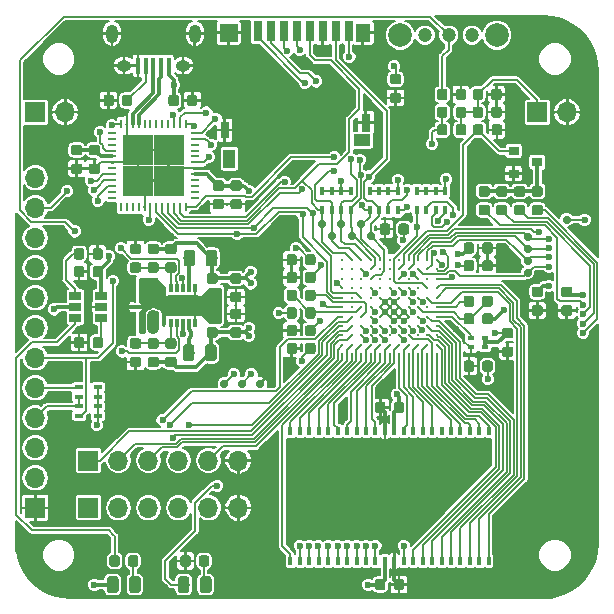
<source format=gtl>
G04 #@! TF.GenerationSoftware,KiCad,Pcbnew,5.0.2-bee76a0~70~ubuntu18.04.1*
G04 #@! TF.CreationDate,2018-11-30T19:37:06+00:00*
G04 #@! TF.ProjectId,fpgaboy,66706761-626f-4792-9e6b-696361645f70,rev?*
G04 #@! TF.SameCoordinates,Original*
G04 #@! TF.FileFunction,Copper,L1,Top*
G04 #@! TF.FilePolarity,Positive*
%FSLAX46Y46*%
G04 Gerber Fmt 4.6, Leading zero omitted, Abs format (unit mm)*
G04 Created by KiCad (PCBNEW 5.0.2-bee76a0~70~ubuntu18.04.1) date Fri 30 Nov 2018 19:37:06 GMT*
%MOMM*%
%LPD*%
G01*
G04 APERTURE LIST*
G04 #@! TA.AperFunction,EtchedComponent*
%ADD10C,0.300000*%
G04 #@! TD*
G04 #@! TA.AperFunction,Conductor*
%ADD11C,0.100000*%
G04 #@! TD*
G04 #@! TA.AperFunction,SMDPad,CuDef*
%ADD12C,0.975000*%
G04 #@! TD*
G04 #@! TA.AperFunction,SMDPad,CuDef*
%ADD13C,0.875000*%
G04 #@! TD*
G04 #@! TA.AperFunction,BGAPad,CuDef*
%ADD14C,0.230000*%
G04 #@! TD*
G04 #@! TA.AperFunction,ComponentPad*
%ADD15R,1.700000X1.700000*%
G04 #@! TD*
G04 #@! TA.AperFunction,ComponentPad*
%ADD16O,1.700000X1.700000*%
G04 #@! TD*
G04 #@! TA.AperFunction,SMDPad,CuDef*
%ADD17R,0.700000X1.750000*%
G04 #@! TD*
G04 #@! TA.AperFunction,SMDPad,CuDef*
%ADD18R,1.300000X1.500000*%
G04 #@! TD*
G04 #@! TA.AperFunction,SMDPad,CuDef*
%ADD19R,0.800000X1.500000*%
G04 #@! TD*
G04 #@! TA.AperFunction,SMDPad,CuDef*
%ADD20R,1.450000X1.000000*%
G04 #@! TD*
G04 #@! TA.AperFunction,SMDPad,CuDef*
%ADD21R,0.800000X1.400000*%
G04 #@! TD*
G04 #@! TA.AperFunction,SMDPad,CuDef*
%ADD22R,1.500000X1.500000*%
G04 #@! TD*
G04 #@! TA.AperFunction,SMDPad,CuDef*
%ADD23R,1.000000X1.550000*%
G04 #@! TD*
G04 #@! TA.AperFunction,SMDPad,CuDef*
%ADD24R,0.400000X1.350000*%
G04 #@! TD*
G04 #@! TA.AperFunction,ComponentPad*
%ADD25O,1.250000X0.950000*%
G04 #@! TD*
G04 #@! TA.AperFunction,ComponentPad*
%ADD26O,1.000000X1.550000*%
G04 #@! TD*
G04 #@! TA.AperFunction,SMDPad,CuDef*
%ADD27R,0.400000X0.800000*%
G04 #@! TD*
G04 #@! TA.AperFunction,SMDPad,CuDef*
%ADD28R,0.800000X0.400000*%
G04 #@! TD*
G04 #@! TA.AperFunction,ComponentPad*
%ADD29C,1.200000*%
G04 #@! TD*
G04 #@! TA.AperFunction,ComponentPad*
%ADD30C,2.000000*%
G04 #@! TD*
G04 #@! TA.AperFunction,Conductor*
%ADD31C,0.300000*%
G04 #@! TD*
G04 #@! TA.AperFunction,SMDPad,CuDef*
%ADD32R,0.600000X0.400000*%
G04 #@! TD*
G04 #@! TA.AperFunction,SMDPad,CuDef*
%ADD33R,0.300000X0.800000*%
G04 #@! TD*
G04 #@! TA.AperFunction,SMDPad,CuDef*
%ADD34R,0.300800X0.800000*%
G04 #@! TD*
G04 #@! TA.AperFunction,SMDPad,CuDef*
%ADD35R,2.602000X1.800000*%
G04 #@! TD*
G04 #@! TA.AperFunction,SMDPad,CuDef*
%ADD36R,0.200000X0.800000*%
G04 #@! TD*
G04 #@! TA.AperFunction,SMDPad,CuDef*
%ADD37R,0.800000X0.200000*%
G04 #@! TD*
G04 #@! TA.AperFunction,SMDPad,CuDef*
%ADD38R,2.575000X2.575000*%
G04 #@! TD*
G04 #@! TA.AperFunction,SMDPad,CuDef*
%ADD39R,1.060000X0.650000*%
G04 #@! TD*
G04 #@! TA.AperFunction,SMDPad,CuDef*
%ADD40R,0.900000X0.800000*%
G04 #@! TD*
G04 #@! TA.AperFunction,BGAPad,CuDef*
%ADD41C,0.700000*%
G04 #@! TD*
G04 #@! TA.AperFunction,ViaPad*
%ADD42C,0.600000*%
G04 #@! TD*
G04 #@! TA.AperFunction,Conductor*
%ADD43C,0.300000*%
G04 #@! TD*
G04 #@! TA.AperFunction,Conductor*
%ADD44C,0.150000*%
G04 #@! TD*
G04 #@! TA.AperFunction,Conductor*
%ADD45C,0.200000*%
G04 #@! TD*
G04 #@! TA.AperFunction,Conductor*
%ADD46C,1.000000*%
G04 #@! TD*
G04 #@! TA.AperFunction,Conductor*
%ADD47C,0.500000*%
G04 #@! TD*
G04 #@! TA.AperFunction,Conductor*
%ADD48C,0.254000*%
G04 #@! TD*
G04 APERTURE END LIST*
D10*
G04 #@! TO.C,TP14*
X140231942Y-105000000D02*
X140731942Y-105000000D01*
G04 #@! TD*
D11*
G04 #@! TO.N,/FPGA_HEARTBEAT*
G04 #@! TO.C,D1*
G36*
X144830142Y-127801174D02*
X144853803Y-127804684D01*
X144877007Y-127810496D01*
X144899529Y-127818554D01*
X144921153Y-127828782D01*
X144941670Y-127841079D01*
X144960883Y-127855329D01*
X144978607Y-127871393D01*
X144994671Y-127889117D01*
X145008921Y-127908330D01*
X145021218Y-127928847D01*
X145031446Y-127950471D01*
X145039504Y-127972993D01*
X145045316Y-127996197D01*
X145048826Y-128019858D01*
X145050000Y-128043750D01*
X145050000Y-128956250D01*
X145048826Y-128980142D01*
X145045316Y-129003803D01*
X145039504Y-129027007D01*
X145031446Y-129049529D01*
X145021218Y-129071153D01*
X145008921Y-129091670D01*
X144994671Y-129110883D01*
X144978607Y-129128607D01*
X144960883Y-129144671D01*
X144941670Y-129158921D01*
X144921153Y-129171218D01*
X144899529Y-129181446D01*
X144877007Y-129189504D01*
X144853803Y-129195316D01*
X144830142Y-129198826D01*
X144806250Y-129200000D01*
X144318750Y-129200000D01*
X144294858Y-129198826D01*
X144271197Y-129195316D01*
X144247993Y-129189504D01*
X144225471Y-129181446D01*
X144203847Y-129171218D01*
X144183330Y-129158921D01*
X144164117Y-129144671D01*
X144146393Y-129128607D01*
X144130329Y-129110883D01*
X144116079Y-129091670D01*
X144103782Y-129071153D01*
X144093554Y-129049529D01*
X144085496Y-129027007D01*
X144079684Y-129003803D01*
X144076174Y-128980142D01*
X144075000Y-128956250D01*
X144075000Y-128043750D01*
X144076174Y-128019858D01*
X144079684Y-127996197D01*
X144085496Y-127972993D01*
X144093554Y-127950471D01*
X144103782Y-127928847D01*
X144116079Y-127908330D01*
X144130329Y-127889117D01*
X144146393Y-127871393D01*
X144164117Y-127855329D01*
X144183330Y-127841079D01*
X144203847Y-127828782D01*
X144225471Y-127818554D01*
X144247993Y-127810496D01*
X144271197Y-127804684D01*
X144294858Y-127801174D01*
X144318750Y-127800000D01*
X144806250Y-127800000D01*
X144830142Y-127801174D01*
X144830142Y-127801174D01*
G37*
D12*
G04 #@! TD*
G04 #@! TO.P,D1,2*
G04 #@! TO.N,/FPGA_HEARTBEAT*
X144562500Y-128500000D03*
D11*
G04 #@! TO.N,Net-(D1-Pad1)*
G04 #@! TO.C,D1*
G36*
X146705142Y-127801174D02*
X146728803Y-127804684D01*
X146752007Y-127810496D01*
X146774529Y-127818554D01*
X146796153Y-127828782D01*
X146816670Y-127841079D01*
X146835883Y-127855329D01*
X146853607Y-127871393D01*
X146869671Y-127889117D01*
X146883921Y-127908330D01*
X146896218Y-127928847D01*
X146906446Y-127950471D01*
X146914504Y-127972993D01*
X146920316Y-127996197D01*
X146923826Y-128019858D01*
X146925000Y-128043750D01*
X146925000Y-128956250D01*
X146923826Y-128980142D01*
X146920316Y-129003803D01*
X146914504Y-129027007D01*
X146906446Y-129049529D01*
X146896218Y-129071153D01*
X146883921Y-129091670D01*
X146869671Y-129110883D01*
X146853607Y-129128607D01*
X146835883Y-129144671D01*
X146816670Y-129158921D01*
X146796153Y-129171218D01*
X146774529Y-129181446D01*
X146752007Y-129189504D01*
X146728803Y-129195316D01*
X146705142Y-129198826D01*
X146681250Y-129200000D01*
X146193750Y-129200000D01*
X146169858Y-129198826D01*
X146146197Y-129195316D01*
X146122993Y-129189504D01*
X146100471Y-129181446D01*
X146078847Y-129171218D01*
X146058330Y-129158921D01*
X146039117Y-129144671D01*
X146021393Y-129128607D01*
X146005329Y-129110883D01*
X145991079Y-129091670D01*
X145978782Y-129071153D01*
X145968554Y-129049529D01*
X145960496Y-129027007D01*
X145954684Y-129003803D01*
X145951174Y-128980142D01*
X145950000Y-128956250D01*
X145950000Y-128043750D01*
X145951174Y-128019858D01*
X145954684Y-127996197D01*
X145960496Y-127972993D01*
X145968554Y-127950471D01*
X145978782Y-127928847D01*
X145991079Y-127908330D01*
X146005329Y-127889117D01*
X146021393Y-127871393D01*
X146039117Y-127855329D01*
X146058330Y-127841079D01*
X146078847Y-127828782D01*
X146100471Y-127818554D01*
X146122993Y-127810496D01*
X146146197Y-127804684D01*
X146169858Y-127801174D01*
X146193750Y-127800000D01*
X146681250Y-127800000D01*
X146705142Y-127801174D01*
X146705142Y-127801174D01*
G37*
D12*
G04 #@! TD*
G04 #@! TO.P,D1,1*
G04 #@! TO.N,Net-(D1-Pad1)*
X146437500Y-128500000D03*
D11*
G04 #@! TO.N,GND*
G04 #@! TO.C,C9*
G36*
X168952691Y-109526053D02*
X168973926Y-109529203D01*
X168994750Y-109534419D01*
X169014962Y-109541651D01*
X169034368Y-109550830D01*
X169052781Y-109561866D01*
X169070024Y-109574654D01*
X169085930Y-109589070D01*
X169100346Y-109604976D01*
X169113134Y-109622219D01*
X169124170Y-109640632D01*
X169133349Y-109660038D01*
X169140581Y-109680250D01*
X169145797Y-109701074D01*
X169148947Y-109722309D01*
X169150000Y-109743750D01*
X169150000Y-110256250D01*
X169148947Y-110277691D01*
X169145797Y-110298926D01*
X169140581Y-110319750D01*
X169133349Y-110339962D01*
X169124170Y-110359368D01*
X169113134Y-110377781D01*
X169100346Y-110395024D01*
X169085930Y-110410930D01*
X169070024Y-110425346D01*
X169052781Y-110438134D01*
X169034368Y-110449170D01*
X169014962Y-110458349D01*
X168994750Y-110465581D01*
X168973926Y-110470797D01*
X168952691Y-110473947D01*
X168931250Y-110475000D01*
X168493750Y-110475000D01*
X168472309Y-110473947D01*
X168451074Y-110470797D01*
X168430250Y-110465581D01*
X168410038Y-110458349D01*
X168390632Y-110449170D01*
X168372219Y-110438134D01*
X168354976Y-110425346D01*
X168339070Y-110410930D01*
X168324654Y-110395024D01*
X168311866Y-110377781D01*
X168300830Y-110359368D01*
X168291651Y-110339962D01*
X168284419Y-110319750D01*
X168279203Y-110298926D01*
X168276053Y-110277691D01*
X168275000Y-110256250D01*
X168275000Y-109743750D01*
X168276053Y-109722309D01*
X168279203Y-109701074D01*
X168284419Y-109680250D01*
X168291651Y-109660038D01*
X168300830Y-109640632D01*
X168311866Y-109622219D01*
X168324654Y-109604976D01*
X168339070Y-109589070D01*
X168354976Y-109574654D01*
X168372219Y-109561866D01*
X168390632Y-109550830D01*
X168410038Y-109541651D01*
X168430250Y-109534419D01*
X168451074Y-109529203D01*
X168472309Y-109526053D01*
X168493750Y-109525000D01*
X168931250Y-109525000D01*
X168952691Y-109526053D01*
X168952691Y-109526053D01*
G37*
D13*
G04 #@! TD*
G04 #@! TO.P,C9,2*
G04 #@! TO.N,GND*
X168712500Y-110000000D03*
D11*
G04 #@! TO.N,+1V2*
G04 #@! TO.C,C9*
G36*
X170527691Y-109526053D02*
X170548926Y-109529203D01*
X170569750Y-109534419D01*
X170589962Y-109541651D01*
X170609368Y-109550830D01*
X170627781Y-109561866D01*
X170645024Y-109574654D01*
X170660930Y-109589070D01*
X170675346Y-109604976D01*
X170688134Y-109622219D01*
X170699170Y-109640632D01*
X170708349Y-109660038D01*
X170715581Y-109680250D01*
X170720797Y-109701074D01*
X170723947Y-109722309D01*
X170725000Y-109743750D01*
X170725000Y-110256250D01*
X170723947Y-110277691D01*
X170720797Y-110298926D01*
X170715581Y-110319750D01*
X170708349Y-110339962D01*
X170699170Y-110359368D01*
X170688134Y-110377781D01*
X170675346Y-110395024D01*
X170660930Y-110410930D01*
X170645024Y-110425346D01*
X170627781Y-110438134D01*
X170609368Y-110449170D01*
X170589962Y-110458349D01*
X170569750Y-110465581D01*
X170548926Y-110470797D01*
X170527691Y-110473947D01*
X170506250Y-110475000D01*
X170068750Y-110475000D01*
X170047309Y-110473947D01*
X170026074Y-110470797D01*
X170005250Y-110465581D01*
X169985038Y-110458349D01*
X169965632Y-110449170D01*
X169947219Y-110438134D01*
X169929976Y-110425346D01*
X169914070Y-110410930D01*
X169899654Y-110395024D01*
X169886866Y-110377781D01*
X169875830Y-110359368D01*
X169866651Y-110339962D01*
X169859419Y-110319750D01*
X169854203Y-110298926D01*
X169851053Y-110277691D01*
X169850000Y-110256250D01*
X169850000Y-109743750D01*
X169851053Y-109722309D01*
X169854203Y-109701074D01*
X169859419Y-109680250D01*
X169866651Y-109660038D01*
X169875830Y-109640632D01*
X169886866Y-109622219D01*
X169899654Y-109604976D01*
X169914070Y-109589070D01*
X169929976Y-109574654D01*
X169947219Y-109561866D01*
X169965632Y-109550830D01*
X169985038Y-109541651D01*
X170005250Y-109534419D01*
X170026074Y-109529203D01*
X170047309Y-109526053D01*
X170068750Y-109525000D01*
X170506250Y-109525000D01*
X170527691Y-109526053D01*
X170527691Y-109526053D01*
G37*
D13*
G04 #@! TD*
G04 #@! TO.P,C9,1*
G04 #@! TO.N,+1V2*
X170287500Y-110000000D03*
D14*
G04 #@! TO.P,U1,A1*
G04 #@! TO.N,/GPIO_SW9*
X158000000Y-109000000D03*
G04 #@! TO.P,U1,B1*
G04 #@! TO.N,/SRAM_A5*
X158800000Y-109000000D03*
G04 #@! TO.P,U1,C1*
G04 #@! TO.N,/SRAM_A7*
X159600000Y-109000000D03*
G04 #@! TO.P,U1,D1*
G04 #@! TO.N,/SRAM_~UB*
X160400000Y-109000000D03*
G04 #@! TO.P,U1,E1*
G04 #@! TO.N,/SRAM_DQ16*
X161200000Y-109000000D03*
G04 #@! TO.P,U1,F1*
G04 #@! TO.N,/SRAM_DQ14*
X162000000Y-109000000D03*
G04 #@! TO.P,U1,G1*
G04 #@! TO.N,/SRAM_DQ12*
X162800000Y-109000000D03*
G04 #@! TO.P,U1,H1*
G04 #@! TO.N,/SRAM_DQ10*
X163600000Y-109000000D03*
G04 #@! TO.P,U1,J1*
G04 #@! TO.N,/SRAM_A8*
X164400000Y-109000000D03*
G04 #@! TO.P,U1,K1*
G04 #@! TO.N,/SRAM_A10*
X165200000Y-109000000D03*
G04 #@! TO.P,U1,L1*
G04 #@! TO.N,/SRAM_A17*
X166000000Y-109000000D03*
G04 #@! TO.P,U1,A2*
G04 #@! TO.N,/GPIO_SW7*
X158000000Y-108200000D03*
G04 #@! TO.P,U1,B2*
G04 #@! TO.N,/SRAM_A4*
X158800000Y-108200000D03*
G04 #@! TO.P,U1,C2*
G04 #@! TO.N,/SRAM_A6*
X159600000Y-108200000D03*
G04 #@! TO.P,U1,D2*
G04 #@! TO.N,/SRAM_~OE*
X160400000Y-108200000D03*
G04 #@! TO.P,U1,E2*
G04 #@! TO.N,/SRAM_~LB*
X161200000Y-108200000D03*
G04 #@! TO.P,U1,F2*
G04 #@! TO.N,/SRAM_DQ15*
X162000000Y-108200000D03*
G04 #@! TO.P,U1,G2*
G04 #@! TO.N,/SRAM_DQ13*
X162800000Y-108200000D03*
G04 #@! TO.P,U1,H2*
G04 #@! TO.N,/SRAM_DQ11*
X163600000Y-108200000D03*
G04 #@! TO.P,U1,J2*
G04 #@! TO.N,/SRAM_DQ9*
X164400000Y-108200000D03*
G04 #@! TO.P,U1,K2*
G04 #@! TO.N,/SRAM_A9*
X165200000Y-108200000D03*
G04 #@! TO.P,U1,L2*
G04 #@! TO.N,/SRAM_DQ6*
X166000000Y-108200000D03*
G04 #@! TO.P,U1,A3*
G04 #@! TO.N,/GPIO_SW8*
X158000000Y-107400000D03*
G04 #@! TO.P,U1,B3*
G04 #@! TO.N,/GPIO_SW6*
X158800000Y-107400000D03*
G04 #@! TO.P,U1,C3*
G04 #@! TO.N,/SRAM_A2*
X159600000Y-107400000D03*
G04 #@! TO.P,U1,D3*
G04 #@! TO.N,/SRAM_A1*
X160400000Y-107400000D03*
G04 #@! TO.P,U1,E3*
G04 #@! TO.N,/SRAM_A0*
X161200000Y-107400000D03*
G04 #@! TO.P,U1,F3*
G04 #@! TO.N,Net-(U1-PadF3)*
X162000000Y-107400000D03*
G04 #@! TO.P,U1,G3*
G04 #@! TO.N,/SRAM_DQ1*
X162800000Y-107400000D03*
G04 #@! TO.P,U1,H3*
G04 #@! TO.N,/SRAM_A11*
X163600000Y-107400000D03*
G04 #@! TO.P,U1,J3*
G04 #@! TO.N,Net-(U1-PadJ3)*
X164400000Y-107400000D03*
G04 #@! TO.P,U1,K3*
G04 #@! TO.N,/SRAM_DQ7*
X165200000Y-107400000D03*
G04 #@! TO.P,U1,L3*
G04 #@! TO.N,/SRAM_DQ8*
X166000000Y-107400000D03*
G04 #@! TO.P,U1,A4*
G04 #@! TO.N,/GPIO_SW3*
X158000000Y-106600000D03*
G04 #@! TO.P,U1,B4*
G04 #@! TO.N,/GPIO_SW5*
X158800000Y-106600000D03*
G04 #@! TO.P,U1,C4*
G04 #@! TO.N,/SRAM_A3*
X159600000Y-106600000D03*
G04 #@! TO.P,U1,D4*
G04 #@! TO.N,+1V2*
X160400000Y-106600000D03*
G04 #@! TO.P,U1,E4*
G04 #@! TO.N,+3V3*
X161200000Y-106600000D03*
G04 #@! TO.P,U1,F4*
G04 #@! TO.N,/SRAM_~CE*
X162000000Y-106600000D03*
G04 #@! TO.P,U1,G4*
G04 #@! TO.N,+3V3*
X162800000Y-106600000D03*
G04 #@! TO.P,U1,H4*
G04 #@! TO.N,+1V2*
X163600000Y-106600000D03*
G04 #@! TO.P,U1,J4*
G04 #@! TO.N,/SRAM_DQ2*
X164400000Y-106600000D03*
G04 #@! TO.P,U1,K4*
G04 #@! TO.N,/SRAM_~WE*
X165200000Y-106600000D03*
G04 #@! TO.P,U1,L4*
G04 #@! TO.N,/SRAM_A15*
X166000000Y-106600000D03*
G04 #@! TO.P,U1,A5*
G04 #@! TO.N,/GPIO_SW1*
X158000000Y-105800000D03*
G04 #@! TO.P,U1,B5*
G04 #@! TO.N,/GPIO_SW2*
X158800000Y-105800000D03*
G04 #@! TO.P,U1,C5*
G04 #@! TO.N,Net-(C5-Pad2)*
X159600000Y-105800000D03*
G04 #@! TO.P,U1,D5*
G04 #@! TO.N,/GPIO_SW4*
X160400000Y-105800000D03*
G04 #@! TO.P,U1,E5*
G04 #@! TO.N,GND*
X161200000Y-105800000D03*
G04 #@! TO.P,U1,F5*
X162000000Y-105800000D03*
G04 #@! TO.P,U1,G5*
X162800000Y-105800000D03*
G04 #@! TO.P,U1,H5*
X163600000Y-105800000D03*
G04 #@! TO.P,U1,J5*
G04 #@! TO.N,/SRAM_DQ3*
X164400000Y-105800000D03*
G04 #@! TO.P,U1,K5*
G04 #@! TO.N,/SRAM_A14*
X165200000Y-105800000D03*
G04 #@! TO.P,U1,L5*
G04 #@! TO.N,/CLK_OSC*
X166000000Y-105800000D03*
G04 #@! TO.P,U1,A6*
G04 #@! TO.N,/GPIO_SW0*
X158000000Y-105000000D03*
G04 #@! TO.P,U1,B6*
G04 #@! TO.N,Net-(U1-PadB6)*
X158800000Y-105000000D03*
G04 #@! TO.P,U1,C6*
G04 #@! TO.N,/VCCPLL1*
X159600000Y-105000000D03*
G04 #@! TO.P,U1,D6*
G04 #@! TO.N,+3V3*
X160400000Y-105000000D03*
G04 #@! TO.P,U1,E6*
G04 #@! TO.N,GND*
X161200000Y-105000000D03*
G04 #@! TO.P,U1,F6*
X162000000Y-105000000D03*
G04 #@! TO.P,U1,G6*
X162800000Y-105000000D03*
G04 #@! TO.P,U1,H6*
G04 #@! TO.N,+3V3*
X163600000Y-105000000D03*
G04 #@! TO.P,U1,J6*
G04 #@! TO.N,/VCCPLL0*
X164400000Y-105000000D03*
G04 #@! TO.P,U1,K6*
G04 #@! TO.N,Net-(U1-PadK6)*
X165200000Y-105000000D03*
G04 #@! TO.P,U1,L6*
G04 #@! TO.N,Net-(C3-Pad2)*
X166000000Y-105000000D03*
G04 #@! TO.P,U1,A7*
G04 #@! TO.N,/FPGA_UART_TX*
X158000000Y-104200000D03*
G04 #@! TO.P,U1,B7*
G04 #@! TO.N,Net-(U1-PadB7)*
X158800000Y-104200000D03*
G04 #@! TO.P,U1,C7*
G04 #@! TO.N,/FPGA_UART_RX*
X159600000Y-104200000D03*
G04 #@! TO.P,U1,D7*
G04 #@! TO.N,Net-(U1-PadD7)*
X160400000Y-104200000D03*
G04 #@! TO.P,U1,E7*
G04 #@! TO.N,GND*
X161200000Y-104200000D03*
G04 #@! TO.P,U1,F7*
X162000000Y-104200000D03*
G04 #@! TO.P,U1,G7*
X162800000Y-104200000D03*
G04 #@! TO.P,U1,H7*
G04 #@! TO.N,/SRAM_DQ4*
X163600000Y-104200000D03*
G04 #@! TO.P,U1,J7*
G04 #@! TO.N,/SRAM_DQ5*
X164400000Y-104200000D03*
G04 #@! TO.P,U1,K7*
G04 #@! TO.N,/SRAM_A13*
X165200000Y-104200000D03*
G04 #@! TO.P,U1,L7*
G04 #@! TO.N,/SRAM_A12*
X166000000Y-104200000D03*
G04 #@! TO.P,U1,A8*
G04 #@! TO.N,/FPGA_HEARTBEAT*
X158000000Y-103400000D03*
G04 #@! TO.P,U1,B8*
G04 #@! TO.N,Net-(U1-PadB8)*
X158800000Y-103400000D03*
G04 #@! TO.P,U1,C8*
G04 #@! TO.N,Net-(U1-PadC8)*
X159600000Y-103400000D03*
G04 #@! TO.P,U1,D8*
G04 #@! TO.N,+1V2*
X160400000Y-103400000D03*
G04 #@! TO.P,U1,E8*
G04 #@! TO.N,Net-(U1-PadE8)*
X161200000Y-103400000D03*
G04 #@! TO.P,U1,F8*
G04 #@! TO.N,+3V3*
X162000000Y-103400000D03*
G04 #@! TO.P,U1,G8*
G04 #@! TO.N,/LCD_RESET*
X162800000Y-103400000D03*
G04 #@! TO.P,U1,H8*
G04 #@! TO.N,+1V2*
X163600000Y-103400000D03*
G04 #@! TO.P,U1,J8*
G04 #@! TO.N,Net-(U1-PadJ8)*
X164400000Y-103400000D03*
G04 #@! TO.P,U1,K8*
G04 #@! TO.N,/FPGA_CFG_DONE*
X165200000Y-103400000D03*
G04 #@! TO.P,U1,L8*
G04 #@! TO.N,/SRAM_A16*
X166000000Y-103400000D03*
G04 #@! TO.P,U1,A9*
G04 #@! TO.N,Net-(U1-PadA9)*
X158000000Y-102600000D03*
G04 #@! TO.P,U1,B9*
G04 #@! TO.N,Net-(U1-PadB9)*
X158800000Y-102600000D03*
G04 #@! TO.P,U1,C9*
G04 #@! TO.N,Net-(U1-PadC9)*
X159600000Y-102600000D03*
G04 #@! TO.P,U1,D9*
G04 #@! TO.N,/uSD_DAT0*
X160400000Y-102600000D03*
G04 #@! TO.P,U1,E9*
G04 #@! TO.N,Net-(U1-PadE9)*
X161200000Y-102600000D03*
G04 #@! TO.P,U1,F9*
G04 #@! TO.N,Net-(U1-PadF9)*
X162000000Y-102600000D03*
G04 #@! TO.P,U1,G9*
G04 #@! TO.N,/AUDIO_PWM*
X162800000Y-102600000D03*
G04 #@! TO.P,U1,H9*
G04 #@! TO.N,Net-(U1-PadH9)*
X163600000Y-102600000D03*
G04 #@! TO.P,U1,J9*
G04 #@! TO.N,/FPGA_CFG_SI*
X164400000Y-102600000D03*
G04 #@! TO.P,U1,K9*
G04 #@! TO.N,Net-(U1-PadK9)*
X165200000Y-102600000D03*
G04 #@! TO.P,U1,L9*
G04 #@! TO.N,/FPGA_CFG_~RST*
X166000000Y-102600000D03*
G04 #@! TO.P,U1,A10*
G04 #@! TO.N,Net-(U1-PadA10)*
X158000000Y-101800000D03*
G04 #@! TO.P,U1,B10*
G04 #@! TO.N,Net-(U1-PadB10)*
X158800000Y-101800000D03*
G04 #@! TO.P,U1,C10*
G04 #@! TO.N,+3V3*
X159600000Y-101800000D03*
G04 #@! TO.P,U1,D10*
G04 #@! TO.N,/uSD_DAT3*
X160400000Y-101800000D03*
G04 #@! TO.P,U1,E10*
G04 #@! TO.N,Net-(U1-PadE10)*
X161200000Y-101800000D03*
G04 #@! TO.P,U1,F10*
G04 #@! TO.N,Net-(U1-PadF10)*
X162000000Y-101800000D03*
G04 #@! TO.P,U1,G10*
G04 #@! TO.N,/LCD_PWM*
X162800000Y-101800000D03*
G04 #@! TO.P,U1,H10*
G04 #@! TO.N,/LCD_SDA*
X163600000Y-101800000D03*
G04 #@! TO.P,U1,J10*
G04 #@! TO.N,/LCD_SCL*
X164400000Y-101800000D03*
G04 #@! TO.P,U1,K10*
G04 #@! TO.N,/FPGA_CFG_~SS*
X165200000Y-101800000D03*
G04 #@! TO.P,U1,L10*
G04 #@! TO.N,/FPGA_CFG_SCK*
X166000000Y-101800000D03*
G04 #@! TO.P,U1,A11*
G04 #@! TO.N,Net-(U1-PadA11)*
X158000000Y-101000000D03*
G04 #@! TO.P,U1,B11*
G04 #@! TO.N,/uSD_CLK*
X158800000Y-101000000D03*
G04 #@! TO.P,U1,C11*
G04 #@! TO.N,/uSD_CMD*
X159600000Y-101000000D03*
G04 #@! TO.P,U1,D11*
G04 #@! TO.N,/uSD_DAT2*
X160400000Y-101000000D03*
G04 #@! TO.P,U1,E11*
G04 #@! TO.N,/uSD_DAT1*
X161200000Y-101000000D03*
G04 #@! TO.P,U1,F11*
G04 #@! TO.N,Net-(U1-PadF11)*
X162000000Y-101000000D03*
G04 #@! TO.P,U1,G11*
G04 #@! TO.N,Net-(U1-PadG11)*
X162800000Y-101000000D03*
G04 #@! TO.P,U1,H11*
G04 #@! TO.N,/LCD_SDO*
X163600000Y-101000000D03*
G04 #@! TO.P,U1,J11*
G04 #@! TO.N,/LCD_CS*
X164400000Y-101000000D03*
G04 #@! TO.P,U1,K11*
G04 #@! TO.N,/LCD_D~C~*
X165200000Y-101000000D03*
G04 #@! TO.P,U1,L11*
G04 #@! TO.N,+3V3*
X166000000Y-101000000D03*
G04 #@! TD*
D11*
G04 #@! TO.N,GND*
G04 #@! TO.C,C1*
G36*
X174777691Y-104851053D02*
X174798926Y-104854203D01*
X174819750Y-104859419D01*
X174839962Y-104866651D01*
X174859368Y-104875830D01*
X174877781Y-104886866D01*
X174895024Y-104899654D01*
X174910930Y-104914070D01*
X174925346Y-104929976D01*
X174938134Y-104947219D01*
X174949170Y-104965632D01*
X174958349Y-104985038D01*
X174965581Y-105005250D01*
X174970797Y-105026074D01*
X174973947Y-105047309D01*
X174975000Y-105068750D01*
X174975000Y-105506250D01*
X174973947Y-105527691D01*
X174970797Y-105548926D01*
X174965581Y-105569750D01*
X174958349Y-105589962D01*
X174949170Y-105609368D01*
X174938134Y-105627781D01*
X174925346Y-105645024D01*
X174910930Y-105660930D01*
X174895024Y-105675346D01*
X174877781Y-105688134D01*
X174859368Y-105699170D01*
X174839962Y-105708349D01*
X174819750Y-105715581D01*
X174798926Y-105720797D01*
X174777691Y-105723947D01*
X174756250Y-105725000D01*
X174243750Y-105725000D01*
X174222309Y-105723947D01*
X174201074Y-105720797D01*
X174180250Y-105715581D01*
X174160038Y-105708349D01*
X174140632Y-105699170D01*
X174122219Y-105688134D01*
X174104976Y-105675346D01*
X174089070Y-105660930D01*
X174074654Y-105645024D01*
X174061866Y-105627781D01*
X174050830Y-105609368D01*
X174041651Y-105589962D01*
X174034419Y-105569750D01*
X174029203Y-105548926D01*
X174026053Y-105527691D01*
X174025000Y-105506250D01*
X174025000Y-105068750D01*
X174026053Y-105047309D01*
X174029203Y-105026074D01*
X174034419Y-105005250D01*
X174041651Y-104985038D01*
X174050830Y-104965632D01*
X174061866Y-104947219D01*
X174074654Y-104929976D01*
X174089070Y-104914070D01*
X174104976Y-104899654D01*
X174122219Y-104886866D01*
X174140632Y-104875830D01*
X174160038Y-104866651D01*
X174180250Y-104859419D01*
X174201074Y-104854203D01*
X174222309Y-104851053D01*
X174243750Y-104850000D01*
X174756250Y-104850000D01*
X174777691Y-104851053D01*
X174777691Y-104851053D01*
G37*
D13*
G04 #@! TD*
G04 #@! TO.P,C1,2*
G04 #@! TO.N,GND*
X174500000Y-105287500D03*
D11*
G04 #@! TO.N,+3V3*
G04 #@! TO.C,C1*
G36*
X174777691Y-103276053D02*
X174798926Y-103279203D01*
X174819750Y-103284419D01*
X174839962Y-103291651D01*
X174859368Y-103300830D01*
X174877781Y-103311866D01*
X174895024Y-103324654D01*
X174910930Y-103339070D01*
X174925346Y-103354976D01*
X174938134Y-103372219D01*
X174949170Y-103390632D01*
X174958349Y-103410038D01*
X174965581Y-103430250D01*
X174970797Y-103451074D01*
X174973947Y-103472309D01*
X174975000Y-103493750D01*
X174975000Y-103931250D01*
X174973947Y-103952691D01*
X174970797Y-103973926D01*
X174965581Y-103994750D01*
X174958349Y-104014962D01*
X174949170Y-104034368D01*
X174938134Y-104052781D01*
X174925346Y-104070024D01*
X174910930Y-104085930D01*
X174895024Y-104100346D01*
X174877781Y-104113134D01*
X174859368Y-104124170D01*
X174839962Y-104133349D01*
X174819750Y-104140581D01*
X174798926Y-104145797D01*
X174777691Y-104148947D01*
X174756250Y-104150000D01*
X174243750Y-104150000D01*
X174222309Y-104148947D01*
X174201074Y-104145797D01*
X174180250Y-104140581D01*
X174160038Y-104133349D01*
X174140632Y-104124170D01*
X174122219Y-104113134D01*
X174104976Y-104100346D01*
X174089070Y-104085930D01*
X174074654Y-104070024D01*
X174061866Y-104052781D01*
X174050830Y-104034368D01*
X174041651Y-104014962D01*
X174034419Y-103994750D01*
X174029203Y-103973926D01*
X174026053Y-103952691D01*
X174025000Y-103931250D01*
X174025000Y-103493750D01*
X174026053Y-103472309D01*
X174029203Y-103451074D01*
X174034419Y-103430250D01*
X174041651Y-103410038D01*
X174050830Y-103390632D01*
X174061866Y-103372219D01*
X174074654Y-103354976D01*
X174089070Y-103339070D01*
X174104976Y-103324654D01*
X174122219Y-103311866D01*
X174140632Y-103300830D01*
X174160038Y-103291651D01*
X174180250Y-103284419D01*
X174201074Y-103279203D01*
X174222309Y-103276053D01*
X174243750Y-103275000D01*
X174756250Y-103275000D01*
X174777691Y-103276053D01*
X174777691Y-103276053D01*
G37*
D13*
G04 #@! TD*
G04 #@! TO.P,C1,1*
G04 #@! TO.N,+3V3*
X174500000Y-103712500D03*
D11*
G04 #@! TO.N,GND*
G04 #@! TO.C,C2*
G36*
X177277691Y-104851053D02*
X177298926Y-104854203D01*
X177319750Y-104859419D01*
X177339962Y-104866651D01*
X177359368Y-104875830D01*
X177377781Y-104886866D01*
X177395024Y-104899654D01*
X177410930Y-104914070D01*
X177425346Y-104929976D01*
X177438134Y-104947219D01*
X177449170Y-104965632D01*
X177458349Y-104985038D01*
X177465581Y-105005250D01*
X177470797Y-105026074D01*
X177473947Y-105047309D01*
X177475000Y-105068750D01*
X177475000Y-105506250D01*
X177473947Y-105527691D01*
X177470797Y-105548926D01*
X177465581Y-105569750D01*
X177458349Y-105589962D01*
X177449170Y-105609368D01*
X177438134Y-105627781D01*
X177425346Y-105645024D01*
X177410930Y-105660930D01*
X177395024Y-105675346D01*
X177377781Y-105688134D01*
X177359368Y-105699170D01*
X177339962Y-105708349D01*
X177319750Y-105715581D01*
X177298926Y-105720797D01*
X177277691Y-105723947D01*
X177256250Y-105725000D01*
X176743750Y-105725000D01*
X176722309Y-105723947D01*
X176701074Y-105720797D01*
X176680250Y-105715581D01*
X176660038Y-105708349D01*
X176640632Y-105699170D01*
X176622219Y-105688134D01*
X176604976Y-105675346D01*
X176589070Y-105660930D01*
X176574654Y-105645024D01*
X176561866Y-105627781D01*
X176550830Y-105609368D01*
X176541651Y-105589962D01*
X176534419Y-105569750D01*
X176529203Y-105548926D01*
X176526053Y-105527691D01*
X176525000Y-105506250D01*
X176525000Y-105068750D01*
X176526053Y-105047309D01*
X176529203Y-105026074D01*
X176534419Y-105005250D01*
X176541651Y-104985038D01*
X176550830Y-104965632D01*
X176561866Y-104947219D01*
X176574654Y-104929976D01*
X176589070Y-104914070D01*
X176604976Y-104899654D01*
X176622219Y-104886866D01*
X176640632Y-104875830D01*
X176660038Y-104866651D01*
X176680250Y-104859419D01*
X176701074Y-104854203D01*
X176722309Y-104851053D01*
X176743750Y-104850000D01*
X177256250Y-104850000D01*
X177277691Y-104851053D01*
X177277691Y-104851053D01*
G37*
D13*
G04 #@! TD*
G04 #@! TO.P,C2,2*
G04 #@! TO.N,GND*
X177000000Y-105287500D03*
D11*
G04 #@! TO.N,+BATT*
G04 #@! TO.C,C2*
G36*
X177277691Y-103276053D02*
X177298926Y-103279203D01*
X177319750Y-103284419D01*
X177339962Y-103291651D01*
X177359368Y-103300830D01*
X177377781Y-103311866D01*
X177395024Y-103324654D01*
X177410930Y-103339070D01*
X177425346Y-103354976D01*
X177438134Y-103372219D01*
X177449170Y-103390632D01*
X177458349Y-103410038D01*
X177465581Y-103430250D01*
X177470797Y-103451074D01*
X177473947Y-103472309D01*
X177475000Y-103493750D01*
X177475000Y-103931250D01*
X177473947Y-103952691D01*
X177470797Y-103973926D01*
X177465581Y-103994750D01*
X177458349Y-104014962D01*
X177449170Y-104034368D01*
X177438134Y-104052781D01*
X177425346Y-104070024D01*
X177410930Y-104085930D01*
X177395024Y-104100346D01*
X177377781Y-104113134D01*
X177359368Y-104124170D01*
X177339962Y-104133349D01*
X177319750Y-104140581D01*
X177298926Y-104145797D01*
X177277691Y-104148947D01*
X177256250Y-104150000D01*
X176743750Y-104150000D01*
X176722309Y-104148947D01*
X176701074Y-104145797D01*
X176680250Y-104140581D01*
X176660038Y-104133349D01*
X176640632Y-104124170D01*
X176622219Y-104113134D01*
X176604976Y-104100346D01*
X176589070Y-104085930D01*
X176574654Y-104070024D01*
X176561866Y-104052781D01*
X176550830Y-104034368D01*
X176541651Y-104014962D01*
X176534419Y-103994750D01*
X176529203Y-103973926D01*
X176526053Y-103952691D01*
X176525000Y-103931250D01*
X176525000Y-103493750D01*
X176526053Y-103472309D01*
X176529203Y-103451074D01*
X176534419Y-103430250D01*
X176541651Y-103410038D01*
X176550830Y-103390632D01*
X176561866Y-103372219D01*
X176574654Y-103354976D01*
X176589070Y-103339070D01*
X176604976Y-103324654D01*
X176622219Y-103311866D01*
X176640632Y-103300830D01*
X176660038Y-103291651D01*
X176680250Y-103284419D01*
X176701074Y-103279203D01*
X176722309Y-103276053D01*
X176743750Y-103275000D01*
X177256250Y-103275000D01*
X177277691Y-103276053D01*
X177277691Y-103276053D01*
G37*
D13*
G04 #@! TD*
G04 #@! TO.P,C2,1*
G04 #@! TO.N,+BATT*
X177000000Y-103712500D03*
D11*
G04 #@! TO.N,Net-(C3-Pad2)*
G04 #@! TO.C,C3*
G36*
X168952691Y-104026053D02*
X168973926Y-104029203D01*
X168994750Y-104034419D01*
X169014962Y-104041651D01*
X169034368Y-104050830D01*
X169052781Y-104061866D01*
X169070024Y-104074654D01*
X169085930Y-104089070D01*
X169100346Y-104104976D01*
X169113134Y-104122219D01*
X169124170Y-104140632D01*
X169133349Y-104160038D01*
X169140581Y-104180250D01*
X169145797Y-104201074D01*
X169148947Y-104222309D01*
X169150000Y-104243750D01*
X169150000Y-104756250D01*
X169148947Y-104777691D01*
X169145797Y-104798926D01*
X169140581Y-104819750D01*
X169133349Y-104839962D01*
X169124170Y-104859368D01*
X169113134Y-104877781D01*
X169100346Y-104895024D01*
X169085930Y-104910930D01*
X169070024Y-104925346D01*
X169052781Y-104938134D01*
X169034368Y-104949170D01*
X169014962Y-104958349D01*
X168994750Y-104965581D01*
X168973926Y-104970797D01*
X168952691Y-104973947D01*
X168931250Y-104975000D01*
X168493750Y-104975000D01*
X168472309Y-104973947D01*
X168451074Y-104970797D01*
X168430250Y-104965581D01*
X168410038Y-104958349D01*
X168390632Y-104949170D01*
X168372219Y-104938134D01*
X168354976Y-104925346D01*
X168339070Y-104910930D01*
X168324654Y-104895024D01*
X168311866Y-104877781D01*
X168300830Y-104859368D01*
X168291651Y-104839962D01*
X168284419Y-104819750D01*
X168279203Y-104798926D01*
X168276053Y-104777691D01*
X168275000Y-104756250D01*
X168275000Y-104243750D01*
X168276053Y-104222309D01*
X168279203Y-104201074D01*
X168284419Y-104180250D01*
X168291651Y-104160038D01*
X168300830Y-104140632D01*
X168311866Y-104122219D01*
X168324654Y-104104976D01*
X168339070Y-104089070D01*
X168354976Y-104074654D01*
X168372219Y-104061866D01*
X168390632Y-104050830D01*
X168410038Y-104041651D01*
X168430250Y-104034419D01*
X168451074Y-104029203D01*
X168472309Y-104026053D01*
X168493750Y-104025000D01*
X168931250Y-104025000D01*
X168952691Y-104026053D01*
X168952691Y-104026053D01*
G37*
D13*
G04 #@! TD*
G04 #@! TO.P,C3,2*
G04 #@! TO.N,Net-(C3-Pad2)*
X168712500Y-104500000D03*
D11*
G04 #@! TO.N,/VCCPLL0*
G04 #@! TO.C,C3*
G36*
X170527691Y-104026053D02*
X170548926Y-104029203D01*
X170569750Y-104034419D01*
X170589962Y-104041651D01*
X170609368Y-104050830D01*
X170627781Y-104061866D01*
X170645024Y-104074654D01*
X170660930Y-104089070D01*
X170675346Y-104104976D01*
X170688134Y-104122219D01*
X170699170Y-104140632D01*
X170708349Y-104160038D01*
X170715581Y-104180250D01*
X170720797Y-104201074D01*
X170723947Y-104222309D01*
X170725000Y-104243750D01*
X170725000Y-104756250D01*
X170723947Y-104777691D01*
X170720797Y-104798926D01*
X170715581Y-104819750D01*
X170708349Y-104839962D01*
X170699170Y-104859368D01*
X170688134Y-104877781D01*
X170675346Y-104895024D01*
X170660930Y-104910930D01*
X170645024Y-104925346D01*
X170627781Y-104938134D01*
X170609368Y-104949170D01*
X170589962Y-104958349D01*
X170569750Y-104965581D01*
X170548926Y-104970797D01*
X170527691Y-104973947D01*
X170506250Y-104975000D01*
X170068750Y-104975000D01*
X170047309Y-104973947D01*
X170026074Y-104970797D01*
X170005250Y-104965581D01*
X169985038Y-104958349D01*
X169965632Y-104949170D01*
X169947219Y-104938134D01*
X169929976Y-104925346D01*
X169914070Y-104910930D01*
X169899654Y-104895024D01*
X169886866Y-104877781D01*
X169875830Y-104859368D01*
X169866651Y-104839962D01*
X169859419Y-104819750D01*
X169854203Y-104798926D01*
X169851053Y-104777691D01*
X169850000Y-104756250D01*
X169850000Y-104243750D01*
X169851053Y-104222309D01*
X169854203Y-104201074D01*
X169859419Y-104180250D01*
X169866651Y-104160038D01*
X169875830Y-104140632D01*
X169886866Y-104122219D01*
X169899654Y-104104976D01*
X169914070Y-104089070D01*
X169929976Y-104074654D01*
X169947219Y-104061866D01*
X169965632Y-104050830D01*
X169985038Y-104041651D01*
X170005250Y-104034419D01*
X170026074Y-104029203D01*
X170047309Y-104026053D01*
X170068750Y-104025000D01*
X170506250Y-104025000D01*
X170527691Y-104026053D01*
X170527691Y-104026053D01*
G37*
D13*
G04 #@! TD*
G04 #@! TO.P,C3,1*
G04 #@! TO.N,/VCCPLL0*
X170287500Y-104500000D03*
D11*
G04 #@! TO.N,+3V3*
G04 #@! TO.C,C4*
G36*
X172277691Y-106776053D02*
X172298926Y-106779203D01*
X172319750Y-106784419D01*
X172339962Y-106791651D01*
X172359368Y-106800830D01*
X172377781Y-106811866D01*
X172395024Y-106824654D01*
X172410930Y-106839070D01*
X172425346Y-106854976D01*
X172438134Y-106872219D01*
X172449170Y-106890632D01*
X172458349Y-106910038D01*
X172465581Y-106930250D01*
X172470797Y-106951074D01*
X172473947Y-106972309D01*
X172475000Y-106993750D01*
X172475000Y-107431250D01*
X172473947Y-107452691D01*
X172470797Y-107473926D01*
X172465581Y-107494750D01*
X172458349Y-107514962D01*
X172449170Y-107534368D01*
X172438134Y-107552781D01*
X172425346Y-107570024D01*
X172410930Y-107585930D01*
X172395024Y-107600346D01*
X172377781Y-107613134D01*
X172359368Y-107624170D01*
X172339962Y-107633349D01*
X172319750Y-107640581D01*
X172298926Y-107645797D01*
X172277691Y-107648947D01*
X172256250Y-107650000D01*
X171743750Y-107650000D01*
X171722309Y-107648947D01*
X171701074Y-107645797D01*
X171680250Y-107640581D01*
X171660038Y-107633349D01*
X171640632Y-107624170D01*
X171622219Y-107613134D01*
X171604976Y-107600346D01*
X171589070Y-107585930D01*
X171574654Y-107570024D01*
X171561866Y-107552781D01*
X171550830Y-107534368D01*
X171541651Y-107514962D01*
X171534419Y-107494750D01*
X171529203Y-107473926D01*
X171526053Y-107452691D01*
X171525000Y-107431250D01*
X171525000Y-106993750D01*
X171526053Y-106972309D01*
X171529203Y-106951074D01*
X171534419Y-106930250D01*
X171541651Y-106910038D01*
X171550830Y-106890632D01*
X171561866Y-106872219D01*
X171574654Y-106854976D01*
X171589070Y-106839070D01*
X171604976Y-106824654D01*
X171622219Y-106811866D01*
X171640632Y-106800830D01*
X171660038Y-106791651D01*
X171680250Y-106784419D01*
X171701074Y-106779203D01*
X171722309Y-106776053D01*
X171743750Y-106775000D01*
X172256250Y-106775000D01*
X172277691Y-106776053D01*
X172277691Y-106776053D01*
G37*
D13*
G04 #@! TD*
G04 #@! TO.P,C4,1*
G04 #@! TO.N,+3V3*
X172000000Y-107212500D03*
D11*
G04 #@! TO.N,GND*
G04 #@! TO.C,C4*
G36*
X172277691Y-108351053D02*
X172298926Y-108354203D01*
X172319750Y-108359419D01*
X172339962Y-108366651D01*
X172359368Y-108375830D01*
X172377781Y-108386866D01*
X172395024Y-108399654D01*
X172410930Y-108414070D01*
X172425346Y-108429976D01*
X172438134Y-108447219D01*
X172449170Y-108465632D01*
X172458349Y-108485038D01*
X172465581Y-108505250D01*
X172470797Y-108526074D01*
X172473947Y-108547309D01*
X172475000Y-108568750D01*
X172475000Y-109006250D01*
X172473947Y-109027691D01*
X172470797Y-109048926D01*
X172465581Y-109069750D01*
X172458349Y-109089962D01*
X172449170Y-109109368D01*
X172438134Y-109127781D01*
X172425346Y-109145024D01*
X172410930Y-109160930D01*
X172395024Y-109175346D01*
X172377781Y-109188134D01*
X172359368Y-109199170D01*
X172339962Y-109208349D01*
X172319750Y-109215581D01*
X172298926Y-109220797D01*
X172277691Y-109223947D01*
X172256250Y-109225000D01*
X171743750Y-109225000D01*
X171722309Y-109223947D01*
X171701074Y-109220797D01*
X171680250Y-109215581D01*
X171660038Y-109208349D01*
X171640632Y-109199170D01*
X171622219Y-109188134D01*
X171604976Y-109175346D01*
X171589070Y-109160930D01*
X171574654Y-109145024D01*
X171561866Y-109127781D01*
X171550830Y-109109368D01*
X171541651Y-109089962D01*
X171534419Y-109069750D01*
X171529203Y-109048926D01*
X171526053Y-109027691D01*
X171525000Y-109006250D01*
X171525000Y-108568750D01*
X171526053Y-108547309D01*
X171529203Y-108526074D01*
X171534419Y-108505250D01*
X171541651Y-108485038D01*
X171550830Y-108465632D01*
X171561866Y-108447219D01*
X171574654Y-108429976D01*
X171589070Y-108414070D01*
X171604976Y-108399654D01*
X171622219Y-108386866D01*
X171640632Y-108375830D01*
X171660038Y-108366651D01*
X171680250Y-108359419D01*
X171701074Y-108354203D01*
X171722309Y-108351053D01*
X171743750Y-108350000D01*
X172256250Y-108350000D01*
X172277691Y-108351053D01*
X172277691Y-108351053D01*
G37*
D13*
G04 #@! TD*
G04 #@! TO.P,C4,2*
G04 #@! TO.N,GND*
X172000000Y-108787500D03*
D11*
G04 #@! TO.N,/VCCPLL1*
G04 #@! TO.C,C5*
G36*
X153952691Y-103526053D02*
X153973926Y-103529203D01*
X153994750Y-103534419D01*
X154014962Y-103541651D01*
X154034368Y-103550830D01*
X154052781Y-103561866D01*
X154070024Y-103574654D01*
X154085930Y-103589070D01*
X154100346Y-103604976D01*
X154113134Y-103622219D01*
X154124170Y-103640632D01*
X154133349Y-103660038D01*
X154140581Y-103680250D01*
X154145797Y-103701074D01*
X154148947Y-103722309D01*
X154150000Y-103743750D01*
X154150000Y-104256250D01*
X154148947Y-104277691D01*
X154145797Y-104298926D01*
X154140581Y-104319750D01*
X154133349Y-104339962D01*
X154124170Y-104359368D01*
X154113134Y-104377781D01*
X154100346Y-104395024D01*
X154085930Y-104410930D01*
X154070024Y-104425346D01*
X154052781Y-104438134D01*
X154034368Y-104449170D01*
X154014962Y-104458349D01*
X153994750Y-104465581D01*
X153973926Y-104470797D01*
X153952691Y-104473947D01*
X153931250Y-104475000D01*
X153493750Y-104475000D01*
X153472309Y-104473947D01*
X153451074Y-104470797D01*
X153430250Y-104465581D01*
X153410038Y-104458349D01*
X153390632Y-104449170D01*
X153372219Y-104438134D01*
X153354976Y-104425346D01*
X153339070Y-104410930D01*
X153324654Y-104395024D01*
X153311866Y-104377781D01*
X153300830Y-104359368D01*
X153291651Y-104339962D01*
X153284419Y-104319750D01*
X153279203Y-104298926D01*
X153276053Y-104277691D01*
X153275000Y-104256250D01*
X153275000Y-103743750D01*
X153276053Y-103722309D01*
X153279203Y-103701074D01*
X153284419Y-103680250D01*
X153291651Y-103660038D01*
X153300830Y-103640632D01*
X153311866Y-103622219D01*
X153324654Y-103604976D01*
X153339070Y-103589070D01*
X153354976Y-103574654D01*
X153372219Y-103561866D01*
X153390632Y-103550830D01*
X153410038Y-103541651D01*
X153430250Y-103534419D01*
X153451074Y-103529203D01*
X153472309Y-103526053D01*
X153493750Y-103525000D01*
X153931250Y-103525000D01*
X153952691Y-103526053D01*
X153952691Y-103526053D01*
G37*
D13*
G04 #@! TD*
G04 #@! TO.P,C5,1*
G04 #@! TO.N,/VCCPLL1*
X153712500Y-104000000D03*
D11*
G04 #@! TO.N,Net-(C5-Pad2)*
G04 #@! TO.C,C5*
G36*
X155527691Y-103526053D02*
X155548926Y-103529203D01*
X155569750Y-103534419D01*
X155589962Y-103541651D01*
X155609368Y-103550830D01*
X155627781Y-103561866D01*
X155645024Y-103574654D01*
X155660930Y-103589070D01*
X155675346Y-103604976D01*
X155688134Y-103622219D01*
X155699170Y-103640632D01*
X155708349Y-103660038D01*
X155715581Y-103680250D01*
X155720797Y-103701074D01*
X155723947Y-103722309D01*
X155725000Y-103743750D01*
X155725000Y-104256250D01*
X155723947Y-104277691D01*
X155720797Y-104298926D01*
X155715581Y-104319750D01*
X155708349Y-104339962D01*
X155699170Y-104359368D01*
X155688134Y-104377781D01*
X155675346Y-104395024D01*
X155660930Y-104410930D01*
X155645024Y-104425346D01*
X155627781Y-104438134D01*
X155609368Y-104449170D01*
X155589962Y-104458349D01*
X155569750Y-104465581D01*
X155548926Y-104470797D01*
X155527691Y-104473947D01*
X155506250Y-104475000D01*
X155068750Y-104475000D01*
X155047309Y-104473947D01*
X155026074Y-104470797D01*
X155005250Y-104465581D01*
X154985038Y-104458349D01*
X154965632Y-104449170D01*
X154947219Y-104438134D01*
X154929976Y-104425346D01*
X154914070Y-104410930D01*
X154899654Y-104395024D01*
X154886866Y-104377781D01*
X154875830Y-104359368D01*
X154866651Y-104339962D01*
X154859419Y-104319750D01*
X154854203Y-104298926D01*
X154851053Y-104277691D01*
X154850000Y-104256250D01*
X154850000Y-103743750D01*
X154851053Y-103722309D01*
X154854203Y-103701074D01*
X154859419Y-103680250D01*
X154866651Y-103660038D01*
X154875830Y-103640632D01*
X154886866Y-103622219D01*
X154899654Y-103604976D01*
X154914070Y-103589070D01*
X154929976Y-103574654D01*
X154947219Y-103561866D01*
X154965632Y-103550830D01*
X154985038Y-103541651D01*
X155005250Y-103534419D01*
X155026074Y-103529203D01*
X155047309Y-103526053D01*
X155068750Y-103525000D01*
X155506250Y-103525000D01*
X155527691Y-103526053D01*
X155527691Y-103526053D01*
G37*
D13*
G04 #@! TD*
G04 #@! TO.P,C5,2*
G04 #@! TO.N,Net-(C5-Pad2)*
X155287500Y-104000000D03*
D11*
G04 #@! TO.N,GND*
G04 #@! TO.C,C6*
G36*
X153952691Y-106526053D02*
X153973926Y-106529203D01*
X153994750Y-106534419D01*
X154014962Y-106541651D01*
X154034368Y-106550830D01*
X154052781Y-106561866D01*
X154070024Y-106574654D01*
X154085930Y-106589070D01*
X154100346Y-106604976D01*
X154113134Y-106622219D01*
X154124170Y-106640632D01*
X154133349Y-106660038D01*
X154140581Y-106680250D01*
X154145797Y-106701074D01*
X154148947Y-106722309D01*
X154150000Y-106743750D01*
X154150000Y-107256250D01*
X154148947Y-107277691D01*
X154145797Y-107298926D01*
X154140581Y-107319750D01*
X154133349Y-107339962D01*
X154124170Y-107359368D01*
X154113134Y-107377781D01*
X154100346Y-107395024D01*
X154085930Y-107410930D01*
X154070024Y-107425346D01*
X154052781Y-107438134D01*
X154034368Y-107449170D01*
X154014962Y-107458349D01*
X153994750Y-107465581D01*
X153973926Y-107470797D01*
X153952691Y-107473947D01*
X153931250Y-107475000D01*
X153493750Y-107475000D01*
X153472309Y-107473947D01*
X153451074Y-107470797D01*
X153430250Y-107465581D01*
X153410038Y-107458349D01*
X153390632Y-107449170D01*
X153372219Y-107438134D01*
X153354976Y-107425346D01*
X153339070Y-107410930D01*
X153324654Y-107395024D01*
X153311866Y-107377781D01*
X153300830Y-107359368D01*
X153291651Y-107339962D01*
X153284419Y-107319750D01*
X153279203Y-107298926D01*
X153276053Y-107277691D01*
X153275000Y-107256250D01*
X153275000Y-106743750D01*
X153276053Y-106722309D01*
X153279203Y-106701074D01*
X153284419Y-106680250D01*
X153291651Y-106660038D01*
X153300830Y-106640632D01*
X153311866Y-106622219D01*
X153324654Y-106604976D01*
X153339070Y-106589070D01*
X153354976Y-106574654D01*
X153372219Y-106561866D01*
X153390632Y-106550830D01*
X153410038Y-106541651D01*
X153430250Y-106534419D01*
X153451074Y-106529203D01*
X153472309Y-106526053D01*
X153493750Y-106525000D01*
X153931250Y-106525000D01*
X153952691Y-106526053D01*
X153952691Y-106526053D01*
G37*
D13*
G04 #@! TD*
G04 #@! TO.P,C6,2*
G04 #@! TO.N,GND*
X153712500Y-107000000D03*
D11*
G04 #@! TO.N,+3V3*
G04 #@! TO.C,C6*
G36*
X155527691Y-106526053D02*
X155548926Y-106529203D01*
X155569750Y-106534419D01*
X155589962Y-106541651D01*
X155609368Y-106550830D01*
X155627781Y-106561866D01*
X155645024Y-106574654D01*
X155660930Y-106589070D01*
X155675346Y-106604976D01*
X155688134Y-106622219D01*
X155699170Y-106640632D01*
X155708349Y-106660038D01*
X155715581Y-106680250D01*
X155720797Y-106701074D01*
X155723947Y-106722309D01*
X155725000Y-106743750D01*
X155725000Y-107256250D01*
X155723947Y-107277691D01*
X155720797Y-107298926D01*
X155715581Y-107319750D01*
X155708349Y-107339962D01*
X155699170Y-107359368D01*
X155688134Y-107377781D01*
X155675346Y-107395024D01*
X155660930Y-107410930D01*
X155645024Y-107425346D01*
X155627781Y-107438134D01*
X155609368Y-107449170D01*
X155589962Y-107458349D01*
X155569750Y-107465581D01*
X155548926Y-107470797D01*
X155527691Y-107473947D01*
X155506250Y-107475000D01*
X155068750Y-107475000D01*
X155047309Y-107473947D01*
X155026074Y-107470797D01*
X155005250Y-107465581D01*
X154985038Y-107458349D01*
X154965632Y-107449170D01*
X154947219Y-107438134D01*
X154929976Y-107425346D01*
X154914070Y-107410930D01*
X154899654Y-107395024D01*
X154886866Y-107377781D01*
X154875830Y-107359368D01*
X154866651Y-107339962D01*
X154859419Y-107319750D01*
X154854203Y-107298926D01*
X154851053Y-107277691D01*
X154850000Y-107256250D01*
X154850000Y-106743750D01*
X154851053Y-106722309D01*
X154854203Y-106701074D01*
X154859419Y-106680250D01*
X154866651Y-106660038D01*
X154875830Y-106640632D01*
X154886866Y-106622219D01*
X154899654Y-106604976D01*
X154914070Y-106589070D01*
X154929976Y-106574654D01*
X154947219Y-106561866D01*
X154965632Y-106550830D01*
X154985038Y-106541651D01*
X155005250Y-106534419D01*
X155026074Y-106529203D01*
X155047309Y-106526053D01*
X155068750Y-106525000D01*
X155506250Y-106525000D01*
X155527691Y-106526053D01*
X155527691Y-106526053D01*
G37*
D13*
G04 #@! TD*
G04 #@! TO.P,C6,1*
G04 #@! TO.N,+3V3*
X155287500Y-107000000D03*
D11*
G04 #@! TO.N,+1V2*
G04 #@! TO.C,C7*
G36*
X168952691Y-101026053D02*
X168973926Y-101029203D01*
X168994750Y-101034419D01*
X169014962Y-101041651D01*
X169034368Y-101050830D01*
X169052781Y-101061866D01*
X169070024Y-101074654D01*
X169085930Y-101089070D01*
X169100346Y-101104976D01*
X169113134Y-101122219D01*
X169124170Y-101140632D01*
X169133349Y-101160038D01*
X169140581Y-101180250D01*
X169145797Y-101201074D01*
X169148947Y-101222309D01*
X169150000Y-101243750D01*
X169150000Y-101756250D01*
X169148947Y-101777691D01*
X169145797Y-101798926D01*
X169140581Y-101819750D01*
X169133349Y-101839962D01*
X169124170Y-101859368D01*
X169113134Y-101877781D01*
X169100346Y-101895024D01*
X169085930Y-101910930D01*
X169070024Y-101925346D01*
X169052781Y-101938134D01*
X169034368Y-101949170D01*
X169014962Y-101958349D01*
X168994750Y-101965581D01*
X168973926Y-101970797D01*
X168952691Y-101973947D01*
X168931250Y-101975000D01*
X168493750Y-101975000D01*
X168472309Y-101973947D01*
X168451074Y-101970797D01*
X168430250Y-101965581D01*
X168410038Y-101958349D01*
X168390632Y-101949170D01*
X168372219Y-101938134D01*
X168354976Y-101925346D01*
X168339070Y-101910930D01*
X168324654Y-101895024D01*
X168311866Y-101877781D01*
X168300830Y-101859368D01*
X168291651Y-101839962D01*
X168284419Y-101819750D01*
X168279203Y-101798926D01*
X168276053Y-101777691D01*
X168275000Y-101756250D01*
X168275000Y-101243750D01*
X168276053Y-101222309D01*
X168279203Y-101201074D01*
X168284419Y-101180250D01*
X168291651Y-101160038D01*
X168300830Y-101140632D01*
X168311866Y-101122219D01*
X168324654Y-101104976D01*
X168339070Y-101089070D01*
X168354976Y-101074654D01*
X168372219Y-101061866D01*
X168390632Y-101050830D01*
X168410038Y-101041651D01*
X168430250Y-101034419D01*
X168451074Y-101029203D01*
X168472309Y-101026053D01*
X168493750Y-101025000D01*
X168931250Y-101025000D01*
X168952691Y-101026053D01*
X168952691Y-101026053D01*
G37*
D13*
G04 #@! TD*
G04 #@! TO.P,C7,1*
G04 #@! TO.N,+1V2*
X168712500Y-101500000D03*
D11*
G04 #@! TO.N,GND*
G04 #@! TO.C,C7*
G36*
X170527691Y-101026053D02*
X170548926Y-101029203D01*
X170569750Y-101034419D01*
X170589962Y-101041651D01*
X170609368Y-101050830D01*
X170627781Y-101061866D01*
X170645024Y-101074654D01*
X170660930Y-101089070D01*
X170675346Y-101104976D01*
X170688134Y-101122219D01*
X170699170Y-101140632D01*
X170708349Y-101160038D01*
X170715581Y-101180250D01*
X170720797Y-101201074D01*
X170723947Y-101222309D01*
X170725000Y-101243750D01*
X170725000Y-101756250D01*
X170723947Y-101777691D01*
X170720797Y-101798926D01*
X170715581Y-101819750D01*
X170708349Y-101839962D01*
X170699170Y-101859368D01*
X170688134Y-101877781D01*
X170675346Y-101895024D01*
X170660930Y-101910930D01*
X170645024Y-101925346D01*
X170627781Y-101938134D01*
X170609368Y-101949170D01*
X170589962Y-101958349D01*
X170569750Y-101965581D01*
X170548926Y-101970797D01*
X170527691Y-101973947D01*
X170506250Y-101975000D01*
X170068750Y-101975000D01*
X170047309Y-101973947D01*
X170026074Y-101970797D01*
X170005250Y-101965581D01*
X169985038Y-101958349D01*
X169965632Y-101949170D01*
X169947219Y-101938134D01*
X169929976Y-101925346D01*
X169914070Y-101910930D01*
X169899654Y-101895024D01*
X169886866Y-101877781D01*
X169875830Y-101859368D01*
X169866651Y-101839962D01*
X169859419Y-101819750D01*
X169854203Y-101798926D01*
X169851053Y-101777691D01*
X169850000Y-101756250D01*
X169850000Y-101243750D01*
X169851053Y-101222309D01*
X169854203Y-101201074D01*
X169859419Y-101180250D01*
X169866651Y-101160038D01*
X169875830Y-101140632D01*
X169886866Y-101122219D01*
X169899654Y-101104976D01*
X169914070Y-101089070D01*
X169929976Y-101074654D01*
X169947219Y-101061866D01*
X169965632Y-101050830D01*
X169985038Y-101041651D01*
X170005250Y-101034419D01*
X170026074Y-101029203D01*
X170047309Y-101026053D01*
X170068750Y-101025000D01*
X170506250Y-101025000D01*
X170527691Y-101026053D01*
X170527691Y-101026053D01*
G37*
D13*
G04 #@! TD*
G04 #@! TO.P,C7,2*
G04 #@! TO.N,GND*
X170287500Y-101500000D03*
D11*
G04 #@! TO.N,+3V3*
G04 #@! TO.C,C8*
G36*
X155527691Y-102026053D02*
X155548926Y-102029203D01*
X155569750Y-102034419D01*
X155589962Y-102041651D01*
X155609368Y-102050830D01*
X155627781Y-102061866D01*
X155645024Y-102074654D01*
X155660930Y-102089070D01*
X155675346Y-102104976D01*
X155688134Y-102122219D01*
X155699170Y-102140632D01*
X155708349Y-102160038D01*
X155715581Y-102180250D01*
X155720797Y-102201074D01*
X155723947Y-102222309D01*
X155725000Y-102243750D01*
X155725000Y-102756250D01*
X155723947Y-102777691D01*
X155720797Y-102798926D01*
X155715581Y-102819750D01*
X155708349Y-102839962D01*
X155699170Y-102859368D01*
X155688134Y-102877781D01*
X155675346Y-102895024D01*
X155660930Y-102910930D01*
X155645024Y-102925346D01*
X155627781Y-102938134D01*
X155609368Y-102949170D01*
X155589962Y-102958349D01*
X155569750Y-102965581D01*
X155548926Y-102970797D01*
X155527691Y-102973947D01*
X155506250Y-102975000D01*
X155068750Y-102975000D01*
X155047309Y-102973947D01*
X155026074Y-102970797D01*
X155005250Y-102965581D01*
X154985038Y-102958349D01*
X154965632Y-102949170D01*
X154947219Y-102938134D01*
X154929976Y-102925346D01*
X154914070Y-102910930D01*
X154899654Y-102895024D01*
X154886866Y-102877781D01*
X154875830Y-102859368D01*
X154866651Y-102839962D01*
X154859419Y-102819750D01*
X154854203Y-102798926D01*
X154851053Y-102777691D01*
X154850000Y-102756250D01*
X154850000Y-102243750D01*
X154851053Y-102222309D01*
X154854203Y-102201074D01*
X154859419Y-102180250D01*
X154866651Y-102160038D01*
X154875830Y-102140632D01*
X154886866Y-102122219D01*
X154899654Y-102104976D01*
X154914070Y-102089070D01*
X154929976Y-102074654D01*
X154947219Y-102061866D01*
X154965632Y-102050830D01*
X154985038Y-102041651D01*
X155005250Y-102034419D01*
X155026074Y-102029203D01*
X155047309Y-102026053D01*
X155068750Y-102025000D01*
X155506250Y-102025000D01*
X155527691Y-102026053D01*
X155527691Y-102026053D01*
G37*
D13*
G04 #@! TD*
G04 #@! TO.P,C8,1*
G04 #@! TO.N,+3V3*
X155287500Y-102500000D03*
D11*
G04 #@! TO.N,GND*
G04 #@! TO.C,C8*
G36*
X153952691Y-102026053D02*
X153973926Y-102029203D01*
X153994750Y-102034419D01*
X154014962Y-102041651D01*
X154034368Y-102050830D01*
X154052781Y-102061866D01*
X154070024Y-102074654D01*
X154085930Y-102089070D01*
X154100346Y-102104976D01*
X154113134Y-102122219D01*
X154124170Y-102140632D01*
X154133349Y-102160038D01*
X154140581Y-102180250D01*
X154145797Y-102201074D01*
X154148947Y-102222309D01*
X154150000Y-102243750D01*
X154150000Y-102756250D01*
X154148947Y-102777691D01*
X154145797Y-102798926D01*
X154140581Y-102819750D01*
X154133349Y-102839962D01*
X154124170Y-102859368D01*
X154113134Y-102877781D01*
X154100346Y-102895024D01*
X154085930Y-102910930D01*
X154070024Y-102925346D01*
X154052781Y-102938134D01*
X154034368Y-102949170D01*
X154014962Y-102958349D01*
X153994750Y-102965581D01*
X153973926Y-102970797D01*
X153952691Y-102973947D01*
X153931250Y-102975000D01*
X153493750Y-102975000D01*
X153472309Y-102973947D01*
X153451074Y-102970797D01*
X153430250Y-102965581D01*
X153410038Y-102958349D01*
X153390632Y-102949170D01*
X153372219Y-102938134D01*
X153354976Y-102925346D01*
X153339070Y-102910930D01*
X153324654Y-102895024D01*
X153311866Y-102877781D01*
X153300830Y-102859368D01*
X153291651Y-102839962D01*
X153284419Y-102819750D01*
X153279203Y-102798926D01*
X153276053Y-102777691D01*
X153275000Y-102756250D01*
X153275000Y-102243750D01*
X153276053Y-102222309D01*
X153279203Y-102201074D01*
X153284419Y-102180250D01*
X153291651Y-102160038D01*
X153300830Y-102140632D01*
X153311866Y-102122219D01*
X153324654Y-102104976D01*
X153339070Y-102089070D01*
X153354976Y-102074654D01*
X153372219Y-102061866D01*
X153390632Y-102050830D01*
X153410038Y-102041651D01*
X153430250Y-102034419D01*
X153451074Y-102029203D01*
X153472309Y-102026053D01*
X153493750Y-102025000D01*
X153931250Y-102025000D01*
X153952691Y-102026053D01*
X153952691Y-102026053D01*
G37*
D13*
G04 #@! TD*
G04 #@! TO.P,C8,2*
G04 #@! TO.N,GND*
X153712500Y-102500000D03*
D11*
G04 #@! TO.N,GND*
G04 #@! TO.C,C10*
G36*
X170527691Y-99526053D02*
X170548926Y-99529203D01*
X170569750Y-99534419D01*
X170589962Y-99541651D01*
X170609368Y-99550830D01*
X170627781Y-99561866D01*
X170645024Y-99574654D01*
X170660930Y-99589070D01*
X170675346Y-99604976D01*
X170688134Y-99622219D01*
X170699170Y-99640632D01*
X170708349Y-99660038D01*
X170715581Y-99680250D01*
X170720797Y-99701074D01*
X170723947Y-99722309D01*
X170725000Y-99743750D01*
X170725000Y-100256250D01*
X170723947Y-100277691D01*
X170720797Y-100298926D01*
X170715581Y-100319750D01*
X170708349Y-100339962D01*
X170699170Y-100359368D01*
X170688134Y-100377781D01*
X170675346Y-100395024D01*
X170660930Y-100410930D01*
X170645024Y-100425346D01*
X170627781Y-100438134D01*
X170609368Y-100449170D01*
X170589962Y-100458349D01*
X170569750Y-100465581D01*
X170548926Y-100470797D01*
X170527691Y-100473947D01*
X170506250Y-100475000D01*
X170068750Y-100475000D01*
X170047309Y-100473947D01*
X170026074Y-100470797D01*
X170005250Y-100465581D01*
X169985038Y-100458349D01*
X169965632Y-100449170D01*
X169947219Y-100438134D01*
X169929976Y-100425346D01*
X169914070Y-100410930D01*
X169899654Y-100395024D01*
X169886866Y-100377781D01*
X169875830Y-100359368D01*
X169866651Y-100339962D01*
X169859419Y-100319750D01*
X169854203Y-100298926D01*
X169851053Y-100277691D01*
X169850000Y-100256250D01*
X169850000Y-99743750D01*
X169851053Y-99722309D01*
X169854203Y-99701074D01*
X169859419Y-99680250D01*
X169866651Y-99660038D01*
X169875830Y-99640632D01*
X169886866Y-99622219D01*
X169899654Y-99604976D01*
X169914070Y-99589070D01*
X169929976Y-99574654D01*
X169947219Y-99561866D01*
X169965632Y-99550830D01*
X169985038Y-99541651D01*
X170005250Y-99534419D01*
X170026074Y-99529203D01*
X170047309Y-99526053D01*
X170068750Y-99525000D01*
X170506250Y-99525000D01*
X170527691Y-99526053D01*
X170527691Y-99526053D01*
G37*
D13*
G04 #@! TD*
G04 #@! TO.P,C10,2*
G04 #@! TO.N,GND*
X170287500Y-100000000D03*
D11*
G04 #@! TO.N,+3V3*
G04 #@! TO.C,C10*
G36*
X168952691Y-99526053D02*
X168973926Y-99529203D01*
X168994750Y-99534419D01*
X169014962Y-99541651D01*
X169034368Y-99550830D01*
X169052781Y-99561866D01*
X169070024Y-99574654D01*
X169085930Y-99589070D01*
X169100346Y-99604976D01*
X169113134Y-99622219D01*
X169124170Y-99640632D01*
X169133349Y-99660038D01*
X169140581Y-99680250D01*
X169145797Y-99701074D01*
X169148947Y-99722309D01*
X169150000Y-99743750D01*
X169150000Y-100256250D01*
X169148947Y-100277691D01*
X169145797Y-100298926D01*
X169140581Y-100319750D01*
X169133349Y-100339962D01*
X169124170Y-100359368D01*
X169113134Y-100377781D01*
X169100346Y-100395024D01*
X169085930Y-100410930D01*
X169070024Y-100425346D01*
X169052781Y-100438134D01*
X169034368Y-100449170D01*
X169014962Y-100458349D01*
X168994750Y-100465581D01*
X168973926Y-100470797D01*
X168952691Y-100473947D01*
X168931250Y-100475000D01*
X168493750Y-100475000D01*
X168472309Y-100473947D01*
X168451074Y-100470797D01*
X168430250Y-100465581D01*
X168410038Y-100458349D01*
X168390632Y-100449170D01*
X168372219Y-100438134D01*
X168354976Y-100425346D01*
X168339070Y-100410930D01*
X168324654Y-100395024D01*
X168311866Y-100377781D01*
X168300830Y-100359368D01*
X168291651Y-100339962D01*
X168284419Y-100319750D01*
X168279203Y-100298926D01*
X168276053Y-100277691D01*
X168275000Y-100256250D01*
X168275000Y-99743750D01*
X168276053Y-99722309D01*
X168279203Y-99701074D01*
X168284419Y-99680250D01*
X168291651Y-99660038D01*
X168300830Y-99640632D01*
X168311866Y-99622219D01*
X168324654Y-99604976D01*
X168339070Y-99589070D01*
X168354976Y-99574654D01*
X168372219Y-99561866D01*
X168390632Y-99550830D01*
X168410038Y-99541651D01*
X168430250Y-99534419D01*
X168451074Y-99529203D01*
X168472309Y-99526053D01*
X168493750Y-99525000D01*
X168931250Y-99525000D01*
X168952691Y-99526053D01*
X168952691Y-99526053D01*
G37*
D13*
G04 #@! TD*
G04 #@! TO.P,C10,1*
G04 #@! TO.N,+3V3*
X168712500Y-100000000D03*
D11*
G04 #@! TO.N,+1V2*
G04 #@! TO.C,C11*
G36*
X155527691Y-100526053D02*
X155548926Y-100529203D01*
X155569750Y-100534419D01*
X155589962Y-100541651D01*
X155609368Y-100550830D01*
X155627781Y-100561866D01*
X155645024Y-100574654D01*
X155660930Y-100589070D01*
X155675346Y-100604976D01*
X155688134Y-100622219D01*
X155699170Y-100640632D01*
X155708349Y-100660038D01*
X155715581Y-100680250D01*
X155720797Y-100701074D01*
X155723947Y-100722309D01*
X155725000Y-100743750D01*
X155725000Y-101256250D01*
X155723947Y-101277691D01*
X155720797Y-101298926D01*
X155715581Y-101319750D01*
X155708349Y-101339962D01*
X155699170Y-101359368D01*
X155688134Y-101377781D01*
X155675346Y-101395024D01*
X155660930Y-101410930D01*
X155645024Y-101425346D01*
X155627781Y-101438134D01*
X155609368Y-101449170D01*
X155589962Y-101458349D01*
X155569750Y-101465581D01*
X155548926Y-101470797D01*
X155527691Y-101473947D01*
X155506250Y-101475000D01*
X155068750Y-101475000D01*
X155047309Y-101473947D01*
X155026074Y-101470797D01*
X155005250Y-101465581D01*
X154985038Y-101458349D01*
X154965632Y-101449170D01*
X154947219Y-101438134D01*
X154929976Y-101425346D01*
X154914070Y-101410930D01*
X154899654Y-101395024D01*
X154886866Y-101377781D01*
X154875830Y-101359368D01*
X154866651Y-101339962D01*
X154859419Y-101319750D01*
X154854203Y-101298926D01*
X154851053Y-101277691D01*
X154850000Y-101256250D01*
X154850000Y-100743750D01*
X154851053Y-100722309D01*
X154854203Y-100701074D01*
X154859419Y-100680250D01*
X154866651Y-100660038D01*
X154875830Y-100640632D01*
X154886866Y-100622219D01*
X154899654Y-100604976D01*
X154914070Y-100589070D01*
X154929976Y-100574654D01*
X154947219Y-100561866D01*
X154965632Y-100550830D01*
X154985038Y-100541651D01*
X155005250Y-100534419D01*
X155026074Y-100529203D01*
X155047309Y-100526053D01*
X155068750Y-100525000D01*
X155506250Y-100525000D01*
X155527691Y-100526053D01*
X155527691Y-100526053D01*
G37*
D13*
G04 #@! TD*
G04 #@! TO.P,C11,1*
G04 #@! TO.N,+1V2*
X155287500Y-101000000D03*
D11*
G04 #@! TO.N,GND*
G04 #@! TO.C,C11*
G36*
X153952691Y-100526053D02*
X153973926Y-100529203D01*
X153994750Y-100534419D01*
X154014962Y-100541651D01*
X154034368Y-100550830D01*
X154052781Y-100561866D01*
X154070024Y-100574654D01*
X154085930Y-100589070D01*
X154100346Y-100604976D01*
X154113134Y-100622219D01*
X154124170Y-100640632D01*
X154133349Y-100660038D01*
X154140581Y-100680250D01*
X154145797Y-100701074D01*
X154148947Y-100722309D01*
X154150000Y-100743750D01*
X154150000Y-101256250D01*
X154148947Y-101277691D01*
X154145797Y-101298926D01*
X154140581Y-101319750D01*
X154133349Y-101339962D01*
X154124170Y-101359368D01*
X154113134Y-101377781D01*
X154100346Y-101395024D01*
X154085930Y-101410930D01*
X154070024Y-101425346D01*
X154052781Y-101438134D01*
X154034368Y-101449170D01*
X154014962Y-101458349D01*
X153994750Y-101465581D01*
X153973926Y-101470797D01*
X153952691Y-101473947D01*
X153931250Y-101475000D01*
X153493750Y-101475000D01*
X153472309Y-101473947D01*
X153451074Y-101470797D01*
X153430250Y-101465581D01*
X153410038Y-101458349D01*
X153390632Y-101449170D01*
X153372219Y-101438134D01*
X153354976Y-101425346D01*
X153339070Y-101410930D01*
X153324654Y-101395024D01*
X153311866Y-101377781D01*
X153300830Y-101359368D01*
X153291651Y-101339962D01*
X153284419Y-101319750D01*
X153279203Y-101298926D01*
X153276053Y-101277691D01*
X153275000Y-101256250D01*
X153275000Y-100743750D01*
X153276053Y-100722309D01*
X153279203Y-100701074D01*
X153284419Y-100680250D01*
X153291651Y-100660038D01*
X153300830Y-100640632D01*
X153311866Y-100622219D01*
X153324654Y-100604976D01*
X153339070Y-100589070D01*
X153354976Y-100574654D01*
X153372219Y-100561866D01*
X153390632Y-100550830D01*
X153410038Y-100541651D01*
X153430250Y-100534419D01*
X153451074Y-100529203D01*
X153472309Y-100526053D01*
X153493750Y-100525000D01*
X153931250Y-100525000D01*
X153952691Y-100526053D01*
X153952691Y-100526053D01*
G37*
D13*
G04 #@! TD*
G04 #@! TO.P,C11,2*
G04 #@! TO.N,GND*
X153712500Y-101000000D03*
D11*
G04 #@! TO.N,+3V3*
G04 #@! TO.C,C12*
G36*
X163427691Y-97926053D02*
X163448926Y-97929203D01*
X163469750Y-97934419D01*
X163489962Y-97941651D01*
X163509368Y-97950830D01*
X163527781Y-97961866D01*
X163545024Y-97974654D01*
X163560930Y-97989070D01*
X163575346Y-98004976D01*
X163588134Y-98022219D01*
X163599170Y-98040632D01*
X163608349Y-98060038D01*
X163615581Y-98080250D01*
X163620797Y-98101074D01*
X163623947Y-98122309D01*
X163625000Y-98143750D01*
X163625000Y-98656250D01*
X163623947Y-98677691D01*
X163620797Y-98698926D01*
X163615581Y-98719750D01*
X163608349Y-98739962D01*
X163599170Y-98759368D01*
X163588134Y-98777781D01*
X163575346Y-98795024D01*
X163560930Y-98810930D01*
X163545024Y-98825346D01*
X163527781Y-98838134D01*
X163509368Y-98849170D01*
X163489962Y-98858349D01*
X163469750Y-98865581D01*
X163448926Y-98870797D01*
X163427691Y-98873947D01*
X163406250Y-98875000D01*
X162968750Y-98875000D01*
X162947309Y-98873947D01*
X162926074Y-98870797D01*
X162905250Y-98865581D01*
X162885038Y-98858349D01*
X162865632Y-98849170D01*
X162847219Y-98838134D01*
X162829976Y-98825346D01*
X162814070Y-98810930D01*
X162799654Y-98795024D01*
X162786866Y-98777781D01*
X162775830Y-98759368D01*
X162766651Y-98739962D01*
X162759419Y-98719750D01*
X162754203Y-98698926D01*
X162751053Y-98677691D01*
X162750000Y-98656250D01*
X162750000Y-98143750D01*
X162751053Y-98122309D01*
X162754203Y-98101074D01*
X162759419Y-98080250D01*
X162766651Y-98060038D01*
X162775830Y-98040632D01*
X162786866Y-98022219D01*
X162799654Y-98004976D01*
X162814070Y-97989070D01*
X162829976Y-97974654D01*
X162847219Y-97961866D01*
X162865632Y-97950830D01*
X162885038Y-97941651D01*
X162905250Y-97934419D01*
X162926074Y-97929203D01*
X162947309Y-97926053D01*
X162968750Y-97925000D01*
X163406250Y-97925000D01*
X163427691Y-97926053D01*
X163427691Y-97926053D01*
G37*
D13*
G04 #@! TD*
G04 #@! TO.P,C12,1*
G04 #@! TO.N,+3V3*
X163187500Y-98400000D03*
D11*
G04 #@! TO.N,GND*
G04 #@! TO.C,C12*
G36*
X161852691Y-97926053D02*
X161873926Y-97929203D01*
X161894750Y-97934419D01*
X161914962Y-97941651D01*
X161934368Y-97950830D01*
X161952781Y-97961866D01*
X161970024Y-97974654D01*
X161985930Y-97989070D01*
X162000346Y-98004976D01*
X162013134Y-98022219D01*
X162024170Y-98040632D01*
X162033349Y-98060038D01*
X162040581Y-98080250D01*
X162045797Y-98101074D01*
X162048947Y-98122309D01*
X162050000Y-98143750D01*
X162050000Y-98656250D01*
X162048947Y-98677691D01*
X162045797Y-98698926D01*
X162040581Y-98719750D01*
X162033349Y-98739962D01*
X162024170Y-98759368D01*
X162013134Y-98777781D01*
X162000346Y-98795024D01*
X161985930Y-98810930D01*
X161970024Y-98825346D01*
X161952781Y-98838134D01*
X161934368Y-98849170D01*
X161914962Y-98858349D01*
X161894750Y-98865581D01*
X161873926Y-98870797D01*
X161852691Y-98873947D01*
X161831250Y-98875000D01*
X161393750Y-98875000D01*
X161372309Y-98873947D01*
X161351074Y-98870797D01*
X161330250Y-98865581D01*
X161310038Y-98858349D01*
X161290632Y-98849170D01*
X161272219Y-98838134D01*
X161254976Y-98825346D01*
X161239070Y-98810930D01*
X161224654Y-98795024D01*
X161211866Y-98777781D01*
X161200830Y-98759368D01*
X161191651Y-98739962D01*
X161184419Y-98719750D01*
X161179203Y-98698926D01*
X161176053Y-98677691D01*
X161175000Y-98656250D01*
X161175000Y-98143750D01*
X161176053Y-98122309D01*
X161179203Y-98101074D01*
X161184419Y-98080250D01*
X161191651Y-98060038D01*
X161200830Y-98040632D01*
X161211866Y-98022219D01*
X161224654Y-98004976D01*
X161239070Y-97989070D01*
X161254976Y-97974654D01*
X161272219Y-97961866D01*
X161290632Y-97950830D01*
X161310038Y-97941651D01*
X161330250Y-97934419D01*
X161351074Y-97929203D01*
X161372309Y-97926053D01*
X161393750Y-97925000D01*
X161831250Y-97925000D01*
X161852691Y-97926053D01*
X161852691Y-97926053D01*
G37*
D13*
G04 #@! TD*
G04 #@! TO.P,C12,2*
G04 #@! TO.N,GND*
X161612500Y-98400000D03*
D11*
G04 #@! TO.N,GND*
G04 #@! TO.C,C13*
G36*
X153952691Y-108026053D02*
X153973926Y-108029203D01*
X153994750Y-108034419D01*
X154014962Y-108041651D01*
X154034368Y-108050830D01*
X154052781Y-108061866D01*
X154070024Y-108074654D01*
X154085930Y-108089070D01*
X154100346Y-108104976D01*
X154113134Y-108122219D01*
X154124170Y-108140632D01*
X154133349Y-108160038D01*
X154140581Y-108180250D01*
X154145797Y-108201074D01*
X154148947Y-108222309D01*
X154150000Y-108243750D01*
X154150000Y-108756250D01*
X154148947Y-108777691D01*
X154145797Y-108798926D01*
X154140581Y-108819750D01*
X154133349Y-108839962D01*
X154124170Y-108859368D01*
X154113134Y-108877781D01*
X154100346Y-108895024D01*
X154085930Y-108910930D01*
X154070024Y-108925346D01*
X154052781Y-108938134D01*
X154034368Y-108949170D01*
X154014962Y-108958349D01*
X153994750Y-108965581D01*
X153973926Y-108970797D01*
X153952691Y-108973947D01*
X153931250Y-108975000D01*
X153493750Y-108975000D01*
X153472309Y-108973947D01*
X153451074Y-108970797D01*
X153430250Y-108965581D01*
X153410038Y-108958349D01*
X153390632Y-108949170D01*
X153372219Y-108938134D01*
X153354976Y-108925346D01*
X153339070Y-108910930D01*
X153324654Y-108895024D01*
X153311866Y-108877781D01*
X153300830Y-108859368D01*
X153291651Y-108839962D01*
X153284419Y-108819750D01*
X153279203Y-108798926D01*
X153276053Y-108777691D01*
X153275000Y-108756250D01*
X153275000Y-108243750D01*
X153276053Y-108222309D01*
X153279203Y-108201074D01*
X153284419Y-108180250D01*
X153291651Y-108160038D01*
X153300830Y-108140632D01*
X153311866Y-108122219D01*
X153324654Y-108104976D01*
X153339070Y-108089070D01*
X153354976Y-108074654D01*
X153372219Y-108061866D01*
X153390632Y-108050830D01*
X153410038Y-108041651D01*
X153430250Y-108034419D01*
X153451074Y-108029203D01*
X153472309Y-108026053D01*
X153493750Y-108025000D01*
X153931250Y-108025000D01*
X153952691Y-108026053D01*
X153952691Y-108026053D01*
G37*
D13*
G04 #@! TD*
G04 #@! TO.P,C13,2*
G04 #@! TO.N,GND*
X153712500Y-108500000D03*
D11*
G04 #@! TO.N,+1V2*
G04 #@! TO.C,C13*
G36*
X155527691Y-108026053D02*
X155548926Y-108029203D01*
X155569750Y-108034419D01*
X155589962Y-108041651D01*
X155609368Y-108050830D01*
X155627781Y-108061866D01*
X155645024Y-108074654D01*
X155660930Y-108089070D01*
X155675346Y-108104976D01*
X155688134Y-108122219D01*
X155699170Y-108140632D01*
X155708349Y-108160038D01*
X155715581Y-108180250D01*
X155720797Y-108201074D01*
X155723947Y-108222309D01*
X155725000Y-108243750D01*
X155725000Y-108756250D01*
X155723947Y-108777691D01*
X155720797Y-108798926D01*
X155715581Y-108819750D01*
X155708349Y-108839962D01*
X155699170Y-108859368D01*
X155688134Y-108877781D01*
X155675346Y-108895024D01*
X155660930Y-108910930D01*
X155645024Y-108925346D01*
X155627781Y-108938134D01*
X155609368Y-108949170D01*
X155589962Y-108958349D01*
X155569750Y-108965581D01*
X155548926Y-108970797D01*
X155527691Y-108973947D01*
X155506250Y-108975000D01*
X155068750Y-108975000D01*
X155047309Y-108973947D01*
X155026074Y-108970797D01*
X155005250Y-108965581D01*
X154985038Y-108958349D01*
X154965632Y-108949170D01*
X154947219Y-108938134D01*
X154929976Y-108925346D01*
X154914070Y-108910930D01*
X154899654Y-108895024D01*
X154886866Y-108877781D01*
X154875830Y-108859368D01*
X154866651Y-108839962D01*
X154859419Y-108819750D01*
X154854203Y-108798926D01*
X154851053Y-108777691D01*
X154850000Y-108756250D01*
X154850000Y-108243750D01*
X154851053Y-108222309D01*
X154854203Y-108201074D01*
X154859419Y-108180250D01*
X154866651Y-108160038D01*
X154875830Y-108140632D01*
X154886866Y-108122219D01*
X154899654Y-108104976D01*
X154914070Y-108089070D01*
X154929976Y-108074654D01*
X154947219Y-108061866D01*
X154965632Y-108050830D01*
X154985038Y-108041651D01*
X155005250Y-108034419D01*
X155026074Y-108029203D01*
X155047309Y-108026053D01*
X155068750Y-108025000D01*
X155506250Y-108025000D01*
X155527691Y-108026053D01*
X155527691Y-108026053D01*
G37*
D13*
G04 #@! TD*
G04 #@! TO.P,C13,1*
G04 #@! TO.N,+1V2*
X155287500Y-108500000D03*
D11*
G04 #@! TO.N,GND*
G04 #@! TO.C,C14*
G36*
X135952691Y-101526053D02*
X135973926Y-101529203D01*
X135994750Y-101534419D01*
X136014962Y-101541651D01*
X136034368Y-101550830D01*
X136052781Y-101561866D01*
X136070024Y-101574654D01*
X136085930Y-101589070D01*
X136100346Y-101604976D01*
X136113134Y-101622219D01*
X136124170Y-101640632D01*
X136133349Y-101660038D01*
X136140581Y-101680250D01*
X136145797Y-101701074D01*
X136148947Y-101722309D01*
X136150000Y-101743750D01*
X136150000Y-102256250D01*
X136148947Y-102277691D01*
X136145797Y-102298926D01*
X136140581Y-102319750D01*
X136133349Y-102339962D01*
X136124170Y-102359368D01*
X136113134Y-102377781D01*
X136100346Y-102395024D01*
X136085930Y-102410930D01*
X136070024Y-102425346D01*
X136052781Y-102438134D01*
X136034368Y-102449170D01*
X136014962Y-102458349D01*
X135994750Y-102465581D01*
X135973926Y-102470797D01*
X135952691Y-102473947D01*
X135931250Y-102475000D01*
X135493750Y-102475000D01*
X135472309Y-102473947D01*
X135451074Y-102470797D01*
X135430250Y-102465581D01*
X135410038Y-102458349D01*
X135390632Y-102449170D01*
X135372219Y-102438134D01*
X135354976Y-102425346D01*
X135339070Y-102410930D01*
X135324654Y-102395024D01*
X135311866Y-102377781D01*
X135300830Y-102359368D01*
X135291651Y-102339962D01*
X135284419Y-102319750D01*
X135279203Y-102298926D01*
X135276053Y-102277691D01*
X135275000Y-102256250D01*
X135275000Y-101743750D01*
X135276053Y-101722309D01*
X135279203Y-101701074D01*
X135284419Y-101680250D01*
X135291651Y-101660038D01*
X135300830Y-101640632D01*
X135311866Y-101622219D01*
X135324654Y-101604976D01*
X135339070Y-101589070D01*
X135354976Y-101574654D01*
X135372219Y-101561866D01*
X135390632Y-101550830D01*
X135410038Y-101541651D01*
X135430250Y-101534419D01*
X135451074Y-101529203D01*
X135472309Y-101526053D01*
X135493750Y-101525000D01*
X135931250Y-101525000D01*
X135952691Y-101526053D01*
X135952691Y-101526053D01*
G37*
D13*
G04 #@! TD*
G04 #@! TO.P,C14,2*
G04 #@! TO.N,GND*
X135712500Y-102000000D03*
D11*
G04 #@! TO.N,+5V*
G04 #@! TO.C,C14*
G36*
X137527691Y-101526053D02*
X137548926Y-101529203D01*
X137569750Y-101534419D01*
X137589962Y-101541651D01*
X137609368Y-101550830D01*
X137627781Y-101561866D01*
X137645024Y-101574654D01*
X137660930Y-101589070D01*
X137675346Y-101604976D01*
X137688134Y-101622219D01*
X137699170Y-101640632D01*
X137708349Y-101660038D01*
X137715581Y-101680250D01*
X137720797Y-101701074D01*
X137723947Y-101722309D01*
X137725000Y-101743750D01*
X137725000Y-102256250D01*
X137723947Y-102277691D01*
X137720797Y-102298926D01*
X137715581Y-102319750D01*
X137708349Y-102339962D01*
X137699170Y-102359368D01*
X137688134Y-102377781D01*
X137675346Y-102395024D01*
X137660930Y-102410930D01*
X137645024Y-102425346D01*
X137627781Y-102438134D01*
X137609368Y-102449170D01*
X137589962Y-102458349D01*
X137569750Y-102465581D01*
X137548926Y-102470797D01*
X137527691Y-102473947D01*
X137506250Y-102475000D01*
X137068750Y-102475000D01*
X137047309Y-102473947D01*
X137026074Y-102470797D01*
X137005250Y-102465581D01*
X136985038Y-102458349D01*
X136965632Y-102449170D01*
X136947219Y-102438134D01*
X136929976Y-102425346D01*
X136914070Y-102410930D01*
X136899654Y-102395024D01*
X136886866Y-102377781D01*
X136875830Y-102359368D01*
X136866651Y-102339962D01*
X136859419Y-102319750D01*
X136854203Y-102298926D01*
X136851053Y-102277691D01*
X136850000Y-102256250D01*
X136850000Y-101743750D01*
X136851053Y-101722309D01*
X136854203Y-101701074D01*
X136859419Y-101680250D01*
X136866651Y-101660038D01*
X136875830Y-101640632D01*
X136886866Y-101622219D01*
X136899654Y-101604976D01*
X136914070Y-101589070D01*
X136929976Y-101574654D01*
X136947219Y-101561866D01*
X136965632Y-101550830D01*
X136985038Y-101541651D01*
X137005250Y-101534419D01*
X137026074Y-101529203D01*
X137047309Y-101526053D01*
X137068750Y-101525000D01*
X137506250Y-101525000D01*
X137527691Y-101526053D01*
X137527691Y-101526053D01*
G37*
D13*
G04 #@! TD*
G04 #@! TO.P,C14,1*
G04 #@! TO.N,+5V*
X137287500Y-102000000D03*
D11*
G04 #@! TO.N,+3V3*
G04 #@! TO.C,C15*
G36*
X161452691Y-128026053D02*
X161473926Y-128029203D01*
X161494750Y-128034419D01*
X161514962Y-128041651D01*
X161534368Y-128050830D01*
X161552781Y-128061866D01*
X161570024Y-128074654D01*
X161585930Y-128089070D01*
X161600346Y-128104976D01*
X161613134Y-128122219D01*
X161624170Y-128140632D01*
X161633349Y-128160038D01*
X161640581Y-128180250D01*
X161645797Y-128201074D01*
X161648947Y-128222309D01*
X161650000Y-128243750D01*
X161650000Y-128756250D01*
X161648947Y-128777691D01*
X161645797Y-128798926D01*
X161640581Y-128819750D01*
X161633349Y-128839962D01*
X161624170Y-128859368D01*
X161613134Y-128877781D01*
X161600346Y-128895024D01*
X161585930Y-128910930D01*
X161570024Y-128925346D01*
X161552781Y-128938134D01*
X161534368Y-128949170D01*
X161514962Y-128958349D01*
X161494750Y-128965581D01*
X161473926Y-128970797D01*
X161452691Y-128973947D01*
X161431250Y-128975000D01*
X160993750Y-128975000D01*
X160972309Y-128973947D01*
X160951074Y-128970797D01*
X160930250Y-128965581D01*
X160910038Y-128958349D01*
X160890632Y-128949170D01*
X160872219Y-128938134D01*
X160854976Y-128925346D01*
X160839070Y-128910930D01*
X160824654Y-128895024D01*
X160811866Y-128877781D01*
X160800830Y-128859368D01*
X160791651Y-128839962D01*
X160784419Y-128819750D01*
X160779203Y-128798926D01*
X160776053Y-128777691D01*
X160775000Y-128756250D01*
X160775000Y-128243750D01*
X160776053Y-128222309D01*
X160779203Y-128201074D01*
X160784419Y-128180250D01*
X160791651Y-128160038D01*
X160800830Y-128140632D01*
X160811866Y-128122219D01*
X160824654Y-128104976D01*
X160839070Y-128089070D01*
X160854976Y-128074654D01*
X160872219Y-128061866D01*
X160890632Y-128050830D01*
X160910038Y-128041651D01*
X160930250Y-128034419D01*
X160951074Y-128029203D01*
X160972309Y-128026053D01*
X160993750Y-128025000D01*
X161431250Y-128025000D01*
X161452691Y-128026053D01*
X161452691Y-128026053D01*
G37*
D13*
G04 #@! TD*
G04 #@! TO.P,C15,1*
G04 #@! TO.N,+3V3*
X161212500Y-128500000D03*
D11*
G04 #@! TO.N,GND*
G04 #@! TO.C,C15*
G36*
X163027691Y-128026053D02*
X163048926Y-128029203D01*
X163069750Y-128034419D01*
X163089962Y-128041651D01*
X163109368Y-128050830D01*
X163127781Y-128061866D01*
X163145024Y-128074654D01*
X163160930Y-128089070D01*
X163175346Y-128104976D01*
X163188134Y-128122219D01*
X163199170Y-128140632D01*
X163208349Y-128160038D01*
X163215581Y-128180250D01*
X163220797Y-128201074D01*
X163223947Y-128222309D01*
X163225000Y-128243750D01*
X163225000Y-128756250D01*
X163223947Y-128777691D01*
X163220797Y-128798926D01*
X163215581Y-128819750D01*
X163208349Y-128839962D01*
X163199170Y-128859368D01*
X163188134Y-128877781D01*
X163175346Y-128895024D01*
X163160930Y-128910930D01*
X163145024Y-128925346D01*
X163127781Y-128938134D01*
X163109368Y-128949170D01*
X163089962Y-128958349D01*
X163069750Y-128965581D01*
X163048926Y-128970797D01*
X163027691Y-128973947D01*
X163006250Y-128975000D01*
X162568750Y-128975000D01*
X162547309Y-128973947D01*
X162526074Y-128970797D01*
X162505250Y-128965581D01*
X162485038Y-128958349D01*
X162465632Y-128949170D01*
X162447219Y-128938134D01*
X162429976Y-128925346D01*
X162414070Y-128910930D01*
X162399654Y-128895024D01*
X162386866Y-128877781D01*
X162375830Y-128859368D01*
X162366651Y-128839962D01*
X162359419Y-128819750D01*
X162354203Y-128798926D01*
X162351053Y-128777691D01*
X162350000Y-128756250D01*
X162350000Y-128243750D01*
X162351053Y-128222309D01*
X162354203Y-128201074D01*
X162359419Y-128180250D01*
X162366651Y-128160038D01*
X162375830Y-128140632D01*
X162386866Y-128122219D01*
X162399654Y-128104976D01*
X162414070Y-128089070D01*
X162429976Y-128074654D01*
X162447219Y-128061866D01*
X162465632Y-128050830D01*
X162485038Y-128041651D01*
X162505250Y-128034419D01*
X162526074Y-128029203D01*
X162547309Y-128026053D01*
X162568750Y-128025000D01*
X163006250Y-128025000D01*
X163027691Y-128026053D01*
X163027691Y-128026053D01*
G37*
D13*
G04 #@! TD*
G04 #@! TO.P,C15,2*
G04 #@! TO.N,GND*
X162787500Y-128500000D03*
D11*
G04 #@! TO.N,+3V3*
G04 #@! TO.C,C16*
G36*
X163027691Y-113026053D02*
X163048926Y-113029203D01*
X163069750Y-113034419D01*
X163089962Y-113041651D01*
X163109368Y-113050830D01*
X163127781Y-113061866D01*
X163145024Y-113074654D01*
X163160930Y-113089070D01*
X163175346Y-113104976D01*
X163188134Y-113122219D01*
X163199170Y-113140632D01*
X163208349Y-113160038D01*
X163215581Y-113180250D01*
X163220797Y-113201074D01*
X163223947Y-113222309D01*
X163225000Y-113243750D01*
X163225000Y-113756250D01*
X163223947Y-113777691D01*
X163220797Y-113798926D01*
X163215581Y-113819750D01*
X163208349Y-113839962D01*
X163199170Y-113859368D01*
X163188134Y-113877781D01*
X163175346Y-113895024D01*
X163160930Y-113910930D01*
X163145024Y-113925346D01*
X163127781Y-113938134D01*
X163109368Y-113949170D01*
X163089962Y-113958349D01*
X163069750Y-113965581D01*
X163048926Y-113970797D01*
X163027691Y-113973947D01*
X163006250Y-113975000D01*
X162568750Y-113975000D01*
X162547309Y-113973947D01*
X162526074Y-113970797D01*
X162505250Y-113965581D01*
X162485038Y-113958349D01*
X162465632Y-113949170D01*
X162447219Y-113938134D01*
X162429976Y-113925346D01*
X162414070Y-113910930D01*
X162399654Y-113895024D01*
X162386866Y-113877781D01*
X162375830Y-113859368D01*
X162366651Y-113839962D01*
X162359419Y-113819750D01*
X162354203Y-113798926D01*
X162351053Y-113777691D01*
X162350000Y-113756250D01*
X162350000Y-113243750D01*
X162351053Y-113222309D01*
X162354203Y-113201074D01*
X162359419Y-113180250D01*
X162366651Y-113160038D01*
X162375830Y-113140632D01*
X162386866Y-113122219D01*
X162399654Y-113104976D01*
X162414070Y-113089070D01*
X162429976Y-113074654D01*
X162447219Y-113061866D01*
X162465632Y-113050830D01*
X162485038Y-113041651D01*
X162505250Y-113034419D01*
X162526074Y-113029203D01*
X162547309Y-113026053D01*
X162568750Y-113025000D01*
X163006250Y-113025000D01*
X163027691Y-113026053D01*
X163027691Y-113026053D01*
G37*
D13*
G04 #@! TD*
G04 #@! TO.P,C16,1*
G04 #@! TO.N,+3V3*
X162787500Y-113500000D03*
D11*
G04 #@! TO.N,GND*
G04 #@! TO.C,C16*
G36*
X161452691Y-113026053D02*
X161473926Y-113029203D01*
X161494750Y-113034419D01*
X161514962Y-113041651D01*
X161534368Y-113050830D01*
X161552781Y-113061866D01*
X161570024Y-113074654D01*
X161585930Y-113089070D01*
X161600346Y-113104976D01*
X161613134Y-113122219D01*
X161624170Y-113140632D01*
X161633349Y-113160038D01*
X161640581Y-113180250D01*
X161645797Y-113201074D01*
X161648947Y-113222309D01*
X161650000Y-113243750D01*
X161650000Y-113756250D01*
X161648947Y-113777691D01*
X161645797Y-113798926D01*
X161640581Y-113819750D01*
X161633349Y-113839962D01*
X161624170Y-113859368D01*
X161613134Y-113877781D01*
X161600346Y-113895024D01*
X161585930Y-113910930D01*
X161570024Y-113925346D01*
X161552781Y-113938134D01*
X161534368Y-113949170D01*
X161514962Y-113958349D01*
X161494750Y-113965581D01*
X161473926Y-113970797D01*
X161452691Y-113973947D01*
X161431250Y-113975000D01*
X160993750Y-113975000D01*
X160972309Y-113973947D01*
X160951074Y-113970797D01*
X160930250Y-113965581D01*
X160910038Y-113958349D01*
X160890632Y-113949170D01*
X160872219Y-113938134D01*
X160854976Y-113925346D01*
X160839070Y-113910930D01*
X160824654Y-113895024D01*
X160811866Y-113877781D01*
X160800830Y-113859368D01*
X160791651Y-113839962D01*
X160784419Y-113819750D01*
X160779203Y-113798926D01*
X160776053Y-113777691D01*
X160775000Y-113756250D01*
X160775000Y-113243750D01*
X160776053Y-113222309D01*
X160779203Y-113201074D01*
X160784419Y-113180250D01*
X160791651Y-113160038D01*
X160800830Y-113140632D01*
X160811866Y-113122219D01*
X160824654Y-113104976D01*
X160839070Y-113089070D01*
X160854976Y-113074654D01*
X160872219Y-113061866D01*
X160890632Y-113050830D01*
X160910038Y-113041651D01*
X160930250Y-113034419D01*
X160951074Y-113029203D01*
X160972309Y-113026053D01*
X160993750Y-113025000D01*
X161431250Y-113025000D01*
X161452691Y-113026053D01*
X161452691Y-113026053D01*
G37*
D13*
G04 #@! TD*
G04 #@! TO.P,C16,2*
G04 #@! TO.N,GND*
X161212500Y-113500000D03*
D11*
G04 #@! TO.N,GND*
G04 #@! TO.C,C17*
G36*
X162777691Y-86851053D02*
X162798926Y-86854203D01*
X162819750Y-86859419D01*
X162839962Y-86866651D01*
X162859368Y-86875830D01*
X162877781Y-86886866D01*
X162895024Y-86899654D01*
X162910930Y-86914070D01*
X162925346Y-86929976D01*
X162938134Y-86947219D01*
X162949170Y-86965632D01*
X162958349Y-86985038D01*
X162965581Y-87005250D01*
X162970797Y-87026074D01*
X162973947Y-87047309D01*
X162975000Y-87068750D01*
X162975000Y-87506250D01*
X162973947Y-87527691D01*
X162970797Y-87548926D01*
X162965581Y-87569750D01*
X162958349Y-87589962D01*
X162949170Y-87609368D01*
X162938134Y-87627781D01*
X162925346Y-87645024D01*
X162910930Y-87660930D01*
X162895024Y-87675346D01*
X162877781Y-87688134D01*
X162859368Y-87699170D01*
X162839962Y-87708349D01*
X162819750Y-87715581D01*
X162798926Y-87720797D01*
X162777691Y-87723947D01*
X162756250Y-87725000D01*
X162243750Y-87725000D01*
X162222309Y-87723947D01*
X162201074Y-87720797D01*
X162180250Y-87715581D01*
X162160038Y-87708349D01*
X162140632Y-87699170D01*
X162122219Y-87688134D01*
X162104976Y-87675346D01*
X162089070Y-87660930D01*
X162074654Y-87645024D01*
X162061866Y-87627781D01*
X162050830Y-87609368D01*
X162041651Y-87589962D01*
X162034419Y-87569750D01*
X162029203Y-87548926D01*
X162026053Y-87527691D01*
X162025000Y-87506250D01*
X162025000Y-87068750D01*
X162026053Y-87047309D01*
X162029203Y-87026074D01*
X162034419Y-87005250D01*
X162041651Y-86985038D01*
X162050830Y-86965632D01*
X162061866Y-86947219D01*
X162074654Y-86929976D01*
X162089070Y-86914070D01*
X162104976Y-86899654D01*
X162122219Y-86886866D01*
X162140632Y-86875830D01*
X162160038Y-86866651D01*
X162180250Y-86859419D01*
X162201074Y-86854203D01*
X162222309Y-86851053D01*
X162243750Y-86850000D01*
X162756250Y-86850000D01*
X162777691Y-86851053D01*
X162777691Y-86851053D01*
G37*
D13*
G04 #@! TD*
G04 #@! TO.P,C17,2*
G04 #@! TO.N,GND*
X162500000Y-87287500D03*
D11*
G04 #@! TO.N,+3V3*
G04 #@! TO.C,C17*
G36*
X162777691Y-85276053D02*
X162798926Y-85279203D01*
X162819750Y-85284419D01*
X162839962Y-85291651D01*
X162859368Y-85300830D01*
X162877781Y-85311866D01*
X162895024Y-85324654D01*
X162910930Y-85339070D01*
X162925346Y-85354976D01*
X162938134Y-85372219D01*
X162949170Y-85390632D01*
X162958349Y-85410038D01*
X162965581Y-85430250D01*
X162970797Y-85451074D01*
X162973947Y-85472309D01*
X162975000Y-85493750D01*
X162975000Y-85931250D01*
X162973947Y-85952691D01*
X162970797Y-85973926D01*
X162965581Y-85994750D01*
X162958349Y-86014962D01*
X162949170Y-86034368D01*
X162938134Y-86052781D01*
X162925346Y-86070024D01*
X162910930Y-86085930D01*
X162895024Y-86100346D01*
X162877781Y-86113134D01*
X162859368Y-86124170D01*
X162839962Y-86133349D01*
X162819750Y-86140581D01*
X162798926Y-86145797D01*
X162777691Y-86148947D01*
X162756250Y-86150000D01*
X162243750Y-86150000D01*
X162222309Y-86148947D01*
X162201074Y-86145797D01*
X162180250Y-86140581D01*
X162160038Y-86133349D01*
X162140632Y-86124170D01*
X162122219Y-86113134D01*
X162104976Y-86100346D01*
X162089070Y-86085930D01*
X162074654Y-86070024D01*
X162061866Y-86052781D01*
X162050830Y-86034368D01*
X162041651Y-86014962D01*
X162034419Y-85994750D01*
X162029203Y-85973926D01*
X162026053Y-85952691D01*
X162025000Y-85931250D01*
X162025000Y-85493750D01*
X162026053Y-85472309D01*
X162029203Y-85451074D01*
X162034419Y-85430250D01*
X162041651Y-85410038D01*
X162050830Y-85390632D01*
X162061866Y-85372219D01*
X162074654Y-85354976D01*
X162089070Y-85339070D01*
X162104976Y-85324654D01*
X162122219Y-85311866D01*
X162140632Y-85300830D01*
X162160038Y-85291651D01*
X162180250Y-85284419D01*
X162201074Y-85279203D01*
X162222309Y-85276053D01*
X162243750Y-85275000D01*
X162756250Y-85275000D01*
X162777691Y-85276053D01*
X162777691Y-85276053D01*
G37*
D13*
G04 #@! TD*
G04 #@! TO.P,C17,1*
G04 #@! TO.N,+3V3*
X162500000Y-85712500D03*
D11*
G04 #@! TO.N,+3V3*
G04 #@! TO.C,C18*
G36*
X149277691Y-94276053D02*
X149298926Y-94279203D01*
X149319750Y-94284419D01*
X149339962Y-94291651D01*
X149359368Y-94300830D01*
X149377781Y-94311866D01*
X149395024Y-94324654D01*
X149410930Y-94339070D01*
X149425346Y-94354976D01*
X149438134Y-94372219D01*
X149449170Y-94390632D01*
X149458349Y-94410038D01*
X149465581Y-94430250D01*
X149470797Y-94451074D01*
X149473947Y-94472309D01*
X149475000Y-94493750D01*
X149475000Y-94931250D01*
X149473947Y-94952691D01*
X149470797Y-94973926D01*
X149465581Y-94994750D01*
X149458349Y-95014962D01*
X149449170Y-95034368D01*
X149438134Y-95052781D01*
X149425346Y-95070024D01*
X149410930Y-95085930D01*
X149395024Y-95100346D01*
X149377781Y-95113134D01*
X149359368Y-95124170D01*
X149339962Y-95133349D01*
X149319750Y-95140581D01*
X149298926Y-95145797D01*
X149277691Y-95148947D01*
X149256250Y-95150000D01*
X148743750Y-95150000D01*
X148722309Y-95148947D01*
X148701074Y-95145797D01*
X148680250Y-95140581D01*
X148660038Y-95133349D01*
X148640632Y-95124170D01*
X148622219Y-95113134D01*
X148604976Y-95100346D01*
X148589070Y-95085930D01*
X148574654Y-95070024D01*
X148561866Y-95052781D01*
X148550830Y-95034368D01*
X148541651Y-95014962D01*
X148534419Y-94994750D01*
X148529203Y-94973926D01*
X148526053Y-94952691D01*
X148525000Y-94931250D01*
X148525000Y-94493750D01*
X148526053Y-94472309D01*
X148529203Y-94451074D01*
X148534419Y-94430250D01*
X148541651Y-94410038D01*
X148550830Y-94390632D01*
X148561866Y-94372219D01*
X148574654Y-94354976D01*
X148589070Y-94339070D01*
X148604976Y-94324654D01*
X148622219Y-94311866D01*
X148640632Y-94300830D01*
X148660038Y-94291651D01*
X148680250Y-94284419D01*
X148701074Y-94279203D01*
X148722309Y-94276053D01*
X148743750Y-94275000D01*
X149256250Y-94275000D01*
X149277691Y-94276053D01*
X149277691Y-94276053D01*
G37*
D13*
G04 #@! TD*
G04 #@! TO.P,C18,1*
G04 #@! TO.N,+3V3*
X149000000Y-94712500D03*
D11*
G04 #@! TO.N,GND*
G04 #@! TO.C,C18*
G36*
X149277691Y-95851053D02*
X149298926Y-95854203D01*
X149319750Y-95859419D01*
X149339962Y-95866651D01*
X149359368Y-95875830D01*
X149377781Y-95886866D01*
X149395024Y-95899654D01*
X149410930Y-95914070D01*
X149425346Y-95929976D01*
X149438134Y-95947219D01*
X149449170Y-95965632D01*
X149458349Y-95985038D01*
X149465581Y-96005250D01*
X149470797Y-96026074D01*
X149473947Y-96047309D01*
X149475000Y-96068750D01*
X149475000Y-96506250D01*
X149473947Y-96527691D01*
X149470797Y-96548926D01*
X149465581Y-96569750D01*
X149458349Y-96589962D01*
X149449170Y-96609368D01*
X149438134Y-96627781D01*
X149425346Y-96645024D01*
X149410930Y-96660930D01*
X149395024Y-96675346D01*
X149377781Y-96688134D01*
X149359368Y-96699170D01*
X149339962Y-96708349D01*
X149319750Y-96715581D01*
X149298926Y-96720797D01*
X149277691Y-96723947D01*
X149256250Y-96725000D01*
X148743750Y-96725000D01*
X148722309Y-96723947D01*
X148701074Y-96720797D01*
X148680250Y-96715581D01*
X148660038Y-96708349D01*
X148640632Y-96699170D01*
X148622219Y-96688134D01*
X148604976Y-96675346D01*
X148589070Y-96660930D01*
X148574654Y-96645024D01*
X148561866Y-96627781D01*
X148550830Y-96609368D01*
X148541651Y-96589962D01*
X148534419Y-96569750D01*
X148529203Y-96548926D01*
X148526053Y-96527691D01*
X148525000Y-96506250D01*
X148525000Y-96068750D01*
X148526053Y-96047309D01*
X148529203Y-96026074D01*
X148534419Y-96005250D01*
X148541651Y-95985038D01*
X148550830Y-95965632D01*
X148561866Y-95947219D01*
X148574654Y-95929976D01*
X148589070Y-95914070D01*
X148604976Y-95899654D01*
X148622219Y-95886866D01*
X148640632Y-95875830D01*
X148660038Y-95866651D01*
X148680250Y-95859419D01*
X148701074Y-95854203D01*
X148722309Y-95851053D01*
X148743750Y-95850000D01*
X149256250Y-95850000D01*
X149277691Y-95851053D01*
X149277691Y-95851053D01*
G37*
D13*
G04 #@! TD*
G04 #@! TO.P,C18,2*
G04 #@! TO.N,GND*
X149000000Y-96287500D03*
D11*
G04 #@! TO.N,GND*
G04 #@! TO.C,C19*
G36*
X147777691Y-95851053D02*
X147798926Y-95854203D01*
X147819750Y-95859419D01*
X147839962Y-95866651D01*
X147859368Y-95875830D01*
X147877781Y-95886866D01*
X147895024Y-95899654D01*
X147910930Y-95914070D01*
X147925346Y-95929976D01*
X147938134Y-95947219D01*
X147949170Y-95965632D01*
X147958349Y-95985038D01*
X147965581Y-96005250D01*
X147970797Y-96026074D01*
X147973947Y-96047309D01*
X147975000Y-96068750D01*
X147975000Y-96506250D01*
X147973947Y-96527691D01*
X147970797Y-96548926D01*
X147965581Y-96569750D01*
X147958349Y-96589962D01*
X147949170Y-96609368D01*
X147938134Y-96627781D01*
X147925346Y-96645024D01*
X147910930Y-96660930D01*
X147895024Y-96675346D01*
X147877781Y-96688134D01*
X147859368Y-96699170D01*
X147839962Y-96708349D01*
X147819750Y-96715581D01*
X147798926Y-96720797D01*
X147777691Y-96723947D01*
X147756250Y-96725000D01*
X147243750Y-96725000D01*
X147222309Y-96723947D01*
X147201074Y-96720797D01*
X147180250Y-96715581D01*
X147160038Y-96708349D01*
X147140632Y-96699170D01*
X147122219Y-96688134D01*
X147104976Y-96675346D01*
X147089070Y-96660930D01*
X147074654Y-96645024D01*
X147061866Y-96627781D01*
X147050830Y-96609368D01*
X147041651Y-96589962D01*
X147034419Y-96569750D01*
X147029203Y-96548926D01*
X147026053Y-96527691D01*
X147025000Y-96506250D01*
X147025000Y-96068750D01*
X147026053Y-96047309D01*
X147029203Y-96026074D01*
X147034419Y-96005250D01*
X147041651Y-95985038D01*
X147050830Y-95965632D01*
X147061866Y-95947219D01*
X147074654Y-95929976D01*
X147089070Y-95914070D01*
X147104976Y-95899654D01*
X147122219Y-95886866D01*
X147140632Y-95875830D01*
X147160038Y-95866651D01*
X147180250Y-95859419D01*
X147201074Y-95854203D01*
X147222309Y-95851053D01*
X147243750Y-95850000D01*
X147756250Y-95850000D01*
X147777691Y-95851053D01*
X147777691Y-95851053D01*
G37*
D13*
G04 #@! TD*
G04 #@! TO.P,C19,2*
G04 #@! TO.N,GND*
X147500000Y-96287500D03*
D11*
G04 #@! TO.N,+3V3*
G04 #@! TO.C,C19*
G36*
X147777691Y-94276053D02*
X147798926Y-94279203D01*
X147819750Y-94284419D01*
X147839962Y-94291651D01*
X147859368Y-94300830D01*
X147877781Y-94311866D01*
X147895024Y-94324654D01*
X147910930Y-94339070D01*
X147925346Y-94354976D01*
X147938134Y-94372219D01*
X147949170Y-94390632D01*
X147958349Y-94410038D01*
X147965581Y-94430250D01*
X147970797Y-94451074D01*
X147973947Y-94472309D01*
X147975000Y-94493750D01*
X147975000Y-94931250D01*
X147973947Y-94952691D01*
X147970797Y-94973926D01*
X147965581Y-94994750D01*
X147958349Y-95014962D01*
X147949170Y-95034368D01*
X147938134Y-95052781D01*
X147925346Y-95070024D01*
X147910930Y-95085930D01*
X147895024Y-95100346D01*
X147877781Y-95113134D01*
X147859368Y-95124170D01*
X147839962Y-95133349D01*
X147819750Y-95140581D01*
X147798926Y-95145797D01*
X147777691Y-95148947D01*
X147756250Y-95150000D01*
X147243750Y-95150000D01*
X147222309Y-95148947D01*
X147201074Y-95145797D01*
X147180250Y-95140581D01*
X147160038Y-95133349D01*
X147140632Y-95124170D01*
X147122219Y-95113134D01*
X147104976Y-95100346D01*
X147089070Y-95085930D01*
X147074654Y-95070024D01*
X147061866Y-95052781D01*
X147050830Y-95034368D01*
X147041651Y-95014962D01*
X147034419Y-94994750D01*
X147029203Y-94973926D01*
X147026053Y-94952691D01*
X147025000Y-94931250D01*
X147025000Y-94493750D01*
X147026053Y-94472309D01*
X147029203Y-94451074D01*
X147034419Y-94430250D01*
X147041651Y-94410038D01*
X147050830Y-94390632D01*
X147061866Y-94372219D01*
X147074654Y-94354976D01*
X147089070Y-94339070D01*
X147104976Y-94324654D01*
X147122219Y-94311866D01*
X147140632Y-94300830D01*
X147160038Y-94291651D01*
X147180250Y-94284419D01*
X147201074Y-94279203D01*
X147222309Y-94276053D01*
X147243750Y-94275000D01*
X147756250Y-94275000D01*
X147777691Y-94276053D01*
X147777691Y-94276053D01*
G37*
D13*
G04 #@! TD*
G04 #@! TO.P,C19,1*
G04 #@! TO.N,+3V3*
X147500000Y-94712500D03*
D11*
G04 #@! TO.N,+BATT*
G04 #@! TO.C,C20*
G36*
X142277691Y-105351053D02*
X142298926Y-105354203D01*
X142319750Y-105359419D01*
X142339962Y-105366651D01*
X142359368Y-105375830D01*
X142377781Y-105386866D01*
X142395024Y-105399654D01*
X142410930Y-105414070D01*
X142425346Y-105429976D01*
X142438134Y-105447219D01*
X142449170Y-105465632D01*
X142458349Y-105485038D01*
X142465581Y-105505250D01*
X142470797Y-105526074D01*
X142473947Y-105547309D01*
X142475000Y-105568750D01*
X142475000Y-106006250D01*
X142473947Y-106027691D01*
X142470797Y-106048926D01*
X142465581Y-106069750D01*
X142458349Y-106089962D01*
X142449170Y-106109368D01*
X142438134Y-106127781D01*
X142425346Y-106145024D01*
X142410930Y-106160930D01*
X142395024Y-106175346D01*
X142377781Y-106188134D01*
X142359368Y-106199170D01*
X142339962Y-106208349D01*
X142319750Y-106215581D01*
X142298926Y-106220797D01*
X142277691Y-106223947D01*
X142256250Y-106225000D01*
X141743750Y-106225000D01*
X141722309Y-106223947D01*
X141701074Y-106220797D01*
X141680250Y-106215581D01*
X141660038Y-106208349D01*
X141640632Y-106199170D01*
X141622219Y-106188134D01*
X141604976Y-106175346D01*
X141589070Y-106160930D01*
X141574654Y-106145024D01*
X141561866Y-106127781D01*
X141550830Y-106109368D01*
X141541651Y-106089962D01*
X141534419Y-106069750D01*
X141529203Y-106048926D01*
X141526053Y-106027691D01*
X141525000Y-106006250D01*
X141525000Y-105568750D01*
X141526053Y-105547309D01*
X141529203Y-105526074D01*
X141534419Y-105505250D01*
X141541651Y-105485038D01*
X141550830Y-105465632D01*
X141561866Y-105447219D01*
X141574654Y-105429976D01*
X141589070Y-105414070D01*
X141604976Y-105399654D01*
X141622219Y-105386866D01*
X141640632Y-105375830D01*
X141660038Y-105366651D01*
X141680250Y-105359419D01*
X141701074Y-105354203D01*
X141722309Y-105351053D01*
X141743750Y-105350000D01*
X142256250Y-105350000D01*
X142277691Y-105351053D01*
X142277691Y-105351053D01*
G37*
D13*
G04 #@! TD*
G04 #@! TO.P,C20,1*
G04 #@! TO.N,+BATT*
X142000000Y-105787500D03*
D11*
G04 #@! TO.N,GNDPWR*
G04 #@! TO.C,C20*
G36*
X142277691Y-103776053D02*
X142298926Y-103779203D01*
X142319750Y-103784419D01*
X142339962Y-103791651D01*
X142359368Y-103800830D01*
X142377781Y-103811866D01*
X142395024Y-103824654D01*
X142410930Y-103839070D01*
X142425346Y-103854976D01*
X142438134Y-103872219D01*
X142449170Y-103890632D01*
X142458349Y-103910038D01*
X142465581Y-103930250D01*
X142470797Y-103951074D01*
X142473947Y-103972309D01*
X142475000Y-103993750D01*
X142475000Y-104431250D01*
X142473947Y-104452691D01*
X142470797Y-104473926D01*
X142465581Y-104494750D01*
X142458349Y-104514962D01*
X142449170Y-104534368D01*
X142438134Y-104552781D01*
X142425346Y-104570024D01*
X142410930Y-104585930D01*
X142395024Y-104600346D01*
X142377781Y-104613134D01*
X142359368Y-104624170D01*
X142339962Y-104633349D01*
X142319750Y-104640581D01*
X142298926Y-104645797D01*
X142277691Y-104648947D01*
X142256250Y-104650000D01*
X141743750Y-104650000D01*
X141722309Y-104648947D01*
X141701074Y-104645797D01*
X141680250Y-104640581D01*
X141660038Y-104633349D01*
X141640632Y-104624170D01*
X141622219Y-104613134D01*
X141604976Y-104600346D01*
X141589070Y-104585930D01*
X141574654Y-104570024D01*
X141561866Y-104552781D01*
X141550830Y-104534368D01*
X141541651Y-104514962D01*
X141534419Y-104494750D01*
X141529203Y-104473926D01*
X141526053Y-104452691D01*
X141525000Y-104431250D01*
X141525000Y-103993750D01*
X141526053Y-103972309D01*
X141529203Y-103951074D01*
X141534419Y-103930250D01*
X141541651Y-103910038D01*
X141550830Y-103890632D01*
X141561866Y-103872219D01*
X141574654Y-103854976D01*
X141589070Y-103839070D01*
X141604976Y-103824654D01*
X141622219Y-103811866D01*
X141640632Y-103800830D01*
X141660038Y-103791651D01*
X141680250Y-103784419D01*
X141701074Y-103779203D01*
X141722309Y-103776053D01*
X141743750Y-103775000D01*
X142256250Y-103775000D01*
X142277691Y-103776053D01*
X142277691Y-103776053D01*
G37*
D13*
G04 #@! TD*
G04 #@! TO.P,C20,2*
G04 #@! TO.N,GNDPWR*
X142000000Y-104212500D03*
D11*
G04 #@! TO.N,/VDDCORE*
G04 #@! TO.C,C21*
G36*
X135777691Y-91276053D02*
X135798926Y-91279203D01*
X135819750Y-91284419D01*
X135839962Y-91291651D01*
X135859368Y-91300830D01*
X135877781Y-91311866D01*
X135895024Y-91324654D01*
X135910930Y-91339070D01*
X135925346Y-91354976D01*
X135938134Y-91372219D01*
X135949170Y-91390632D01*
X135958349Y-91410038D01*
X135965581Y-91430250D01*
X135970797Y-91451074D01*
X135973947Y-91472309D01*
X135975000Y-91493750D01*
X135975000Y-91931250D01*
X135973947Y-91952691D01*
X135970797Y-91973926D01*
X135965581Y-91994750D01*
X135958349Y-92014962D01*
X135949170Y-92034368D01*
X135938134Y-92052781D01*
X135925346Y-92070024D01*
X135910930Y-92085930D01*
X135895024Y-92100346D01*
X135877781Y-92113134D01*
X135859368Y-92124170D01*
X135839962Y-92133349D01*
X135819750Y-92140581D01*
X135798926Y-92145797D01*
X135777691Y-92148947D01*
X135756250Y-92150000D01*
X135243750Y-92150000D01*
X135222309Y-92148947D01*
X135201074Y-92145797D01*
X135180250Y-92140581D01*
X135160038Y-92133349D01*
X135140632Y-92124170D01*
X135122219Y-92113134D01*
X135104976Y-92100346D01*
X135089070Y-92085930D01*
X135074654Y-92070024D01*
X135061866Y-92052781D01*
X135050830Y-92034368D01*
X135041651Y-92014962D01*
X135034419Y-91994750D01*
X135029203Y-91973926D01*
X135026053Y-91952691D01*
X135025000Y-91931250D01*
X135025000Y-91493750D01*
X135026053Y-91472309D01*
X135029203Y-91451074D01*
X135034419Y-91430250D01*
X135041651Y-91410038D01*
X135050830Y-91390632D01*
X135061866Y-91372219D01*
X135074654Y-91354976D01*
X135089070Y-91339070D01*
X135104976Y-91324654D01*
X135122219Y-91311866D01*
X135140632Y-91300830D01*
X135160038Y-91291651D01*
X135180250Y-91284419D01*
X135201074Y-91279203D01*
X135222309Y-91276053D01*
X135243750Y-91275000D01*
X135756250Y-91275000D01*
X135777691Y-91276053D01*
X135777691Y-91276053D01*
G37*
D13*
G04 #@! TD*
G04 #@! TO.P,C21,1*
G04 #@! TO.N,/VDDCORE*
X135500000Y-91712500D03*
D11*
G04 #@! TO.N,GND*
G04 #@! TO.C,C21*
G36*
X135777691Y-92851053D02*
X135798926Y-92854203D01*
X135819750Y-92859419D01*
X135839962Y-92866651D01*
X135859368Y-92875830D01*
X135877781Y-92886866D01*
X135895024Y-92899654D01*
X135910930Y-92914070D01*
X135925346Y-92929976D01*
X135938134Y-92947219D01*
X135949170Y-92965632D01*
X135958349Y-92985038D01*
X135965581Y-93005250D01*
X135970797Y-93026074D01*
X135973947Y-93047309D01*
X135975000Y-93068750D01*
X135975000Y-93506250D01*
X135973947Y-93527691D01*
X135970797Y-93548926D01*
X135965581Y-93569750D01*
X135958349Y-93589962D01*
X135949170Y-93609368D01*
X135938134Y-93627781D01*
X135925346Y-93645024D01*
X135910930Y-93660930D01*
X135895024Y-93675346D01*
X135877781Y-93688134D01*
X135859368Y-93699170D01*
X135839962Y-93708349D01*
X135819750Y-93715581D01*
X135798926Y-93720797D01*
X135777691Y-93723947D01*
X135756250Y-93725000D01*
X135243750Y-93725000D01*
X135222309Y-93723947D01*
X135201074Y-93720797D01*
X135180250Y-93715581D01*
X135160038Y-93708349D01*
X135140632Y-93699170D01*
X135122219Y-93688134D01*
X135104976Y-93675346D01*
X135089070Y-93660930D01*
X135074654Y-93645024D01*
X135061866Y-93627781D01*
X135050830Y-93609368D01*
X135041651Y-93589962D01*
X135034419Y-93569750D01*
X135029203Y-93548926D01*
X135026053Y-93527691D01*
X135025000Y-93506250D01*
X135025000Y-93068750D01*
X135026053Y-93047309D01*
X135029203Y-93026074D01*
X135034419Y-93005250D01*
X135041651Y-92985038D01*
X135050830Y-92965632D01*
X135061866Y-92947219D01*
X135074654Y-92929976D01*
X135089070Y-92914070D01*
X135104976Y-92899654D01*
X135122219Y-92886866D01*
X135140632Y-92875830D01*
X135160038Y-92866651D01*
X135180250Y-92859419D01*
X135201074Y-92854203D01*
X135222309Y-92851053D01*
X135243750Y-92850000D01*
X135756250Y-92850000D01*
X135777691Y-92851053D01*
X135777691Y-92851053D01*
G37*
D13*
G04 #@! TD*
G04 #@! TO.P,C21,2*
G04 #@! TO.N,GND*
X135500000Y-93287500D03*
D11*
G04 #@! TO.N,GND*
G04 #@! TO.C,C22*
G36*
X137277691Y-92851053D02*
X137298926Y-92854203D01*
X137319750Y-92859419D01*
X137339962Y-92866651D01*
X137359368Y-92875830D01*
X137377781Y-92886866D01*
X137395024Y-92899654D01*
X137410930Y-92914070D01*
X137425346Y-92929976D01*
X137438134Y-92947219D01*
X137449170Y-92965632D01*
X137458349Y-92985038D01*
X137465581Y-93005250D01*
X137470797Y-93026074D01*
X137473947Y-93047309D01*
X137475000Y-93068750D01*
X137475000Y-93506250D01*
X137473947Y-93527691D01*
X137470797Y-93548926D01*
X137465581Y-93569750D01*
X137458349Y-93589962D01*
X137449170Y-93609368D01*
X137438134Y-93627781D01*
X137425346Y-93645024D01*
X137410930Y-93660930D01*
X137395024Y-93675346D01*
X137377781Y-93688134D01*
X137359368Y-93699170D01*
X137339962Y-93708349D01*
X137319750Y-93715581D01*
X137298926Y-93720797D01*
X137277691Y-93723947D01*
X137256250Y-93725000D01*
X136743750Y-93725000D01*
X136722309Y-93723947D01*
X136701074Y-93720797D01*
X136680250Y-93715581D01*
X136660038Y-93708349D01*
X136640632Y-93699170D01*
X136622219Y-93688134D01*
X136604976Y-93675346D01*
X136589070Y-93660930D01*
X136574654Y-93645024D01*
X136561866Y-93627781D01*
X136550830Y-93609368D01*
X136541651Y-93589962D01*
X136534419Y-93569750D01*
X136529203Y-93548926D01*
X136526053Y-93527691D01*
X136525000Y-93506250D01*
X136525000Y-93068750D01*
X136526053Y-93047309D01*
X136529203Y-93026074D01*
X136534419Y-93005250D01*
X136541651Y-92985038D01*
X136550830Y-92965632D01*
X136561866Y-92947219D01*
X136574654Y-92929976D01*
X136589070Y-92914070D01*
X136604976Y-92899654D01*
X136622219Y-92886866D01*
X136640632Y-92875830D01*
X136660038Y-92866651D01*
X136680250Y-92859419D01*
X136701074Y-92854203D01*
X136722309Y-92851053D01*
X136743750Y-92850000D01*
X137256250Y-92850000D01*
X137277691Y-92851053D01*
X137277691Y-92851053D01*
G37*
D13*
G04 #@! TD*
G04 #@! TO.P,C22,2*
G04 #@! TO.N,GND*
X137000000Y-93287500D03*
D11*
G04 #@! TO.N,/VDDCORE*
G04 #@! TO.C,C22*
G36*
X137277691Y-91276053D02*
X137298926Y-91279203D01*
X137319750Y-91284419D01*
X137339962Y-91291651D01*
X137359368Y-91300830D01*
X137377781Y-91311866D01*
X137395024Y-91324654D01*
X137410930Y-91339070D01*
X137425346Y-91354976D01*
X137438134Y-91372219D01*
X137449170Y-91390632D01*
X137458349Y-91410038D01*
X137465581Y-91430250D01*
X137470797Y-91451074D01*
X137473947Y-91472309D01*
X137475000Y-91493750D01*
X137475000Y-91931250D01*
X137473947Y-91952691D01*
X137470797Y-91973926D01*
X137465581Y-91994750D01*
X137458349Y-92014962D01*
X137449170Y-92034368D01*
X137438134Y-92052781D01*
X137425346Y-92070024D01*
X137410930Y-92085930D01*
X137395024Y-92100346D01*
X137377781Y-92113134D01*
X137359368Y-92124170D01*
X137339962Y-92133349D01*
X137319750Y-92140581D01*
X137298926Y-92145797D01*
X137277691Y-92148947D01*
X137256250Y-92150000D01*
X136743750Y-92150000D01*
X136722309Y-92148947D01*
X136701074Y-92145797D01*
X136680250Y-92140581D01*
X136660038Y-92133349D01*
X136640632Y-92124170D01*
X136622219Y-92113134D01*
X136604976Y-92100346D01*
X136589070Y-92085930D01*
X136574654Y-92070024D01*
X136561866Y-92052781D01*
X136550830Y-92034368D01*
X136541651Y-92014962D01*
X136534419Y-91994750D01*
X136529203Y-91973926D01*
X136526053Y-91952691D01*
X136525000Y-91931250D01*
X136525000Y-91493750D01*
X136526053Y-91472309D01*
X136529203Y-91451074D01*
X136534419Y-91430250D01*
X136541651Y-91410038D01*
X136550830Y-91390632D01*
X136561866Y-91372219D01*
X136574654Y-91354976D01*
X136589070Y-91339070D01*
X136604976Y-91324654D01*
X136622219Y-91311866D01*
X136640632Y-91300830D01*
X136660038Y-91291651D01*
X136680250Y-91284419D01*
X136701074Y-91279203D01*
X136722309Y-91276053D01*
X136743750Y-91275000D01*
X137256250Y-91275000D01*
X137277691Y-91276053D01*
X137277691Y-91276053D01*
G37*
D13*
G04 #@! TD*
G04 #@! TO.P,C22,1*
G04 #@! TO.N,/VDDCORE*
X137000000Y-91712500D03*
D11*
G04 #@! TO.N,+5V*
G04 #@! TO.C,C23*
G36*
X143952691Y-87026053D02*
X143973926Y-87029203D01*
X143994750Y-87034419D01*
X144014962Y-87041651D01*
X144034368Y-87050830D01*
X144052781Y-87061866D01*
X144070024Y-87074654D01*
X144085930Y-87089070D01*
X144100346Y-87104976D01*
X144113134Y-87122219D01*
X144124170Y-87140632D01*
X144133349Y-87160038D01*
X144140581Y-87180250D01*
X144145797Y-87201074D01*
X144148947Y-87222309D01*
X144150000Y-87243750D01*
X144150000Y-87756250D01*
X144148947Y-87777691D01*
X144145797Y-87798926D01*
X144140581Y-87819750D01*
X144133349Y-87839962D01*
X144124170Y-87859368D01*
X144113134Y-87877781D01*
X144100346Y-87895024D01*
X144085930Y-87910930D01*
X144070024Y-87925346D01*
X144052781Y-87938134D01*
X144034368Y-87949170D01*
X144014962Y-87958349D01*
X143994750Y-87965581D01*
X143973926Y-87970797D01*
X143952691Y-87973947D01*
X143931250Y-87975000D01*
X143493750Y-87975000D01*
X143472309Y-87973947D01*
X143451074Y-87970797D01*
X143430250Y-87965581D01*
X143410038Y-87958349D01*
X143390632Y-87949170D01*
X143372219Y-87938134D01*
X143354976Y-87925346D01*
X143339070Y-87910930D01*
X143324654Y-87895024D01*
X143311866Y-87877781D01*
X143300830Y-87859368D01*
X143291651Y-87839962D01*
X143284419Y-87819750D01*
X143279203Y-87798926D01*
X143276053Y-87777691D01*
X143275000Y-87756250D01*
X143275000Y-87243750D01*
X143276053Y-87222309D01*
X143279203Y-87201074D01*
X143284419Y-87180250D01*
X143291651Y-87160038D01*
X143300830Y-87140632D01*
X143311866Y-87122219D01*
X143324654Y-87104976D01*
X143339070Y-87089070D01*
X143354976Y-87074654D01*
X143372219Y-87061866D01*
X143390632Y-87050830D01*
X143410038Y-87041651D01*
X143430250Y-87034419D01*
X143451074Y-87029203D01*
X143472309Y-87026053D01*
X143493750Y-87025000D01*
X143931250Y-87025000D01*
X143952691Y-87026053D01*
X143952691Y-87026053D01*
G37*
D13*
G04 #@! TD*
G04 #@! TO.P,C23,1*
G04 #@! TO.N,+5V*
X143712500Y-87500000D03*
D11*
G04 #@! TO.N,GND*
G04 #@! TO.C,C23*
G36*
X145527691Y-87026053D02*
X145548926Y-87029203D01*
X145569750Y-87034419D01*
X145589962Y-87041651D01*
X145609368Y-87050830D01*
X145627781Y-87061866D01*
X145645024Y-87074654D01*
X145660930Y-87089070D01*
X145675346Y-87104976D01*
X145688134Y-87122219D01*
X145699170Y-87140632D01*
X145708349Y-87160038D01*
X145715581Y-87180250D01*
X145720797Y-87201074D01*
X145723947Y-87222309D01*
X145725000Y-87243750D01*
X145725000Y-87756250D01*
X145723947Y-87777691D01*
X145720797Y-87798926D01*
X145715581Y-87819750D01*
X145708349Y-87839962D01*
X145699170Y-87859368D01*
X145688134Y-87877781D01*
X145675346Y-87895024D01*
X145660930Y-87910930D01*
X145645024Y-87925346D01*
X145627781Y-87938134D01*
X145609368Y-87949170D01*
X145589962Y-87958349D01*
X145569750Y-87965581D01*
X145548926Y-87970797D01*
X145527691Y-87973947D01*
X145506250Y-87975000D01*
X145068750Y-87975000D01*
X145047309Y-87973947D01*
X145026074Y-87970797D01*
X145005250Y-87965581D01*
X144985038Y-87958349D01*
X144965632Y-87949170D01*
X144947219Y-87938134D01*
X144929976Y-87925346D01*
X144914070Y-87910930D01*
X144899654Y-87895024D01*
X144886866Y-87877781D01*
X144875830Y-87859368D01*
X144866651Y-87839962D01*
X144859419Y-87819750D01*
X144854203Y-87798926D01*
X144851053Y-87777691D01*
X144850000Y-87756250D01*
X144850000Y-87243750D01*
X144851053Y-87222309D01*
X144854203Y-87201074D01*
X144859419Y-87180250D01*
X144866651Y-87160038D01*
X144875830Y-87140632D01*
X144886866Y-87122219D01*
X144899654Y-87104976D01*
X144914070Y-87089070D01*
X144929976Y-87074654D01*
X144947219Y-87061866D01*
X144965632Y-87050830D01*
X144985038Y-87041651D01*
X145005250Y-87034419D01*
X145026074Y-87029203D01*
X145047309Y-87026053D01*
X145068750Y-87025000D01*
X145506250Y-87025000D01*
X145527691Y-87026053D01*
X145527691Y-87026053D01*
G37*
D13*
G04 #@! TD*
G04 #@! TO.P,C23,2*
G04 #@! TO.N,GND*
X145287500Y-87500000D03*
D11*
G04 #@! TO.N,Net-(C24-Pad2)*
G04 #@! TO.C,C24*
G36*
X143759633Y-107640362D02*
X143780868Y-107643512D01*
X143801692Y-107648728D01*
X143821904Y-107655960D01*
X143841310Y-107665139D01*
X143859723Y-107676175D01*
X143876966Y-107688963D01*
X143892872Y-107703379D01*
X143907288Y-107719285D01*
X143920076Y-107736528D01*
X143931112Y-107754941D01*
X143940291Y-107774347D01*
X143947523Y-107794559D01*
X143952739Y-107815383D01*
X143955889Y-107836618D01*
X143956942Y-107858059D01*
X143956942Y-108295559D01*
X143955889Y-108317000D01*
X143952739Y-108338235D01*
X143947523Y-108359059D01*
X143940291Y-108379271D01*
X143931112Y-108398677D01*
X143920076Y-108417090D01*
X143907288Y-108434333D01*
X143892872Y-108450239D01*
X143876966Y-108464655D01*
X143859723Y-108477443D01*
X143841310Y-108488479D01*
X143821904Y-108497658D01*
X143801692Y-108504890D01*
X143780868Y-108510106D01*
X143759633Y-108513256D01*
X143738192Y-108514309D01*
X143225692Y-108514309D01*
X143204251Y-108513256D01*
X143183016Y-108510106D01*
X143162192Y-108504890D01*
X143141980Y-108497658D01*
X143122574Y-108488479D01*
X143104161Y-108477443D01*
X143086918Y-108464655D01*
X143071012Y-108450239D01*
X143056596Y-108434333D01*
X143043808Y-108417090D01*
X143032772Y-108398677D01*
X143023593Y-108379271D01*
X143016361Y-108359059D01*
X143011145Y-108338235D01*
X143007995Y-108317000D01*
X143006942Y-108295559D01*
X143006942Y-107858059D01*
X143007995Y-107836618D01*
X143011145Y-107815383D01*
X143016361Y-107794559D01*
X143023593Y-107774347D01*
X143032772Y-107754941D01*
X143043808Y-107736528D01*
X143056596Y-107719285D01*
X143071012Y-107703379D01*
X143086918Y-107688963D01*
X143104161Y-107676175D01*
X143122574Y-107665139D01*
X143141980Y-107655960D01*
X143162192Y-107648728D01*
X143183016Y-107643512D01*
X143204251Y-107640362D01*
X143225692Y-107639309D01*
X143738192Y-107639309D01*
X143759633Y-107640362D01*
X143759633Y-107640362D01*
G37*
D13*
G04 #@! TD*
G04 #@! TO.P,C24,2*
G04 #@! TO.N,Net-(C24-Pad2)*
X143481942Y-108076809D03*
D11*
G04 #@! TO.N,+3V3*
G04 #@! TO.C,C24*
G36*
X143759633Y-109215362D02*
X143780868Y-109218512D01*
X143801692Y-109223728D01*
X143821904Y-109230960D01*
X143841310Y-109240139D01*
X143859723Y-109251175D01*
X143876966Y-109263963D01*
X143892872Y-109278379D01*
X143907288Y-109294285D01*
X143920076Y-109311528D01*
X143931112Y-109329941D01*
X143940291Y-109349347D01*
X143947523Y-109369559D01*
X143952739Y-109390383D01*
X143955889Y-109411618D01*
X143956942Y-109433059D01*
X143956942Y-109870559D01*
X143955889Y-109892000D01*
X143952739Y-109913235D01*
X143947523Y-109934059D01*
X143940291Y-109954271D01*
X143931112Y-109973677D01*
X143920076Y-109992090D01*
X143907288Y-110009333D01*
X143892872Y-110025239D01*
X143876966Y-110039655D01*
X143859723Y-110052443D01*
X143841310Y-110063479D01*
X143821904Y-110072658D01*
X143801692Y-110079890D01*
X143780868Y-110085106D01*
X143759633Y-110088256D01*
X143738192Y-110089309D01*
X143225692Y-110089309D01*
X143204251Y-110088256D01*
X143183016Y-110085106D01*
X143162192Y-110079890D01*
X143141980Y-110072658D01*
X143122574Y-110063479D01*
X143104161Y-110052443D01*
X143086918Y-110039655D01*
X143071012Y-110025239D01*
X143056596Y-110009333D01*
X143043808Y-109992090D01*
X143032772Y-109973677D01*
X143023593Y-109954271D01*
X143016361Y-109934059D01*
X143011145Y-109913235D01*
X143007995Y-109892000D01*
X143006942Y-109870559D01*
X143006942Y-109433059D01*
X143007995Y-109411618D01*
X143011145Y-109390383D01*
X143016361Y-109369559D01*
X143023593Y-109349347D01*
X143032772Y-109329941D01*
X143043808Y-109311528D01*
X143056596Y-109294285D01*
X143071012Y-109278379D01*
X143086918Y-109263963D01*
X143104161Y-109251175D01*
X143122574Y-109240139D01*
X143141980Y-109230960D01*
X143162192Y-109223728D01*
X143183016Y-109218512D01*
X143204251Y-109215362D01*
X143225692Y-109214309D01*
X143738192Y-109214309D01*
X143759633Y-109215362D01*
X143759633Y-109215362D01*
G37*
D13*
G04 #@! TD*
G04 #@! TO.P,C24,1*
G04 #@! TO.N,+3V3*
X143481942Y-109651809D03*
D11*
G04 #@! TO.N,Net-(C25-Pad2)*
G04 #@! TO.C,C25*
G36*
X143759633Y-101215362D02*
X143780868Y-101218512D01*
X143801692Y-101223728D01*
X143821904Y-101230960D01*
X143841310Y-101240139D01*
X143859723Y-101251175D01*
X143876966Y-101263963D01*
X143892872Y-101278379D01*
X143907288Y-101294285D01*
X143920076Y-101311528D01*
X143931112Y-101329941D01*
X143940291Y-101349347D01*
X143947523Y-101369559D01*
X143952739Y-101390383D01*
X143955889Y-101411618D01*
X143956942Y-101433059D01*
X143956942Y-101870559D01*
X143955889Y-101892000D01*
X143952739Y-101913235D01*
X143947523Y-101934059D01*
X143940291Y-101954271D01*
X143931112Y-101973677D01*
X143920076Y-101992090D01*
X143907288Y-102009333D01*
X143892872Y-102025239D01*
X143876966Y-102039655D01*
X143859723Y-102052443D01*
X143841310Y-102063479D01*
X143821904Y-102072658D01*
X143801692Y-102079890D01*
X143780868Y-102085106D01*
X143759633Y-102088256D01*
X143738192Y-102089309D01*
X143225692Y-102089309D01*
X143204251Y-102088256D01*
X143183016Y-102085106D01*
X143162192Y-102079890D01*
X143141980Y-102072658D01*
X143122574Y-102063479D01*
X143104161Y-102052443D01*
X143086918Y-102039655D01*
X143071012Y-102025239D01*
X143056596Y-102009333D01*
X143043808Y-101992090D01*
X143032772Y-101973677D01*
X143023593Y-101954271D01*
X143016361Y-101934059D01*
X143011145Y-101913235D01*
X143007995Y-101892000D01*
X143006942Y-101870559D01*
X143006942Y-101433059D01*
X143007995Y-101411618D01*
X143011145Y-101390383D01*
X143016361Y-101369559D01*
X143023593Y-101349347D01*
X143032772Y-101329941D01*
X143043808Y-101311528D01*
X143056596Y-101294285D01*
X143071012Y-101278379D01*
X143086918Y-101263963D01*
X143104161Y-101251175D01*
X143122574Y-101240139D01*
X143141980Y-101230960D01*
X143162192Y-101223728D01*
X143183016Y-101218512D01*
X143204251Y-101215362D01*
X143225692Y-101214309D01*
X143738192Y-101214309D01*
X143759633Y-101215362D01*
X143759633Y-101215362D01*
G37*
D13*
G04 #@! TD*
G04 #@! TO.P,C25,2*
G04 #@! TO.N,Net-(C25-Pad2)*
X143481942Y-101651809D03*
D11*
G04 #@! TO.N,+1V2*
G04 #@! TO.C,C25*
G36*
X143759633Y-99640362D02*
X143780868Y-99643512D01*
X143801692Y-99648728D01*
X143821904Y-99655960D01*
X143841310Y-99665139D01*
X143859723Y-99676175D01*
X143876966Y-99688963D01*
X143892872Y-99703379D01*
X143907288Y-99719285D01*
X143920076Y-99736528D01*
X143931112Y-99754941D01*
X143940291Y-99774347D01*
X143947523Y-99794559D01*
X143952739Y-99815383D01*
X143955889Y-99836618D01*
X143956942Y-99858059D01*
X143956942Y-100295559D01*
X143955889Y-100317000D01*
X143952739Y-100338235D01*
X143947523Y-100359059D01*
X143940291Y-100379271D01*
X143931112Y-100398677D01*
X143920076Y-100417090D01*
X143907288Y-100434333D01*
X143892872Y-100450239D01*
X143876966Y-100464655D01*
X143859723Y-100477443D01*
X143841310Y-100488479D01*
X143821904Y-100497658D01*
X143801692Y-100504890D01*
X143780868Y-100510106D01*
X143759633Y-100513256D01*
X143738192Y-100514309D01*
X143225692Y-100514309D01*
X143204251Y-100513256D01*
X143183016Y-100510106D01*
X143162192Y-100504890D01*
X143141980Y-100497658D01*
X143122574Y-100488479D01*
X143104161Y-100477443D01*
X143086918Y-100464655D01*
X143071012Y-100450239D01*
X143056596Y-100434333D01*
X143043808Y-100417090D01*
X143032772Y-100398677D01*
X143023593Y-100379271D01*
X143016361Y-100359059D01*
X143011145Y-100338235D01*
X143007995Y-100317000D01*
X143006942Y-100295559D01*
X143006942Y-99858059D01*
X143007995Y-99836618D01*
X143011145Y-99815383D01*
X143016361Y-99794559D01*
X143023593Y-99774347D01*
X143032772Y-99754941D01*
X143043808Y-99736528D01*
X143056596Y-99719285D01*
X143071012Y-99703379D01*
X143086918Y-99688963D01*
X143104161Y-99676175D01*
X143122574Y-99665139D01*
X143141980Y-99655960D01*
X143162192Y-99648728D01*
X143183016Y-99643512D01*
X143204251Y-99640362D01*
X143225692Y-99639309D01*
X143738192Y-99639309D01*
X143759633Y-99640362D01*
X143759633Y-99640362D01*
G37*
D13*
G04 #@! TD*
G04 #@! TO.P,C25,1*
G04 #@! TO.N,+1V2*
X143481942Y-100076809D03*
D11*
G04 #@! TO.N,+3V3*
G04 #@! TO.C,C26*
G36*
X147259633Y-106715362D02*
X147280868Y-106718512D01*
X147301692Y-106723728D01*
X147321904Y-106730960D01*
X147341310Y-106740139D01*
X147359723Y-106751175D01*
X147376966Y-106763963D01*
X147392872Y-106778379D01*
X147407288Y-106794285D01*
X147420076Y-106811528D01*
X147431112Y-106829941D01*
X147440291Y-106849347D01*
X147447523Y-106869559D01*
X147452739Y-106890383D01*
X147455889Y-106911618D01*
X147456942Y-106933059D01*
X147456942Y-107370559D01*
X147455889Y-107392000D01*
X147452739Y-107413235D01*
X147447523Y-107434059D01*
X147440291Y-107454271D01*
X147431112Y-107473677D01*
X147420076Y-107492090D01*
X147407288Y-107509333D01*
X147392872Y-107525239D01*
X147376966Y-107539655D01*
X147359723Y-107552443D01*
X147341310Y-107563479D01*
X147321904Y-107572658D01*
X147301692Y-107579890D01*
X147280868Y-107585106D01*
X147259633Y-107588256D01*
X147238192Y-107589309D01*
X146725692Y-107589309D01*
X146704251Y-107588256D01*
X146683016Y-107585106D01*
X146662192Y-107579890D01*
X146641980Y-107572658D01*
X146622574Y-107563479D01*
X146604161Y-107552443D01*
X146586918Y-107539655D01*
X146571012Y-107525239D01*
X146556596Y-107509333D01*
X146543808Y-107492090D01*
X146532772Y-107473677D01*
X146523593Y-107454271D01*
X146516361Y-107434059D01*
X146511145Y-107413235D01*
X146507995Y-107392000D01*
X146506942Y-107370559D01*
X146506942Y-106933059D01*
X146507995Y-106911618D01*
X146511145Y-106890383D01*
X146516361Y-106869559D01*
X146523593Y-106849347D01*
X146532772Y-106829941D01*
X146543808Y-106811528D01*
X146556596Y-106794285D01*
X146571012Y-106778379D01*
X146586918Y-106763963D01*
X146604161Y-106751175D01*
X146622574Y-106740139D01*
X146641980Y-106730960D01*
X146662192Y-106723728D01*
X146683016Y-106718512D01*
X146704251Y-106715362D01*
X146725692Y-106714309D01*
X147238192Y-106714309D01*
X147259633Y-106715362D01*
X147259633Y-106715362D01*
G37*
D13*
G04 #@! TD*
G04 #@! TO.P,C26,1*
G04 #@! TO.N,+3V3*
X146981942Y-107151809D03*
D11*
G04 #@! TO.N,GNDPWR*
G04 #@! TO.C,C26*
G36*
X147259633Y-105140362D02*
X147280868Y-105143512D01*
X147301692Y-105148728D01*
X147321904Y-105155960D01*
X147341310Y-105165139D01*
X147359723Y-105176175D01*
X147376966Y-105188963D01*
X147392872Y-105203379D01*
X147407288Y-105219285D01*
X147420076Y-105236528D01*
X147431112Y-105254941D01*
X147440291Y-105274347D01*
X147447523Y-105294559D01*
X147452739Y-105315383D01*
X147455889Y-105336618D01*
X147456942Y-105358059D01*
X147456942Y-105795559D01*
X147455889Y-105817000D01*
X147452739Y-105838235D01*
X147447523Y-105859059D01*
X147440291Y-105879271D01*
X147431112Y-105898677D01*
X147420076Y-105917090D01*
X147407288Y-105934333D01*
X147392872Y-105950239D01*
X147376966Y-105964655D01*
X147359723Y-105977443D01*
X147341310Y-105988479D01*
X147321904Y-105997658D01*
X147301692Y-106004890D01*
X147280868Y-106010106D01*
X147259633Y-106013256D01*
X147238192Y-106014309D01*
X146725692Y-106014309D01*
X146704251Y-106013256D01*
X146683016Y-106010106D01*
X146662192Y-106004890D01*
X146641980Y-105997658D01*
X146622574Y-105988479D01*
X146604161Y-105977443D01*
X146586918Y-105964655D01*
X146571012Y-105950239D01*
X146556596Y-105934333D01*
X146543808Y-105917090D01*
X146532772Y-105898677D01*
X146523593Y-105879271D01*
X146516361Y-105859059D01*
X146511145Y-105838235D01*
X146507995Y-105817000D01*
X146506942Y-105795559D01*
X146506942Y-105358059D01*
X146507995Y-105336618D01*
X146511145Y-105315383D01*
X146516361Y-105294559D01*
X146523593Y-105274347D01*
X146532772Y-105254941D01*
X146543808Y-105236528D01*
X146556596Y-105219285D01*
X146571012Y-105203379D01*
X146586918Y-105188963D01*
X146604161Y-105176175D01*
X146622574Y-105165139D01*
X146641980Y-105155960D01*
X146662192Y-105148728D01*
X146683016Y-105143512D01*
X146704251Y-105140362D01*
X146725692Y-105139309D01*
X147238192Y-105139309D01*
X147259633Y-105140362D01*
X147259633Y-105140362D01*
G37*
D13*
G04 #@! TD*
G04 #@! TO.P,C26,2*
G04 #@! TO.N,GNDPWR*
X146981942Y-105576809D03*
D11*
G04 #@! TO.N,+1V2*
G04 #@! TO.C,C27*
G36*
X147259633Y-102140362D02*
X147280868Y-102143512D01*
X147301692Y-102148728D01*
X147321904Y-102155960D01*
X147341310Y-102165139D01*
X147359723Y-102176175D01*
X147376966Y-102188963D01*
X147392872Y-102203379D01*
X147407288Y-102219285D01*
X147420076Y-102236528D01*
X147431112Y-102254941D01*
X147440291Y-102274347D01*
X147447523Y-102294559D01*
X147452739Y-102315383D01*
X147455889Y-102336618D01*
X147456942Y-102358059D01*
X147456942Y-102795559D01*
X147455889Y-102817000D01*
X147452739Y-102838235D01*
X147447523Y-102859059D01*
X147440291Y-102879271D01*
X147431112Y-102898677D01*
X147420076Y-102917090D01*
X147407288Y-102934333D01*
X147392872Y-102950239D01*
X147376966Y-102964655D01*
X147359723Y-102977443D01*
X147341310Y-102988479D01*
X147321904Y-102997658D01*
X147301692Y-103004890D01*
X147280868Y-103010106D01*
X147259633Y-103013256D01*
X147238192Y-103014309D01*
X146725692Y-103014309D01*
X146704251Y-103013256D01*
X146683016Y-103010106D01*
X146662192Y-103004890D01*
X146641980Y-102997658D01*
X146622574Y-102988479D01*
X146604161Y-102977443D01*
X146586918Y-102964655D01*
X146571012Y-102950239D01*
X146556596Y-102934333D01*
X146543808Y-102917090D01*
X146532772Y-102898677D01*
X146523593Y-102879271D01*
X146516361Y-102859059D01*
X146511145Y-102838235D01*
X146507995Y-102817000D01*
X146506942Y-102795559D01*
X146506942Y-102358059D01*
X146507995Y-102336618D01*
X146511145Y-102315383D01*
X146516361Y-102294559D01*
X146523593Y-102274347D01*
X146532772Y-102254941D01*
X146543808Y-102236528D01*
X146556596Y-102219285D01*
X146571012Y-102203379D01*
X146586918Y-102188963D01*
X146604161Y-102176175D01*
X146622574Y-102165139D01*
X146641980Y-102155960D01*
X146662192Y-102148728D01*
X146683016Y-102143512D01*
X146704251Y-102140362D01*
X146725692Y-102139309D01*
X147238192Y-102139309D01*
X147259633Y-102140362D01*
X147259633Y-102140362D01*
G37*
D13*
G04 #@! TD*
G04 #@! TO.P,C27,1*
G04 #@! TO.N,+1V2*
X146981942Y-102576809D03*
D11*
G04 #@! TO.N,GNDPWR*
G04 #@! TO.C,C27*
G36*
X147259633Y-103715362D02*
X147280868Y-103718512D01*
X147301692Y-103723728D01*
X147321904Y-103730960D01*
X147341310Y-103740139D01*
X147359723Y-103751175D01*
X147376966Y-103763963D01*
X147392872Y-103778379D01*
X147407288Y-103794285D01*
X147420076Y-103811528D01*
X147431112Y-103829941D01*
X147440291Y-103849347D01*
X147447523Y-103869559D01*
X147452739Y-103890383D01*
X147455889Y-103911618D01*
X147456942Y-103933059D01*
X147456942Y-104370559D01*
X147455889Y-104392000D01*
X147452739Y-104413235D01*
X147447523Y-104434059D01*
X147440291Y-104454271D01*
X147431112Y-104473677D01*
X147420076Y-104492090D01*
X147407288Y-104509333D01*
X147392872Y-104525239D01*
X147376966Y-104539655D01*
X147359723Y-104552443D01*
X147341310Y-104563479D01*
X147321904Y-104572658D01*
X147301692Y-104579890D01*
X147280868Y-104585106D01*
X147259633Y-104588256D01*
X147238192Y-104589309D01*
X146725692Y-104589309D01*
X146704251Y-104588256D01*
X146683016Y-104585106D01*
X146662192Y-104579890D01*
X146641980Y-104572658D01*
X146622574Y-104563479D01*
X146604161Y-104552443D01*
X146586918Y-104539655D01*
X146571012Y-104525239D01*
X146556596Y-104509333D01*
X146543808Y-104492090D01*
X146532772Y-104473677D01*
X146523593Y-104454271D01*
X146516361Y-104434059D01*
X146511145Y-104413235D01*
X146507995Y-104392000D01*
X146506942Y-104370559D01*
X146506942Y-103933059D01*
X146507995Y-103911618D01*
X146511145Y-103890383D01*
X146516361Y-103869559D01*
X146523593Y-103849347D01*
X146532772Y-103829941D01*
X146543808Y-103811528D01*
X146556596Y-103794285D01*
X146571012Y-103778379D01*
X146586918Y-103763963D01*
X146604161Y-103751175D01*
X146622574Y-103740139D01*
X146641980Y-103730960D01*
X146662192Y-103723728D01*
X146683016Y-103718512D01*
X146704251Y-103715362D01*
X146725692Y-103714309D01*
X147238192Y-103714309D01*
X147259633Y-103715362D01*
X147259633Y-103715362D01*
G37*
D13*
G04 #@! TD*
G04 #@! TO.P,C27,2*
G04 #@! TO.N,GNDPWR*
X146981942Y-104151809D03*
D11*
G04 #@! TO.N,+3V3*
G04 #@! TO.C,C28*
G36*
X149259633Y-106715362D02*
X149280868Y-106718512D01*
X149301692Y-106723728D01*
X149321904Y-106730960D01*
X149341310Y-106740139D01*
X149359723Y-106751175D01*
X149376966Y-106763963D01*
X149392872Y-106778379D01*
X149407288Y-106794285D01*
X149420076Y-106811528D01*
X149431112Y-106829941D01*
X149440291Y-106849347D01*
X149447523Y-106869559D01*
X149452739Y-106890383D01*
X149455889Y-106911618D01*
X149456942Y-106933059D01*
X149456942Y-107370559D01*
X149455889Y-107392000D01*
X149452739Y-107413235D01*
X149447523Y-107434059D01*
X149440291Y-107454271D01*
X149431112Y-107473677D01*
X149420076Y-107492090D01*
X149407288Y-107509333D01*
X149392872Y-107525239D01*
X149376966Y-107539655D01*
X149359723Y-107552443D01*
X149341310Y-107563479D01*
X149321904Y-107572658D01*
X149301692Y-107579890D01*
X149280868Y-107585106D01*
X149259633Y-107588256D01*
X149238192Y-107589309D01*
X148725692Y-107589309D01*
X148704251Y-107588256D01*
X148683016Y-107585106D01*
X148662192Y-107579890D01*
X148641980Y-107572658D01*
X148622574Y-107563479D01*
X148604161Y-107552443D01*
X148586918Y-107539655D01*
X148571012Y-107525239D01*
X148556596Y-107509333D01*
X148543808Y-107492090D01*
X148532772Y-107473677D01*
X148523593Y-107454271D01*
X148516361Y-107434059D01*
X148511145Y-107413235D01*
X148507995Y-107392000D01*
X148506942Y-107370559D01*
X148506942Y-106933059D01*
X148507995Y-106911618D01*
X148511145Y-106890383D01*
X148516361Y-106869559D01*
X148523593Y-106849347D01*
X148532772Y-106829941D01*
X148543808Y-106811528D01*
X148556596Y-106794285D01*
X148571012Y-106778379D01*
X148586918Y-106763963D01*
X148604161Y-106751175D01*
X148622574Y-106740139D01*
X148641980Y-106730960D01*
X148662192Y-106723728D01*
X148683016Y-106718512D01*
X148704251Y-106715362D01*
X148725692Y-106714309D01*
X149238192Y-106714309D01*
X149259633Y-106715362D01*
X149259633Y-106715362D01*
G37*
D13*
G04 #@! TD*
G04 #@! TO.P,C28,1*
G04 #@! TO.N,+3V3*
X148981942Y-107151809D03*
D11*
G04 #@! TO.N,GND*
G04 #@! TO.C,C28*
G36*
X149259633Y-105140362D02*
X149280868Y-105143512D01*
X149301692Y-105148728D01*
X149321904Y-105155960D01*
X149341310Y-105165139D01*
X149359723Y-105176175D01*
X149376966Y-105188963D01*
X149392872Y-105203379D01*
X149407288Y-105219285D01*
X149420076Y-105236528D01*
X149431112Y-105254941D01*
X149440291Y-105274347D01*
X149447523Y-105294559D01*
X149452739Y-105315383D01*
X149455889Y-105336618D01*
X149456942Y-105358059D01*
X149456942Y-105795559D01*
X149455889Y-105817000D01*
X149452739Y-105838235D01*
X149447523Y-105859059D01*
X149440291Y-105879271D01*
X149431112Y-105898677D01*
X149420076Y-105917090D01*
X149407288Y-105934333D01*
X149392872Y-105950239D01*
X149376966Y-105964655D01*
X149359723Y-105977443D01*
X149341310Y-105988479D01*
X149321904Y-105997658D01*
X149301692Y-106004890D01*
X149280868Y-106010106D01*
X149259633Y-106013256D01*
X149238192Y-106014309D01*
X148725692Y-106014309D01*
X148704251Y-106013256D01*
X148683016Y-106010106D01*
X148662192Y-106004890D01*
X148641980Y-105997658D01*
X148622574Y-105988479D01*
X148604161Y-105977443D01*
X148586918Y-105964655D01*
X148571012Y-105950239D01*
X148556596Y-105934333D01*
X148543808Y-105917090D01*
X148532772Y-105898677D01*
X148523593Y-105879271D01*
X148516361Y-105859059D01*
X148511145Y-105838235D01*
X148507995Y-105817000D01*
X148506942Y-105795559D01*
X148506942Y-105358059D01*
X148507995Y-105336618D01*
X148511145Y-105315383D01*
X148516361Y-105294559D01*
X148523593Y-105274347D01*
X148532772Y-105254941D01*
X148543808Y-105236528D01*
X148556596Y-105219285D01*
X148571012Y-105203379D01*
X148586918Y-105188963D01*
X148604161Y-105176175D01*
X148622574Y-105165139D01*
X148641980Y-105155960D01*
X148662192Y-105148728D01*
X148683016Y-105143512D01*
X148704251Y-105140362D01*
X148725692Y-105139309D01*
X149238192Y-105139309D01*
X149259633Y-105140362D01*
X149259633Y-105140362D01*
G37*
D13*
G04 #@! TD*
G04 #@! TO.P,C28,2*
G04 #@! TO.N,GND*
X148981942Y-105576809D03*
D11*
G04 #@! TO.N,GND*
G04 #@! TO.C,C29*
G36*
X149259633Y-103715362D02*
X149280868Y-103718512D01*
X149301692Y-103723728D01*
X149321904Y-103730960D01*
X149341310Y-103740139D01*
X149359723Y-103751175D01*
X149376966Y-103763963D01*
X149392872Y-103778379D01*
X149407288Y-103794285D01*
X149420076Y-103811528D01*
X149431112Y-103829941D01*
X149440291Y-103849347D01*
X149447523Y-103869559D01*
X149452739Y-103890383D01*
X149455889Y-103911618D01*
X149456942Y-103933059D01*
X149456942Y-104370559D01*
X149455889Y-104392000D01*
X149452739Y-104413235D01*
X149447523Y-104434059D01*
X149440291Y-104454271D01*
X149431112Y-104473677D01*
X149420076Y-104492090D01*
X149407288Y-104509333D01*
X149392872Y-104525239D01*
X149376966Y-104539655D01*
X149359723Y-104552443D01*
X149341310Y-104563479D01*
X149321904Y-104572658D01*
X149301692Y-104579890D01*
X149280868Y-104585106D01*
X149259633Y-104588256D01*
X149238192Y-104589309D01*
X148725692Y-104589309D01*
X148704251Y-104588256D01*
X148683016Y-104585106D01*
X148662192Y-104579890D01*
X148641980Y-104572658D01*
X148622574Y-104563479D01*
X148604161Y-104552443D01*
X148586918Y-104539655D01*
X148571012Y-104525239D01*
X148556596Y-104509333D01*
X148543808Y-104492090D01*
X148532772Y-104473677D01*
X148523593Y-104454271D01*
X148516361Y-104434059D01*
X148511145Y-104413235D01*
X148507995Y-104392000D01*
X148506942Y-104370559D01*
X148506942Y-103933059D01*
X148507995Y-103911618D01*
X148511145Y-103890383D01*
X148516361Y-103869559D01*
X148523593Y-103849347D01*
X148532772Y-103829941D01*
X148543808Y-103811528D01*
X148556596Y-103794285D01*
X148571012Y-103778379D01*
X148586918Y-103763963D01*
X148604161Y-103751175D01*
X148622574Y-103740139D01*
X148641980Y-103730960D01*
X148662192Y-103723728D01*
X148683016Y-103718512D01*
X148704251Y-103715362D01*
X148725692Y-103714309D01*
X149238192Y-103714309D01*
X149259633Y-103715362D01*
X149259633Y-103715362D01*
G37*
D13*
G04 #@! TD*
G04 #@! TO.P,C29,2*
G04 #@! TO.N,GND*
X148981942Y-104151809D03*
D11*
G04 #@! TO.N,+1V2*
G04 #@! TO.C,C29*
G36*
X149259633Y-102140362D02*
X149280868Y-102143512D01*
X149301692Y-102148728D01*
X149321904Y-102155960D01*
X149341310Y-102165139D01*
X149359723Y-102176175D01*
X149376966Y-102188963D01*
X149392872Y-102203379D01*
X149407288Y-102219285D01*
X149420076Y-102236528D01*
X149431112Y-102254941D01*
X149440291Y-102274347D01*
X149447523Y-102294559D01*
X149452739Y-102315383D01*
X149455889Y-102336618D01*
X149456942Y-102358059D01*
X149456942Y-102795559D01*
X149455889Y-102817000D01*
X149452739Y-102838235D01*
X149447523Y-102859059D01*
X149440291Y-102879271D01*
X149431112Y-102898677D01*
X149420076Y-102917090D01*
X149407288Y-102934333D01*
X149392872Y-102950239D01*
X149376966Y-102964655D01*
X149359723Y-102977443D01*
X149341310Y-102988479D01*
X149321904Y-102997658D01*
X149301692Y-103004890D01*
X149280868Y-103010106D01*
X149259633Y-103013256D01*
X149238192Y-103014309D01*
X148725692Y-103014309D01*
X148704251Y-103013256D01*
X148683016Y-103010106D01*
X148662192Y-103004890D01*
X148641980Y-102997658D01*
X148622574Y-102988479D01*
X148604161Y-102977443D01*
X148586918Y-102964655D01*
X148571012Y-102950239D01*
X148556596Y-102934333D01*
X148543808Y-102917090D01*
X148532772Y-102898677D01*
X148523593Y-102879271D01*
X148516361Y-102859059D01*
X148511145Y-102838235D01*
X148507995Y-102817000D01*
X148506942Y-102795559D01*
X148506942Y-102358059D01*
X148507995Y-102336618D01*
X148511145Y-102315383D01*
X148516361Y-102294559D01*
X148523593Y-102274347D01*
X148532772Y-102254941D01*
X148543808Y-102236528D01*
X148556596Y-102219285D01*
X148571012Y-102203379D01*
X148586918Y-102188963D01*
X148604161Y-102176175D01*
X148622574Y-102165139D01*
X148641980Y-102155960D01*
X148662192Y-102148728D01*
X148683016Y-102143512D01*
X148704251Y-102140362D01*
X148725692Y-102139309D01*
X149238192Y-102139309D01*
X149259633Y-102140362D01*
X149259633Y-102140362D01*
G37*
D13*
G04 #@! TD*
G04 #@! TO.P,C29,1*
G04 #@! TO.N,+1V2*
X148981942Y-102576809D03*
D15*
G04 #@! TO.P,J1,1*
G04 #@! TO.N,GND*
X132000000Y-122000000D03*
D16*
G04 #@! TO.P,J1,2*
G04 #@! TO.N,/FPGA_UART_RX*
X132000000Y-119460000D03*
G04 #@! TO.P,J1,3*
G04 #@! TO.N,/FPGA_UART_TX*
X132000000Y-116920000D03*
G04 #@! TO.P,J1,4*
G04 #@! TO.N,/uC_SWD*
X132000000Y-114380000D03*
G04 #@! TO.P,J1,5*
G04 #@! TO.N,/uC_SWCLK*
X132000000Y-111840000D03*
G04 #@! TO.P,J1,6*
G04 #@! TO.N,/uC_~RST*
X132000000Y-109300000D03*
G04 #@! TO.P,J1,7*
G04 #@! TO.N,/FPGA_CFG_~RST*
X132000000Y-106760000D03*
G04 #@! TO.P,J1,8*
G04 #@! TO.N,/FPGA_CFG_DONE*
X132000000Y-104220000D03*
G04 #@! TO.P,J1,9*
G04 #@! TO.N,/FPGA_CFG_~SS*
X132000000Y-101680000D03*
G04 #@! TO.P,J1,10*
G04 #@! TO.N,/FPGA_CFG_SCK*
X132000000Y-99140000D03*
G04 #@! TO.P,J1,11*
G04 #@! TO.N,/FPGA_CFG_SI*
X132000000Y-96600000D03*
G04 #@! TO.P,J1,12*
G04 #@! TO.N,+BATT*
X132000000Y-94060000D03*
G04 #@! TD*
D17*
G04 #@! TO.P,J3,8*
G04 #@! TO.N,/uSD_DAT1*
X158525000Y-81650000D03*
D18*
G04 #@! TO.P,J3,11*
G04 #@! TO.N,GND*
X159725000Y-81775000D03*
D19*
X159975000Y-89375000D03*
D20*
G04 #@! TO.P,J3,9*
G04 #@! TO.N,Net-(J3-Pad9)*
X159650000Y-90875000D03*
D21*
G04 #@! TO.P,J3,11*
G04 #@! TO.N,GND*
X148025000Y-90025000D03*
D17*
G04 #@! TO.P,J3,7*
G04 #@! TO.N,/uSD_DAT0*
X157425000Y-81650000D03*
G04 #@! TO.P,J3,6*
G04 #@! TO.N,GND*
X156325000Y-81650000D03*
G04 #@! TO.P,J3,5*
G04 #@! TO.N,/uSD_CLK*
X155225000Y-81650000D03*
G04 #@! TO.P,J3,4*
G04 #@! TO.N,+3V3*
X154125000Y-81650000D03*
G04 #@! TO.P,J3,3*
G04 #@! TO.N,/uSD_CMD*
X153025000Y-81650000D03*
G04 #@! TO.P,J3,2*
G04 #@! TO.N,/uSD_DAT3*
X151925000Y-81650000D03*
G04 #@! TO.P,J3,1*
G04 #@! TO.N,/uSD_DAT2*
X150825000Y-81650000D03*
D22*
G04 #@! TO.P,J3,11*
G04 #@! TO.N,GND*
X148375000Y-81775000D03*
D23*
G04 #@! TO.P,J3,10*
G04 #@! TO.N,Net-(J3-Pad10)*
X148425000Y-92450000D03*
G04 #@! TD*
D24*
G04 #@! TO.P,P3,1*
G04 #@! TO.N,+5V*
X143300900Y-84562540D03*
G04 #@! TO.P,P3,2*
G04 #@! TO.N,/USB_DM*
X142650900Y-84562540D03*
G04 #@! TO.P,P3,3*
G04 #@! TO.N,/USB_DP*
X142000900Y-84562540D03*
G04 #@! TO.P,P3,4*
G04 #@! TO.N,Net-(P3-Pad4)*
X141350900Y-84562540D03*
G04 #@! TO.P,P3,5*
G04 #@! TO.N,GND*
X140700900Y-84562540D03*
D25*
G04 #@! TO.P,P3,6*
X144500900Y-84562540D03*
X139500900Y-84562540D03*
D26*
X145500900Y-81862540D03*
X138500900Y-81862540D03*
G04 #@! TD*
D27*
G04 #@! TO.P,RN1,4*
G04 #@! TO.N,/FPGA_UART_RX*
X162700000Y-96800000D03*
G04 #@! TO.P,RN1,5*
G04 #@! TO.N,+3V3*
X162700000Y-95200000D03*
G04 #@! TO.P,RN1,3*
G04 #@! TO.N,/FPGA_UART_TX*
X161900000Y-96800000D03*
G04 #@! TO.P,RN1,6*
G04 #@! TO.N,+3V3*
X161900000Y-95200000D03*
G04 #@! TO.P,RN1,2*
G04 #@! TO.N,/uSD_DAT0*
X161100000Y-96800000D03*
G04 #@! TO.P,RN1,7*
G04 #@! TO.N,+3V3*
X161100000Y-95200000D03*
G04 #@! TO.P,RN1,1*
G04 #@! TO.N,/uSD_DAT1*
X160300000Y-96800000D03*
G04 #@! TO.P,RN1,8*
G04 #@! TO.N,+3V3*
X160300000Y-95200000D03*
G04 #@! TD*
G04 #@! TO.P,RN2,8*
G04 #@! TO.N,+3V3*
X156300000Y-95200000D03*
G04 #@! TO.P,RN2,1*
G04 #@! TO.N,/uSD_CLK*
X156300000Y-96800000D03*
G04 #@! TO.P,RN2,7*
G04 #@! TO.N,+3V3*
X157100000Y-95200000D03*
G04 #@! TO.P,RN2,2*
G04 #@! TO.N,/uSD_CMD*
X157100000Y-96800000D03*
G04 #@! TO.P,RN2,6*
G04 #@! TO.N,+3V3*
X157900000Y-95200000D03*
G04 #@! TO.P,RN2,3*
G04 #@! TO.N,/uSD_DAT2*
X157900000Y-96800000D03*
G04 #@! TO.P,RN2,5*
G04 #@! TO.N,+3V3*
X158700000Y-95200000D03*
G04 #@! TO.P,RN2,4*
G04 #@! TO.N,/uSD_DAT3*
X158700000Y-96800000D03*
G04 #@! TD*
D28*
G04 #@! TO.P,RN3,8*
G04 #@! TO.N,+3V3*
X137300000Y-111800000D03*
G04 #@! TO.P,RN3,1*
G04 #@! TO.N,/uC_SWCLK*
X135700000Y-111800000D03*
G04 #@! TO.P,RN3,7*
G04 #@! TO.N,+3V3*
X137300000Y-112600000D03*
G04 #@! TO.P,RN3,2*
G04 #@! TO.N,/uC_SWD*
X135700000Y-112600000D03*
G04 #@! TO.P,RN3,6*
G04 #@! TO.N,+3V3*
X137300000Y-113400000D03*
G04 #@! TO.P,RN3,3*
G04 #@! TO.N,/uC_SWD*
X135700000Y-113400000D03*
G04 #@! TO.P,RN3,5*
G04 #@! TO.N,+3V3*
X137300000Y-114200000D03*
G04 #@! TO.P,RN3,4*
G04 #@! TO.N,/uC_~RST*
X135700000Y-114200000D03*
G04 #@! TD*
D27*
G04 #@! TO.P,RN4,4*
G04 #@! TO.N,/FPGA_CFG_~SS*
X166700000Y-96800000D03*
G04 #@! TO.P,RN4,5*
G04 #@! TO.N,+3V3*
X166700000Y-95200000D03*
G04 #@! TO.P,RN4,3*
G04 #@! TO.N,/FPGA_CFG_SCK*
X165900000Y-96800000D03*
G04 #@! TO.P,RN4,6*
G04 #@! TO.N,+3V3*
X165900000Y-95200000D03*
G04 #@! TO.P,RN4,2*
G04 #@! TO.N,/FPGA_CFG_~RST*
X165100000Y-96800000D03*
G04 #@! TO.P,RN4,7*
G04 #@! TO.N,+3V3*
X165100000Y-95200000D03*
G04 #@! TO.P,RN4,1*
G04 #@! TO.N,/FPGA_CFG_DONE*
X164300000Y-96800000D03*
G04 #@! TO.P,RN4,8*
G04 #@! TO.N,+3V3*
X164300000Y-95200000D03*
G04 #@! TD*
D29*
G04 #@! TO.P,SW1,1*
G04 #@! TO.N,+BATT*
X165000000Y-82000000D03*
G04 #@! TO.P,SW1,2*
G04 #@! TO.N,Net-(R12-Pad1)*
X167000000Y-82000000D03*
G04 #@! TO.P,SW1,3*
G04 #@! TO.N,N/C*
X169000000Y-82000000D03*
D30*
G04 #@! TO.P,SW1,*
G04 #@! TO.N,*
X162900000Y-82000000D03*
X171100000Y-82000000D03*
G04 #@! TD*
D31*
G04 #@! TO.N,GND*
G04 #@! TO.C,TP14*
X140231942Y-105000000D03*
G04 #@! TO.N,GNDPWR*
X140731942Y-105000000D03*
G04 #@! TD*
D32*
G04 #@! TO.P,U2,2*
G04 #@! TO.N,GND*
X168900000Y-108400000D03*
G04 #@! TO.P,U2,1*
G04 #@! TO.N,+3V3*
X170100000Y-108400000D03*
G04 #@! TO.P,U2,3*
G04 #@! TO.N,/CLK_OSC*
X168900000Y-107600000D03*
G04 #@! TO.P,U2,4*
G04 #@! TO.N,+3V3*
X170100000Y-107600000D03*
G04 #@! TD*
D33*
G04 #@! TO.P,U3,1*
G04 #@! TO.N,/SRAM_A4*
X153600000Y-126500000D03*
X153600000Y-126500000D03*
G04 #@! TO.P,U3,2*
G04 #@! TO.N,/SRAM_A3*
X154400000Y-126500000D03*
G04 #@! TO.P,U3,3*
G04 #@! TO.N,/SRAM_A2*
X155200000Y-126500000D03*
G04 #@! TO.P,U3,4*
G04 #@! TO.N,/SRAM_A1*
X156000000Y-126500000D03*
G04 #@! TO.P,U3,5*
G04 #@! TO.N,/SRAM_A0*
X156800000Y-126500000D03*
G04 #@! TO.P,U3,6*
G04 #@! TO.N,/SRAM_~CE*
X157600000Y-126500000D03*
G04 #@! TO.P,U3,7*
G04 #@! TO.N,/SRAM_DQ1*
X158400000Y-126500000D03*
G04 #@! TO.P,U3,8*
G04 #@! TO.N,/SRAM_DQ2*
X159200000Y-126500000D03*
G04 #@! TO.P,U3,9*
G04 #@! TO.N,/SRAM_DQ3*
X160000000Y-126500000D03*
G04 #@! TO.P,U3,10*
G04 #@! TO.N,/SRAM_DQ4*
X160800000Y-126500000D03*
G04 #@! TO.P,U3,11*
G04 #@! TO.N,+3V3*
X161600000Y-126500000D03*
G04 #@! TO.P,U3,12*
G04 #@! TO.N,GND*
X162400000Y-126500000D03*
G04 #@! TO.P,U3,13*
G04 #@! TO.N,/SRAM_DQ5*
X163200000Y-126500000D03*
G04 #@! TO.P,U3,14*
G04 #@! TO.N,/SRAM_DQ6*
X164000000Y-126500000D03*
G04 #@! TO.P,U3,15*
G04 #@! TO.N,/SRAM_DQ7*
X164800000Y-126500000D03*
G04 #@! TO.P,U3,16*
G04 #@! TO.N,/SRAM_DQ8*
X165600000Y-126500000D03*
G04 #@! TO.P,U3,17*
G04 #@! TO.N,/SRAM_~WE*
X166400000Y-126500000D03*
G04 #@! TO.P,U3,18*
G04 #@! TO.N,/SRAM_A15*
X167200000Y-126500000D03*
G04 #@! TO.P,U3,19*
G04 #@! TO.N,/SRAM_A14*
X168000000Y-126500000D03*
G04 #@! TO.P,U3,20*
G04 #@! TO.N,/SRAM_A13*
X168800000Y-126500000D03*
G04 #@! TO.P,U3,21*
G04 #@! TO.N,/SRAM_A12*
X169600000Y-126500000D03*
G04 #@! TO.P,U3,22*
G04 #@! TO.N,/SRAM_A16*
X170400000Y-126500000D03*
G04 #@! TO.P,U3,23*
G04 #@! TO.N,/SRAM_A17*
X170400000Y-115500000D03*
G04 #@! TO.P,U3,24*
G04 #@! TO.N,/SRAM_A11*
X169600000Y-115500000D03*
G04 #@! TO.P,U3,25*
G04 #@! TO.N,/SRAM_A10*
X168800000Y-115500000D03*
G04 #@! TO.P,U3,26*
G04 #@! TO.N,/SRAM_A9*
X168000000Y-115500000D03*
G04 #@! TO.P,U3,27*
G04 #@! TO.N,/SRAM_A8*
X167200000Y-115500000D03*
G04 #@! TO.P,U3,28*
G04 #@! TO.N,Net-(U3-Pad28)*
X166400000Y-115500000D03*
G04 #@! TO.P,U3,29*
G04 #@! TO.N,/SRAM_DQ9*
X165600000Y-115500000D03*
G04 #@! TO.P,U3,30*
G04 #@! TO.N,/SRAM_DQ10*
X164800000Y-115500000D03*
G04 #@! TO.P,U3,31*
G04 #@! TO.N,/SRAM_DQ11*
X164000000Y-115500000D03*
G04 #@! TO.P,U3,32*
G04 #@! TO.N,/SRAM_DQ12*
X163200000Y-115500000D03*
G04 #@! TO.P,U3,33*
G04 #@! TO.N,+3V3*
X162400000Y-115500000D03*
G04 #@! TO.P,U3,34*
G04 #@! TO.N,GND*
X161600000Y-115500000D03*
G04 #@! TO.P,U3,35*
G04 #@! TO.N,/SRAM_DQ13*
X160800000Y-115500000D03*
G04 #@! TO.P,U3,36*
G04 #@! TO.N,/SRAM_DQ14*
X160000000Y-115500000D03*
G04 #@! TO.P,U3,37*
G04 #@! TO.N,/SRAM_DQ15*
X159200000Y-115500000D03*
G04 #@! TO.P,U3,38*
G04 #@! TO.N,/SRAM_DQ16*
X158400000Y-115500000D03*
G04 #@! TO.P,U3,39*
G04 #@! TO.N,/SRAM_~LB*
X157600000Y-115500000D03*
G04 #@! TO.P,U3,40*
G04 #@! TO.N,/SRAM_~UB*
X156800000Y-115500000D03*
G04 #@! TO.P,U3,41*
G04 #@! TO.N,/SRAM_~OE*
X156000000Y-115500000D03*
G04 #@! TO.P,U3,42*
G04 #@! TO.N,/SRAM_A7*
X155200000Y-115500000D03*
G04 #@! TO.P,U3,43*
G04 #@! TO.N,/SRAM_A6*
X154400000Y-115500000D03*
G04 #@! TO.P,U3,44*
G04 #@! TO.N,/SRAM_A5*
X153600000Y-115500000D03*
G04 #@! TD*
D34*
G04 #@! TO.P,U5,1*
G04 #@! TO.N,Net-(C24-Pad2)*
X143481942Y-106364309D03*
D35*
G04 #@! TO.P,U5,5*
G04 #@! TO.N,GNDPWR*
X144481942Y-104864309D03*
D34*
G04 #@! TO.P,U5,2*
G04 #@! TO.N,Net-(R12-Pad1)*
X143981942Y-106364309D03*
G04 #@! TO.P,U5,3*
G04 #@! TO.N,+BATT*
X144481942Y-106364309D03*
G04 #@! TO.P,U5,4*
G04 #@! TO.N,Net-(L1-Pad1)*
X144981942Y-106364309D03*
G04 #@! TO.P,U5,5*
G04 #@! TO.N,GNDPWR*
X145481942Y-106364309D03*
G04 #@! TO.P,U5,6*
X145481942Y-103364309D03*
G04 #@! TO.P,U5,7*
G04 #@! TO.N,Net-(L2-Pad1)*
X144981942Y-103364309D03*
G04 #@! TO.P,U5,8*
G04 #@! TO.N,/uC_~RST*
X144481942Y-103364309D03*
G04 #@! TO.P,U5,9*
G04 #@! TO.N,Net-(R12-Pad1)*
X143981942Y-103364309D03*
G04 #@! TO.P,U5,10*
G04 #@! TO.N,Net-(C25-Pad2)*
X143481942Y-103364309D03*
G04 #@! TD*
D36*
G04 #@! TO.P,U6,1*
G04 #@! TO.N,Net-(U6-Pad1)*
X139250000Y-96500000D03*
G04 #@! TO.P,U6,2*
G04 #@! TO.N,Net-(U6-Pad2)*
X139750000Y-96500000D03*
G04 #@! TO.P,U6,3*
G04 #@! TO.N,Net-(U6-Pad3)*
X140250000Y-96500000D03*
G04 #@! TO.P,U6,4*
G04 #@! TO.N,Net-(U6-Pad4)*
X140750000Y-96500000D03*
G04 #@! TO.P,U6,5*
G04 #@! TO.N,GND*
X141250000Y-96500000D03*
G04 #@! TO.P,U6,6*
G04 #@! TO.N,+3V3*
X141750000Y-96500000D03*
G04 #@! TO.P,U6,7*
G04 #@! TO.N,/FPGA_UART_TX*
X142250000Y-96500000D03*
G04 #@! TO.P,U6,8*
G04 #@! TO.N,/FPGA_UART_RX*
X142750000Y-96500000D03*
G04 #@! TO.P,U6,9*
G04 #@! TO.N,/uSD_CMD*
X143250000Y-96500000D03*
G04 #@! TO.P,U6,10*
G04 #@! TO.N,/uSD_CLK*
X143750000Y-96500000D03*
G04 #@! TO.P,U6,11*
G04 #@! TO.N,/uSD_DAT3*
X144250000Y-96500000D03*
G04 #@! TO.P,U6,12*
G04 #@! TO.N,/uSD_DAT0*
X144750000Y-96500000D03*
D37*
G04 #@! TO.P,U6,13*
G04 #@! TO.N,Net-(U6-Pad13)*
X145500000Y-95750000D03*
G04 #@! TO.P,U6,14*
G04 #@! TO.N,Net-(U6-Pad14)*
X145500000Y-95250000D03*
G04 #@! TO.P,U6,15*
G04 #@! TO.N,Net-(U6-Pad15)*
X145500000Y-94750000D03*
G04 #@! TO.P,U6,16*
G04 #@! TO.N,Net-(U6-Pad16)*
X145500000Y-94250000D03*
G04 #@! TO.P,U6,17*
G04 #@! TO.N,+3V3*
X145500000Y-93750000D03*
G04 #@! TO.P,U6,18*
G04 #@! TO.N,GND*
X145500000Y-93250000D03*
G04 #@! TO.P,U6,19*
G04 #@! TO.N,+3V3*
X145500000Y-92750000D03*
G04 #@! TO.P,U6,20*
G04 #@! TO.N,Net-(U6-Pad20)*
X145500000Y-92250000D03*
G04 #@! TO.P,U6,21*
G04 #@! TO.N,Net-(U6-Pad21)*
X145500000Y-91750000D03*
G04 #@! TO.P,U6,22*
G04 #@! TO.N,Net-(U6-Pad22)*
X145500000Y-91250000D03*
G04 #@! TO.P,U6,23*
G04 #@! TO.N,/FPGA_CFG_DONE*
X145500000Y-90750000D03*
G04 #@! TO.P,U6,24*
G04 #@! TO.N,/FPGA_CFG_~RST*
X145500000Y-90250000D03*
D36*
G04 #@! TO.P,U6,25*
G04 #@! TO.N,/FPGA_CFG_SI*
X144750000Y-89500000D03*
G04 #@! TO.P,U6,26*
G04 #@! TO.N,/FPGA_CFG_SCK*
X144250000Y-89500000D03*
G04 #@! TO.P,U6,27*
G04 #@! TO.N,/FPGA_CFG_~SS*
X143750000Y-89500000D03*
G04 #@! TO.P,U6,28*
G04 #@! TO.N,Net-(U6-Pad28)*
X143250000Y-89500000D03*
G04 #@! TO.P,U6,29*
G04 #@! TO.N,Net-(U6-Pad29)*
X142750000Y-89500000D03*
G04 #@! TO.P,U6,30*
G04 #@! TO.N,Net-(U6-Pad30)*
X142250000Y-89500000D03*
G04 #@! TO.P,U6,31*
G04 #@! TO.N,Net-(U6-Pad31)*
X141750000Y-89500000D03*
G04 #@! TO.P,U6,32*
G04 #@! TO.N,Net-(U6-Pad32)*
X141250000Y-89500000D03*
G04 #@! TO.P,U6,33*
G04 #@! TO.N,/USB_DM*
X140750000Y-89500000D03*
G04 #@! TO.P,U6,34*
G04 #@! TO.N,/USB_DP*
X140250000Y-89500000D03*
G04 #@! TO.P,U6,35*
G04 #@! TO.N,GND*
X139750000Y-89500000D03*
G04 #@! TO.P,U6,36*
G04 #@! TO.N,+3V3*
X139250000Y-89500000D03*
D37*
G04 #@! TO.P,U6,37*
G04 #@! TO.N,Net-(U6-Pad37)*
X138500000Y-90250000D03*
G04 #@! TO.P,U6,38*
G04 #@! TO.N,Net-(U6-Pad38)*
X138500000Y-90750000D03*
G04 #@! TO.P,U6,39*
G04 #@! TO.N,Net-(U6-Pad39)*
X138500000Y-91250000D03*
G04 #@! TO.P,U6,40*
G04 #@! TO.N,/uC_~RST*
X138500000Y-91750000D03*
G04 #@! TO.P,U6,41*
G04 #@! TO.N,/VDDCORE*
X138500000Y-92250000D03*
G04 #@! TO.P,U6,42*
G04 #@! TO.N,GND*
X138500000Y-92750000D03*
G04 #@! TO.P,U6,43*
G04 #@! TO.N,Net-(U6-Pad43)*
X138500000Y-93250000D03*
G04 #@! TO.P,U6,44*
G04 #@! TO.N,+3V3*
X138500000Y-93750000D03*
G04 #@! TO.P,U6,45*
G04 #@! TO.N,/uC_SWCLK*
X138500000Y-94250000D03*
G04 #@! TO.P,U6,46*
G04 #@! TO.N,/uC_SWD*
X138500000Y-94750000D03*
G04 #@! TO.P,U6,47*
G04 #@! TO.N,Net-(U6-Pad47)*
X138500000Y-95250000D03*
G04 #@! TO.P,U6,48*
G04 #@! TO.N,Net-(U6-Pad48)*
X138500000Y-95750000D03*
D38*
G04 #@! TO.P,U6,49*
G04 #@! TO.N,GND*
X140712500Y-94287500D03*
X143287500Y-94287500D03*
X140712500Y-91712500D03*
X143287500Y-91712500D03*
G04 #@! TD*
D11*
G04 #@! TO.N,Net-(D2-Pad1)*
G04 #@! TO.C,D2*
G36*
X140705142Y-127801174D02*
X140728803Y-127804684D01*
X140752007Y-127810496D01*
X140774529Y-127818554D01*
X140796153Y-127828782D01*
X140816670Y-127841079D01*
X140835883Y-127855329D01*
X140853607Y-127871393D01*
X140869671Y-127889117D01*
X140883921Y-127908330D01*
X140896218Y-127928847D01*
X140906446Y-127950471D01*
X140914504Y-127972993D01*
X140920316Y-127996197D01*
X140923826Y-128019858D01*
X140925000Y-128043750D01*
X140925000Y-128956250D01*
X140923826Y-128980142D01*
X140920316Y-129003803D01*
X140914504Y-129027007D01*
X140906446Y-129049529D01*
X140896218Y-129071153D01*
X140883921Y-129091670D01*
X140869671Y-129110883D01*
X140853607Y-129128607D01*
X140835883Y-129144671D01*
X140816670Y-129158921D01*
X140796153Y-129171218D01*
X140774529Y-129181446D01*
X140752007Y-129189504D01*
X140728803Y-129195316D01*
X140705142Y-129198826D01*
X140681250Y-129200000D01*
X140193750Y-129200000D01*
X140169858Y-129198826D01*
X140146197Y-129195316D01*
X140122993Y-129189504D01*
X140100471Y-129181446D01*
X140078847Y-129171218D01*
X140058330Y-129158921D01*
X140039117Y-129144671D01*
X140021393Y-129128607D01*
X140005329Y-129110883D01*
X139991079Y-129091670D01*
X139978782Y-129071153D01*
X139968554Y-129049529D01*
X139960496Y-129027007D01*
X139954684Y-129003803D01*
X139951174Y-128980142D01*
X139950000Y-128956250D01*
X139950000Y-128043750D01*
X139951174Y-128019858D01*
X139954684Y-127996197D01*
X139960496Y-127972993D01*
X139968554Y-127950471D01*
X139978782Y-127928847D01*
X139991079Y-127908330D01*
X140005329Y-127889117D01*
X140021393Y-127871393D01*
X140039117Y-127855329D01*
X140058330Y-127841079D01*
X140078847Y-127828782D01*
X140100471Y-127818554D01*
X140122993Y-127810496D01*
X140146197Y-127804684D01*
X140169858Y-127801174D01*
X140193750Y-127800000D01*
X140681250Y-127800000D01*
X140705142Y-127801174D01*
X140705142Y-127801174D01*
G37*
D12*
G04 #@! TD*
G04 #@! TO.P,D2,1*
G04 #@! TO.N,Net-(D2-Pad1)*
X140437500Y-128500000D03*
D11*
G04 #@! TO.N,+BATT*
G04 #@! TO.C,D2*
G36*
X138830142Y-127801174D02*
X138853803Y-127804684D01*
X138877007Y-127810496D01*
X138899529Y-127818554D01*
X138921153Y-127828782D01*
X138941670Y-127841079D01*
X138960883Y-127855329D01*
X138978607Y-127871393D01*
X138994671Y-127889117D01*
X139008921Y-127908330D01*
X139021218Y-127928847D01*
X139031446Y-127950471D01*
X139039504Y-127972993D01*
X139045316Y-127996197D01*
X139048826Y-128019858D01*
X139050000Y-128043750D01*
X139050000Y-128956250D01*
X139048826Y-128980142D01*
X139045316Y-129003803D01*
X139039504Y-129027007D01*
X139031446Y-129049529D01*
X139021218Y-129071153D01*
X139008921Y-129091670D01*
X138994671Y-129110883D01*
X138978607Y-129128607D01*
X138960883Y-129144671D01*
X138941670Y-129158921D01*
X138921153Y-129171218D01*
X138899529Y-129181446D01*
X138877007Y-129189504D01*
X138853803Y-129195316D01*
X138830142Y-129198826D01*
X138806250Y-129200000D01*
X138318750Y-129200000D01*
X138294858Y-129198826D01*
X138271197Y-129195316D01*
X138247993Y-129189504D01*
X138225471Y-129181446D01*
X138203847Y-129171218D01*
X138183330Y-129158921D01*
X138164117Y-129144671D01*
X138146393Y-129128607D01*
X138130329Y-129110883D01*
X138116079Y-129091670D01*
X138103782Y-129071153D01*
X138093554Y-129049529D01*
X138085496Y-129027007D01*
X138079684Y-129003803D01*
X138076174Y-128980142D01*
X138075000Y-128956250D01*
X138075000Y-128043750D01*
X138076174Y-128019858D01*
X138079684Y-127996197D01*
X138085496Y-127972993D01*
X138093554Y-127950471D01*
X138103782Y-127928847D01*
X138116079Y-127908330D01*
X138130329Y-127889117D01*
X138146393Y-127871393D01*
X138164117Y-127855329D01*
X138183330Y-127841079D01*
X138203847Y-127828782D01*
X138225471Y-127818554D01*
X138247993Y-127810496D01*
X138271197Y-127804684D01*
X138294858Y-127801174D01*
X138318750Y-127800000D01*
X138806250Y-127800000D01*
X138830142Y-127801174D01*
X138830142Y-127801174D01*
G37*
D12*
G04 #@! TD*
G04 #@! TO.P,D2,2*
G04 #@! TO.N,+BATT*
X138562500Y-128500000D03*
D11*
G04 #@! TO.N,Net-(L1-Pad1)*
G04 #@! TO.C,L1*
G36*
X145249584Y-108165483D02*
X145273245Y-108168993D01*
X145296449Y-108174805D01*
X145318971Y-108182863D01*
X145340595Y-108193091D01*
X145361112Y-108205388D01*
X145380325Y-108219638D01*
X145398049Y-108235702D01*
X145414113Y-108253426D01*
X145428363Y-108272639D01*
X145440660Y-108293156D01*
X145450888Y-108314780D01*
X145458946Y-108337302D01*
X145464758Y-108360506D01*
X145468268Y-108384167D01*
X145469442Y-108408059D01*
X145469442Y-109320559D01*
X145468268Y-109344451D01*
X145464758Y-109368112D01*
X145458946Y-109391316D01*
X145450888Y-109413838D01*
X145440660Y-109435462D01*
X145428363Y-109455979D01*
X145414113Y-109475192D01*
X145398049Y-109492916D01*
X145380325Y-109508980D01*
X145361112Y-109523230D01*
X145340595Y-109535527D01*
X145318971Y-109545755D01*
X145296449Y-109553813D01*
X145273245Y-109559625D01*
X145249584Y-109563135D01*
X145225692Y-109564309D01*
X144738192Y-109564309D01*
X144714300Y-109563135D01*
X144690639Y-109559625D01*
X144667435Y-109553813D01*
X144644913Y-109545755D01*
X144623289Y-109535527D01*
X144602772Y-109523230D01*
X144583559Y-109508980D01*
X144565835Y-109492916D01*
X144549771Y-109475192D01*
X144535521Y-109455979D01*
X144523224Y-109435462D01*
X144512996Y-109413838D01*
X144504938Y-109391316D01*
X144499126Y-109368112D01*
X144495616Y-109344451D01*
X144494442Y-109320559D01*
X144494442Y-108408059D01*
X144495616Y-108384167D01*
X144499126Y-108360506D01*
X144504938Y-108337302D01*
X144512996Y-108314780D01*
X144523224Y-108293156D01*
X144535521Y-108272639D01*
X144549771Y-108253426D01*
X144565835Y-108235702D01*
X144583559Y-108219638D01*
X144602772Y-108205388D01*
X144623289Y-108193091D01*
X144644913Y-108182863D01*
X144667435Y-108174805D01*
X144690639Y-108168993D01*
X144714300Y-108165483D01*
X144738192Y-108164309D01*
X145225692Y-108164309D01*
X145249584Y-108165483D01*
X145249584Y-108165483D01*
G37*
D12*
G04 #@! TD*
G04 #@! TO.P,L1,1*
G04 #@! TO.N,Net-(L1-Pad1)*
X144981942Y-108864309D03*
D11*
G04 #@! TO.N,+3V3*
G04 #@! TO.C,L1*
G36*
X147124584Y-108165483D02*
X147148245Y-108168993D01*
X147171449Y-108174805D01*
X147193971Y-108182863D01*
X147215595Y-108193091D01*
X147236112Y-108205388D01*
X147255325Y-108219638D01*
X147273049Y-108235702D01*
X147289113Y-108253426D01*
X147303363Y-108272639D01*
X147315660Y-108293156D01*
X147325888Y-108314780D01*
X147333946Y-108337302D01*
X147339758Y-108360506D01*
X147343268Y-108384167D01*
X147344442Y-108408059D01*
X147344442Y-109320559D01*
X147343268Y-109344451D01*
X147339758Y-109368112D01*
X147333946Y-109391316D01*
X147325888Y-109413838D01*
X147315660Y-109435462D01*
X147303363Y-109455979D01*
X147289113Y-109475192D01*
X147273049Y-109492916D01*
X147255325Y-109508980D01*
X147236112Y-109523230D01*
X147215595Y-109535527D01*
X147193971Y-109545755D01*
X147171449Y-109553813D01*
X147148245Y-109559625D01*
X147124584Y-109563135D01*
X147100692Y-109564309D01*
X146613192Y-109564309D01*
X146589300Y-109563135D01*
X146565639Y-109559625D01*
X146542435Y-109553813D01*
X146519913Y-109545755D01*
X146498289Y-109535527D01*
X146477772Y-109523230D01*
X146458559Y-109508980D01*
X146440835Y-109492916D01*
X146424771Y-109475192D01*
X146410521Y-109455979D01*
X146398224Y-109435462D01*
X146387996Y-109413838D01*
X146379938Y-109391316D01*
X146374126Y-109368112D01*
X146370616Y-109344451D01*
X146369442Y-109320559D01*
X146369442Y-108408059D01*
X146370616Y-108384167D01*
X146374126Y-108360506D01*
X146379938Y-108337302D01*
X146387996Y-108314780D01*
X146398224Y-108293156D01*
X146410521Y-108272639D01*
X146424771Y-108253426D01*
X146440835Y-108235702D01*
X146458559Y-108219638D01*
X146477772Y-108205388D01*
X146498289Y-108193091D01*
X146519913Y-108182863D01*
X146542435Y-108174805D01*
X146565639Y-108168993D01*
X146589300Y-108165483D01*
X146613192Y-108164309D01*
X147100692Y-108164309D01*
X147124584Y-108165483D01*
X147124584Y-108165483D01*
G37*
D12*
G04 #@! TD*
G04 #@! TO.P,L1,2*
G04 #@! TO.N,+3V3*
X146856942Y-108864309D03*
D11*
G04 #@! TO.N,+1V2*
G04 #@! TO.C,L2*
G36*
X147187084Y-100165483D02*
X147210745Y-100168993D01*
X147233949Y-100174805D01*
X147256471Y-100182863D01*
X147278095Y-100193091D01*
X147298612Y-100205388D01*
X147317825Y-100219638D01*
X147335549Y-100235702D01*
X147351613Y-100253426D01*
X147365863Y-100272639D01*
X147378160Y-100293156D01*
X147388388Y-100314780D01*
X147396446Y-100337302D01*
X147402258Y-100360506D01*
X147405768Y-100384167D01*
X147406942Y-100408059D01*
X147406942Y-101320559D01*
X147405768Y-101344451D01*
X147402258Y-101368112D01*
X147396446Y-101391316D01*
X147388388Y-101413838D01*
X147378160Y-101435462D01*
X147365863Y-101455979D01*
X147351613Y-101475192D01*
X147335549Y-101492916D01*
X147317825Y-101508980D01*
X147298612Y-101523230D01*
X147278095Y-101535527D01*
X147256471Y-101545755D01*
X147233949Y-101553813D01*
X147210745Y-101559625D01*
X147187084Y-101563135D01*
X147163192Y-101564309D01*
X146675692Y-101564309D01*
X146651800Y-101563135D01*
X146628139Y-101559625D01*
X146604935Y-101553813D01*
X146582413Y-101545755D01*
X146560789Y-101535527D01*
X146540272Y-101523230D01*
X146521059Y-101508980D01*
X146503335Y-101492916D01*
X146487271Y-101475192D01*
X146473021Y-101455979D01*
X146460724Y-101435462D01*
X146450496Y-101413838D01*
X146442438Y-101391316D01*
X146436626Y-101368112D01*
X146433116Y-101344451D01*
X146431942Y-101320559D01*
X146431942Y-100408059D01*
X146433116Y-100384167D01*
X146436626Y-100360506D01*
X146442438Y-100337302D01*
X146450496Y-100314780D01*
X146460724Y-100293156D01*
X146473021Y-100272639D01*
X146487271Y-100253426D01*
X146503335Y-100235702D01*
X146521059Y-100219638D01*
X146540272Y-100205388D01*
X146560789Y-100193091D01*
X146582413Y-100182863D01*
X146604935Y-100174805D01*
X146628139Y-100168993D01*
X146651800Y-100165483D01*
X146675692Y-100164309D01*
X147163192Y-100164309D01*
X147187084Y-100165483D01*
X147187084Y-100165483D01*
G37*
D12*
G04 #@! TD*
G04 #@! TO.P,L2,2*
G04 #@! TO.N,+1V2*
X146919442Y-100864309D03*
D11*
G04 #@! TO.N,Net-(L2-Pad1)*
G04 #@! TO.C,L2*
G36*
X145312084Y-100165483D02*
X145335745Y-100168993D01*
X145358949Y-100174805D01*
X145381471Y-100182863D01*
X145403095Y-100193091D01*
X145423612Y-100205388D01*
X145442825Y-100219638D01*
X145460549Y-100235702D01*
X145476613Y-100253426D01*
X145490863Y-100272639D01*
X145503160Y-100293156D01*
X145513388Y-100314780D01*
X145521446Y-100337302D01*
X145527258Y-100360506D01*
X145530768Y-100384167D01*
X145531942Y-100408059D01*
X145531942Y-101320559D01*
X145530768Y-101344451D01*
X145527258Y-101368112D01*
X145521446Y-101391316D01*
X145513388Y-101413838D01*
X145503160Y-101435462D01*
X145490863Y-101455979D01*
X145476613Y-101475192D01*
X145460549Y-101492916D01*
X145442825Y-101508980D01*
X145423612Y-101523230D01*
X145403095Y-101535527D01*
X145381471Y-101545755D01*
X145358949Y-101553813D01*
X145335745Y-101559625D01*
X145312084Y-101563135D01*
X145288192Y-101564309D01*
X144800692Y-101564309D01*
X144776800Y-101563135D01*
X144753139Y-101559625D01*
X144729935Y-101553813D01*
X144707413Y-101545755D01*
X144685789Y-101535527D01*
X144665272Y-101523230D01*
X144646059Y-101508980D01*
X144628335Y-101492916D01*
X144612271Y-101475192D01*
X144598021Y-101455979D01*
X144585724Y-101435462D01*
X144575496Y-101413838D01*
X144567438Y-101391316D01*
X144561626Y-101368112D01*
X144558116Y-101344451D01*
X144556942Y-101320559D01*
X144556942Y-100408059D01*
X144558116Y-100384167D01*
X144561626Y-100360506D01*
X144567438Y-100337302D01*
X144575496Y-100314780D01*
X144585724Y-100293156D01*
X144598021Y-100272639D01*
X144612271Y-100253426D01*
X144628335Y-100235702D01*
X144646059Y-100219638D01*
X144665272Y-100205388D01*
X144685789Y-100193091D01*
X144707413Y-100182863D01*
X144729935Y-100174805D01*
X144753139Y-100168993D01*
X144776800Y-100165483D01*
X144800692Y-100164309D01*
X145288192Y-100164309D01*
X145312084Y-100165483D01*
X145312084Y-100165483D01*
G37*
D12*
G04 #@! TD*
G04 #@! TO.P,L2,1*
G04 #@! TO.N,Net-(L2-Pad1)*
X145044442Y-100864309D03*
D11*
G04 #@! TO.N,/LCD_PWM*
G04 #@! TO.C,R1*
G36*
X169740191Y-89526053D02*
X169761426Y-89529203D01*
X169782250Y-89534419D01*
X169802462Y-89541651D01*
X169821868Y-89550830D01*
X169840281Y-89561866D01*
X169857524Y-89574654D01*
X169873430Y-89589070D01*
X169887846Y-89604976D01*
X169900634Y-89622219D01*
X169911670Y-89640632D01*
X169920849Y-89660038D01*
X169928081Y-89680250D01*
X169933297Y-89701074D01*
X169936447Y-89722309D01*
X169937500Y-89743750D01*
X169937500Y-90256250D01*
X169936447Y-90277691D01*
X169933297Y-90298926D01*
X169928081Y-90319750D01*
X169920849Y-90339962D01*
X169911670Y-90359368D01*
X169900634Y-90377781D01*
X169887846Y-90395024D01*
X169873430Y-90410930D01*
X169857524Y-90425346D01*
X169840281Y-90438134D01*
X169821868Y-90449170D01*
X169802462Y-90458349D01*
X169782250Y-90465581D01*
X169761426Y-90470797D01*
X169740191Y-90473947D01*
X169718750Y-90475000D01*
X169281250Y-90475000D01*
X169259809Y-90473947D01*
X169238574Y-90470797D01*
X169217750Y-90465581D01*
X169197538Y-90458349D01*
X169178132Y-90449170D01*
X169159719Y-90438134D01*
X169142476Y-90425346D01*
X169126570Y-90410930D01*
X169112154Y-90395024D01*
X169099366Y-90377781D01*
X169088330Y-90359368D01*
X169079151Y-90339962D01*
X169071919Y-90319750D01*
X169066703Y-90298926D01*
X169063553Y-90277691D01*
X169062500Y-90256250D01*
X169062500Y-89743750D01*
X169063553Y-89722309D01*
X169066703Y-89701074D01*
X169071919Y-89680250D01*
X169079151Y-89660038D01*
X169088330Y-89640632D01*
X169099366Y-89622219D01*
X169112154Y-89604976D01*
X169126570Y-89589070D01*
X169142476Y-89574654D01*
X169159719Y-89561866D01*
X169178132Y-89550830D01*
X169197538Y-89541651D01*
X169217750Y-89534419D01*
X169238574Y-89529203D01*
X169259809Y-89526053D01*
X169281250Y-89525000D01*
X169718750Y-89525000D01*
X169740191Y-89526053D01*
X169740191Y-89526053D01*
G37*
D13*
G04 #@! TD*
G04 #@! TO.P,R1,1*
G04 #@! TO.N,/LCD_PWM*
X169500000Y-90000000D03*
D11*
G04 #@! TO.N,GND*
G04 #@! TO.C,R1*
G36*
X171315191Y-89526053D02*
X171336426Y-89529203D01*
X171357250Y-89534419D01*
X171377462Y-89541651D01*
X171396868Y-89550830D01*
X171415281Y-89561866D01*
X171432524Y-89574654D01*
X171448430Y-89589070D01*
X171462846Y-89604976D01*
X171475634Y-89622219D01*
X171486670Y-89640632D01*
X171495849Y-89660038D01*
X171503081Y-89680250D01*
X171508297Y-89701074D01*
X171511447Y-89722309D01*
X171512500Y-89743750D01*
X171512500Y-90256250D01*
X171511447Y-90277691D01*
X171508297Y-90298926D01*
X171503081Y-90319750D01*
X171495849Y-90339962D01*
X171486670Y-90359368D01*
X171475634Y-90377781D01*
X171462846Y-90395024D01*
X171448430Y-90410930D01*
X171432524Y-90425346D01*
X171415281Y-90438134D01*
X171396868Y-90449170D01*
X171377462Y-90458349D01*
X171357250Y-90465581D01*
X171336426Y-90470797D01*
X171315191Y-90473947D01*
X171293750Y-90475000D01*
X170856250Y-90475000D01*
X170834809Y-90473947D01*
X170813574Y-90470797D01*
X170792750Y-90465581D01*
X170772538Y-90458349D01*
X170753132Y-90449170D01*
X170734719Y-90438134D01*
X170717476Y-90425346D01*
X170701570Y-90410930D01*
X170687154Y-90395024D01*
X170674366Y-90377781D01*
X170663330Y-90359368D01*
X170654151Y-90339962D01*
X170646919Y-90319750D01*
X170641703Y-90298926D01*
X170638553Y-90277691D01*
X170637500Y-90256250D01*
X170637500Y-89743750D01*
X170638553Y-89722309D01*
X170641703Y-89701074D01*
X170646919Y-89680250D01*
X170654151Y-89660038D01*
X170663330Y-89640632D01*
X170674366Y-89622219D01*
X170687154Y-89604976D01*
X170701570Y-89589070D01*
X170717476Y-89574654D01*
X170734719Y-89561866D01*
X170753132Y-89550830D01*
X170772538Y-89541651D01*
X170792750Y-89534419D01*
X170813574Y-89529203D01*
X170834809Y-89526053D01*
X170856250Y-89525000D01*
X171293750Y-89525000D01*
X171315191Y-89526053D01*
X171315191Y-89526053D01*
G37*
D13*
G04 #@! TD*
G04 #@! TO.P,R1,2*
G04 #@! TO.N,GND*
X171075000Y-90000000D03*
D11*
G04 #@! TO.N,Net-(Q1-Pad3)*
G04 #@! TO.C,R2*
G36*
X170277691Y-94776053D02*
X170298926Y-94779203D01*
X170319750Y-94784419D01*
X170339962Y-94791651D01*
X170359368Y-94800830D01*
X170377781Y-94811866D01*
X170395024Y-94824654D01*
X170410930Y-94839070D01*
X170425346Y-94854976D01*
X170438134Y-94872219D01*
X170449170Y-94890632D01*
X170458349Y-94910038D01*
X170465581Y-94930250D01*
X170470797Y-94951074D01*
X170473947Y-94972309D01*
X170475000Y-94993750D01*
X170475000Y-95431250D01*
X170473947Y-95452691D01*
X170470797Y-95473926D01*
X170465581Y-95494750D01*
X170458349Y-95514962D01*
X170449170Y-95534368D01*
X170438134Y-95552781D01*
X170425346Y-95570024D01*
X170410930Y-95585930D01*
X170395024Y-95600346D01*
X170377781Y-95613134D01*
X170359368Y-95624170D01*
X170339962Y-95633349D01*
X170319750Y-95640581D01*
X170298926Y-95645797D01*
X170277691Y-95648947D01*
X170256250Y-95650000D01*
X169743750Y-95650000D01*
X169722309Y-95648947D01*
X169701074Y-95645797D01*
X169680250Y-95640581D01*
X169660038Y-95633349D01*
X169640632Y-95624170D01*
X169622219Y-95613134D01*
X169604976Y-95600346D01*
X169589070Y-95585930D01*
X169574654Y-95570024D01*
X169561866Y-95552781D01*
X169550830Y-95534368D01*
X169541651Y-95514962D01*
X169534419Y-95494750D01*
X169529203Y-95473926D01*
X169526053Y-95452691D01*
X169525000Y-95431250D01*
X169525000Y-94993750D01*
X169526053Y-94972309D01*
X169529203Y-94951074D01*
X169534419Y-94930250D01*
X169541651Y-94910038D01*
X169550830Y-94890632D01*
X169561866Y-94872219D01*
X169574654Y-94854976D01*
X169589070Y-94839070D01*
X169604976Y-94824654D01*
X169622219Y-94811866D01*
X169640632Y-94800830D01*
X169660038Y-94791651D01*
X169680250Y-94784419D01*
X169701074Y-94779203D01*
X169722309Y-94776053D01*
X169743750Y-94775000D01*
X170256250Y-94775000D01*
X170277691Y-94776053D01*
X170277691Y-94776053D01*
G37*
D13*
G04 #@! TD*
G04 #@! TO.P,R2,2*
G04 #@! TO.N,Net-(Q1-Pad3)*
X170000000Y-95212500D03*
D11*
G04 #@! TO.N,Net-(P1-Pad11)*
G04 #@! TO.C,R2*
G36*
X170277691Y-96351053D02*
X170298926Y-96354203D01*
X170319750Y-96359419D01*
X170339962Y-96366651D01*
X170359368Y-96375830D01*
X170377781Y-96386866D01*
X170395024Y-96399654D01*
X170410930Y-96414070D01*
X170425346Y-96429976D01*
X170438134Y-96447219D01*
X170449170Y-96465632D01*
X170458349Y-96485038D01*
X170465581Y-96505250D01*
X170470797Y-96526074D01*
X170473947Y-96547309D01*
X170475000Y-96568750D01*
X170475000Y-97006250D01*
X170473947Y-97027691D01*
X170470797Y-97048926D01*
X170465581Y-97069750D01*
X170458349Y-97089962D01*
X170449170Y-97109368D01*
X170438134Y-97127781D01*
X170425346Y-97145024D01*
X170410930Y-97160930D01*
X170395024Y-97175346D01*
X170377781Y-97188134D01*
X170359368Y-97199170D01*
X170339962Y-97208349D01*
X170319750Y-97215581D01*
X170298926Y-97220797D01*
X170277691Y-97223947D01*
X170256250Y-97225000D01*
X169743750Y-97225000D01*
X169722309Y-97223947D01*
X169701074Y-97220797D01*
X169680250Y-97215581D01*
X169660038Y-97208349D01*
X169640632Y-97199170D01*
X169622219Y-97188134D01*
X169604976Y-97175346D01*
X169589070Y-97160930D01*
X169574654Y-97145024D01*
X169561866Y-97127781D01*
X169550830Y-97109368D01*
X169541651Y-97089962D01*
X169534419Y-97069750D01*
X169529203Y-97048926D01*
X169526053Y-97027691D01*
X169525000Y-97006250D01*
X169525000Y-96568750D01*
X169526053Y-96547309D01*
X169529203Y-96526074D01*
X169534419Y-96505250D01*
X169541651Y-96485038D01*
X169550830Y-96465632D01*
X169561866Y-96447219D01*
X169574654Y-96429976D01*
X169589070Y-96414070D01*
X169604976Y-96399654D01*
X169622219Y-96386866D01*
X169640632Y-96375830D01*
X169660038Y-96366651D01*
X169680250Y-96359419D01*
X169701074Y-96354203D01*
X169722309Y-96351053D01*
X169743750Y-96350000D01*
X170256250Y-96350000D01*
X170277691Y-96351053D01*
X170277691Y-96351053D01*
G37*
D13*
G04 #@! TD*
G04 #@! TO.P,R2,1*
G04 #@! TO.N,Net-(P1-Pad11)*
X170000000Y-96787500D03*
D11*
G04 #@! TO.N,Net-(P1-Pad12)*
G04 #@! TO.C,R3*
G36*
X171777691Y-96351053D02*
X171798926Y-96354203D01*
X171819750Y-96359419D01*
X171839962Y-96366651D01*
X171859368Y-96375830D01*
X171877781Y-96386866D01*
X171895024Y-96399654D01*
X171910930Y-96414070D01*
X171925346Y-96429976D01*
X171938134Y-96447219D01*
X171949170Y-96465632D01*
X171958349Y-96485038D01*
X171965581Y-96505250D01*
X171970797Y-96526074D01*
X171973947Y-96547309D01*
X171975000Y-96568750D01*
X171975000Y-97006250D01*
X171973947Y-97027691D01*
X171970797Y-97048926D01*
X171965581Y-97069750D01*
X171958349Y-97089962D01*
X171949170Y-97109368D01*
X171938134Y-97127781D01*
X171925346Y-97145024D01*
X171910930Y-97160930D01*
X171895024Y-97175346D01*
X171877781Y-97188134D01*
X171859368Y-97199170D01*
X171839962Y-97208349D01*
X171819750Y-97215581D01*
X171798926Y-97220797D01*
X171777691Y-97223947D01*
X171756250Y-97225000D01*
X171243750Y-97225000D01*
X171222309Y-97223947D01*
X171201074Y-97220797D01*
X171180250Y-97215581D01*
X171160038Y-97208349D01*
X171140632Y-97199170D01*
X171122219Y-97188134D01*
X171104976Y-97175346D01*
X171089070Y-97160930D01*
X171074654Y-97145024D01*
X171061866Y-97127781D01*
X171050830Y-97109368D01*
X171041651Y-97089962D01*
X171034419Y-97069750D01*
X171029203Y-97048926D01*
X171026053Y-97027691D01*
X171025000Y-97006250D01*
X171025000Y-96568750D01*
X171026053Y-96547309D01*
X171029203Y-96526074D01*
X171034419Y-96505250D01*
X171041651Y-96485038D01*
X171050830Y-96465632D01*
X171061866Y-96447219D01*
X171074654Y-96429976D01*
X171089070Y-96414070D01*
X171104976Y-96399654D01*
X171122219Y-96386866D01*
X171140632Y-96375830D01*
X171160038Y-96366651D01*
X171180250Y-96359419D01*
X171201074Y-96354203D01*
X171222309Y-96351053D01*
X171243750Y-96350000D01*
X171756250Y-96350000D01*
X171777691Y-96351053D01*
X171777691Y-96351053D01*
G37*
D13*
G04 #@! TD*
G04 #@! TO.P,R3,1*
G04 #@! TO.N,Net-(P1-Pad12)*
X171500000Y-96787500D03*
D11*
G04 #@! TO.N,Net-(Q1-Pad3)*
G04 #@! TO.C,R3*
G36*
X171777691Y-94776053D02*
X171798926Y-94779203D01*
X171819750Y-94784419D01*
X171839962Y-94791651D01*
X171859368Y-94800830D01*
X171877781Y-94811866D01*
X171895024Y-94824654D01*
X171910930Y-94839070D01*
X171925346Y-94854976D01*
X171938134Y-94872219D01*
X171949170Y-94890632D01*
X171958349Y-94910038D01*
X171965581Y-94930250D01*
X171970797Y-94951074D01*
X171973947Y-94972309D01*
X171975000Y-94993750D01*
X171975000Y-95431250D01*
X171973947Y-95452691D01*
X171970797Y-95473926D01*
X171965581Y-95494750D01*
X171958349Y-95514962D01*
X171949170Y-95534368D01*
X171938134Y-95552781D01*
X171925346Y-95570024D01*
X171910930Y-95585930D01*
X171895024Y-95600346D01*
X171877781Y-95613134D01*
X171859368Y-95624170D01*
X171839962Y-95633349D01*
X171819750Y-95640581D01*
X171798926Y-95645797D01*
X171777691Y-95648947D01*
X171756250Y-95650000D01*
X171243750Y-95650000D01*
X171222309Y-95648947D01*
X171201074Y-95645797D01*
X171180250Y-95640581D01*
X171160038Y-95633349D01*
X171140632Y-95624170D01*
X171122219Y-95613134D01*
X171104976Y-95600346D01*
X171089070Y-95585930D01*
X171074654Y-95570024D01*
X171061866Y-95552781D01*
X171050830Y-95534368D01*
X171041651Y-95514962D01*
X171034419Y-95494750D01*
X171029203Y-95473926D01*
X171026053Y-95452691D01*
X171025000Y-95431250D01*
X171025000Y-94993750D01*
X171026053Y-94972309D01*
X171029203Y-94951074D01*
X171034419Y-94930250D01*
X171041651Y-94910038D01*
X171050830Y-94890632D01*
X171061866Y-94872219D01*
X171074654Y-94854976D01*
X171089070Y-94839070D01*
X171104976Y-94824654D01*
X171122219Y-94811866D01*
X171140632Y-94800830D01*
X171160038Y-94791651D01*
X171180250Y-94784419D01*
X171201074Y-94779203D01*
X171222309Y-94776053D01*
X171243750Y-94775000D01*
X171756250Y-94775000D01*
X171777691Y-94776053D01*
X171777691Y-94776053D01*
G37*
D13*
G04 #@! TD*
G04 #@! TO.P,R3,2*
G04 #@! TO.N,Net-(Q1-Pad3)*
X171500000Y-95212500D03*
D11*
G04 #@! TO.N,Net-(Q1-Pad3)*
G04 #@! TO.C,R4*
G36*
X173277691Y-94776053D02*
X173298926Y-94779203D01*
X173319750Y-94784419D01*
X173339962Y-94791651D01*
X173359368Y-94800830D01*
X173377781Y-94811866D01*
X173395024Y-94824654D01*
X173410930Y-94839070D01*
X173425346Y-94854976D01*
X173438134Y-94872219D01*
X173449170Y-94890632D01*
X173458349Y-94910038D01*
X173465581Y-94930250D01*
X173470797Y-94951074D01*
X173473947Y-94972309D01*
X173475000Y-94993750D01*
X173475000Y-95431250D01*
X173473947Y-95452691D01*
X173470797Y-95473926D01*
X173465581Y-95494750D01*
X173458349Y-95514962D01*
X173449170Y-95534368D01*
X173438134Y-95552781D01*
X173425346Y-95570024D01*
X173410930Y-95585930D01*
X173395024Y-95600346D01*
X173377781Y-95613134D01*
X173359368Y-95624170D01*
X173339962Y-95633349D01*
X173319750Y-95640581D01*
X173298926Y-95645797D01*
X173277691Y-95648947D01*
X173256250Y-95650000D01*
X172743750Y-95650000D01*
X172722309Y-95648947D01*
X172701074Y-95645797D01*
X172680250Y-95640581D01*
X172660038Y-95633349D01*
X172640632Y-95624170D01*
X172622219Y-95613134D01*
X172604976Y-95600346D01*
X172589070Y-95585930D01*
X172574654Y-95570024D01*
X172561866Y-95552781D01*
X172550830Y-95534368D01*
X172541651Y-95514962D01*
X172534419Y-95494750D01*
X172529203Y-95473926D01*
X172526053Y-95452691D01*
X172525000Y-95431250D01*
X172525000Y-94993750D01*
X172526053Y-94972309D01*
X172529203Y-94951074D01*
X172534419Y-94930250D01*
X172541651Y-94910038D01*
X172550830Y-94890632D01*
X172561866Y-94872219D01*
X172574654Y-94854976D01*
X172589070Y-94839070D01*
X172604976Y-94824654D01*
X172622219Y-94811866D01*
X172640632Y-94800830D01*
X172660038Y-94791651D01*
X172680250Y-94784419D01*
X172701074Y-94779203D01*
X172722309Y-94776053D01*
X172743750Y-94775000D01*
X173256250Y-94775000D01*
X173277691Y-94776053D01*
X173277691Y-94776053D01*
G37*
D13*
G04 #@! TD*
G04 #@! TO.P,R4,2*
G04 #@! TO.N,Net-(Q1-Pad3)*
X173000000Y-95212500D03*
D11*
G04 #@! TO.N,Net-(P1-Pad13)*
G04 #@! TO.C,R4*
G36*
X173277691Y-96351053D02*
X173298926Y-96354203D01*
X173319750Y-96359419D01*
X173339962Y-96366651D01*
X173359368Y-96375830D01*
X173377781Y-96386866D01*
X173395024Y-96399654D01*
X173410930Y-96414070D01*
X173425346Y-96429976D01*
X173438134Y-96447219D01*
X173449170Y-96465632D01*
X173458349Y-96485038D01*
X173465581Y-96505250D01*
X173470797Y-96526074D01*
X173473947Y-96547309D01*
X173475000Y-96568750D01*
X173475000Y-97006250D01*
X173473947Y-97027691D01*
X173470797Y-97048926D01*
X173465581Y-97069750D01*
X173458349Y-97089962D01*
X173449170Y-97109368D01*
X173438134Y-97127781D01*
X173425346Y-97145024D01*
X173410930Y-97160930D01*
X173395024Y-97175346D01*
X173377781Y-97188134D01*
X173359368Y-97199170D01*
X173339962Y-97208349D01*
X173319750Y-97215581D01*
X173298926Y-97220797D01*
X173277691Y-97223947D01*
X173256250Y-97225000D01*
X172743750Y-97225000D01*
X172722309Y-97223947D01*
X172701074Y-97220797D01*
X172680250Y-97215581D01*
X172660038Y-97208349D01*
X172640632Y-97199170D01*
X172622219Y-97188134D01*
X172604976Y-97175346D01*
X172589070Y-97160930D01*
X172574654Y-97145024D01*
X172561866Y-97127781D01*
X172550830Y-97109368D01*
X172541651Y-97089962D01*
X172534419Y-97069750D01*
X172529203Y-97048926D01*
X172526053Y-97027691D01*
X172525000Y-97006250D01*
X172525000Y-96568750D01*
X172526053Y-96547309D01*
X172529203Y-96526074D01*
X172534419Y-96505250D01*
X172541651Y-96485038D01*
X172550830Y-96465632D01*
X172561866Y-96447219D01*
X172574654Y-96429976D01*
X172589070Y-96414070D01*
X172604976Y-96399654D01*
X172622219Y-96386866D01*
X172640632Y-96375830D01*
X172660038Y-96366651D01*
X172680250Y-96359419D01*
X172701074Y-96354203D01*
X172722309Y-96351053D01*
X172743750Y-96350000D01*
X173256250Y-96350000D01*
X173277691Y-96351053D01*
X173277691Y-96351053D01*
G37*
D13*
G04 #@! TD*
G04 #@! TO.P,R4,1*
G04 #@! TO.N,Net-(P1-Pad13)*
X173000000Y-96787500D03*
D11*
G04 #@! TO.N,Net-(P1-Pad14)*
G04 #@! TO.C,R5*
G36*
X174777691Y-96351053D02*
X174798926Y-96354203D01*
X174819750Y-96359419D01*
X174839962Y-96366651D01*
X174859368Y-96375830D01*
X174877781Y-96386866D01*
X174895024Y-96399654D01*
X174910930Y-96414070D01*
X174925346Y-96429976D01*
X174938134Y-96447219D01*
X174949170Y-96465632D01*
X174958349Y-96485038D01*
X174965581Y-96505250D01*
X174970797Y-96526074D01*
X174973947Y-96547309D01*
X174975000Y-96568750D01*
X174975000Y-97006250D01*
X174973947Y-97027691D01*
X174970797Y-97048926D01*
X174965581Y-97069750D01*
X174958349Y-97089962D01*
X174949170Y-97109368D01*
X174938134Y-97127781D01*
X174925346Y-97145024D01*
X174910930Y-97160930D01*
X174895024Y-97175346D01*
X174877781Y-97188134D01*
X174859368Y-97199170D01*
X174839962Y-97208349D01*
X174819750Y-97215581D01*
X174798926Y-97220797D01*
X174777691Y-97223947D01*
X174756250Y-97225000D01*
X174243750Y-97225000D01*
X174222309Y-97223947D01*
X174201074Y-97220797D01*
X174180250Y-97215581D01*
X174160038Y-97208349D01*
X174140632Y-97199170D01*
X174122219Y-97188134D01*
X174104976Y-97175346D01*
X174089070Y-97160930D01*
X174074654Y-97145024D01*
X174061866Y-97127781D01*
X174050830Y-97109368D01*
X174041651Y-97089962D01*
X174034419Y-97069750D01*
X174029203Y-97048926D01*
X174026053Y-97027691D01*
X174025000Y-97006250D01*
X174025000Y-96568750D01*
X174026053Y-96547309D01*
X174029203Y-96526074D01*
X174034419Y-96505250D01*
X174041651Y-96485038D01*
X174050830Y-96465632D01*
X174061866Y-96447219D01*
X174074654Y-96429976D01*
X174089070Y-96414070D01*
X174104976Y-96399654D01*
X174122219Y-96386866D01*
X174140632Y-96375830D01*
X174160038Y-96366651D01*
X174180250Y-96359419D01*
X174201074Y-96354203D01*
X174222309Y-96351053D01*
X174243750Y-96350000D01*
X174756250Y-96350000D01*
X174777691Y-96351053D01*
X174777691Y-96351053D01*
G37*
D13*
G04 #@! TD*
G04 #@! TO.P,R5,1*
G04 #@! TO.N,Net-(P1-Pad14)*
X174500000Y-96787500D03*
D11*
G04 #@! TO.N,Net-(Q1-Pad3)*
G04 #@! TO.C,R5*
G36*
X174777691Y-94776053D02*
X174798926Y-94779203D01*
X174819750Y-94784419D01*
X174839962Y-94791651D01*
X174859368Y-94800830D01*
X174877781Y-94811866D01*
X174895024Y-94824654D01*
X174910930Y-94839070D01*
X174925346Y-94854976D01*
X174938134Y-94872219D01*
X174949170Y-94890632D01*
X174958349Y-94910038D01*
X174965581Y-94930250D01*
X174970797Y-94951074D01*
X174973947Y-94972309D01*
X174975000Y-94993750D01*
X174975000Y-95431250D01*
X174973947Y-95452691D01*
X174970797Y-95473926D01*
X174965581Y-95494750D01*
X174958349Y-95514962D01*
X174949170Y-95534368D01*
X174938134Y-95552781D01*
X174925346Y-95570024D01*
X174910930Y-95585930D01*
X174895024Y-95600346D01*
X174877781Y-95613134D01*
X174859368Y-95624170D01*
X174839962Y-95633349D01*
X174819750Y-95640581D01*
X174798926Y-95645797D01*
X174777691Y-95648947D01*
X174756250Y-95650000D01*
X174243750Y-95650000D01*
X174222309Y-95648947D01*
X174201074Y-95645797D01*
X174180250Y-95640581D01*
X174160038Y-95633349D01*
X174140632Y-95624170D01*
X174122219Y-95613134D01*
X174104976Y-95600346D01*
X174089070Y-95585930D01*
X174074654Y-95570024D01*
X174061866Y-95552781D01*
X174050830Y-95534368D01*
X174041651Y-95514962D01*
X174034419Y-95494750D01*
X174029203Y-95473926D01*
X174026053Y-95452691D01*
X174025000Y-95431250D01*
X174025000Y-94993750D01*
X174026053Y-94972309D01*
X174029203Y-94951074D01*
X174034419Y-94930250D01*
X174041651Y-94910038D01*
X174050830Y-94890632D01*
X174061866Y-94872219D01*
X174074654Y-94854976D01*
X174089070Y-94839070D01*
X174104976Y-94824654D01*
X174122219Y-94811866D01*
X174140632Y-94800830D01*
X174160038Y-94791651D01*
X174180250Y-94784419D01*
X174201074Y-94779203D01*
X174222309Y-94776053D01*
X174243750Y-94775000D01*
X174756250Y-94775000D01*
X174777691Y-94776053D01*
X174777691Y-94776053D01*
G37*
D13*
G04 #@! TD*
G04 #@! TO.P,R5,2*
G04 #@! TO.N,Net-(Q1-Pad3)*
X174500000Y-95212500D03*
D11*
G04 #@! TO.N,GND*
G04 #@! TO.C,R6*
G36*
X144952691Y-126026053D02*
X144973926Y-126029203D01*
X144994750Y-126034419D01*
X145014962Y-126041651D01*
X145034368Y-126050830D01*
X145052781Y-126061866D01*
X145070024Y-126074654D01*
X145085930Y-126089070D01*
X145100346Y-126104976D01*
X145113134Y-126122219D01*
X145124170Y-126140632D01*
X145133349Y-126160038D01*
X145140581Y-126180250D01*
X145145797Y-126201074D01*
X145148947Y-126222309D01*
X145150000Y-126243750D01*
X145150000Y-126756250D01*
X145148947Y-126777691D01*
X145145797Y-126798926D01*
X145140581Y-126819750D01*
X145133349Y-126839962D01*
X145124170Y-126859368D01*
X145113134Y-126877781D01*
X145100346Y-126895024D01*
X145085930Y-126910930D01*
X145070024Y-126925346D01*
X145052781Y-126938134D01*
X145034368Y-126949170D01*
X145014962Y-126958349D01*
X144994750Y-126965581D01*
X144973926Y-126970797D01*
X144952691Y-126973947D01*
X144931250Y-126975000D01*
X144493750Y-126975000D01*
X144472309Y-126973947D01*
X144451074Y-126970797D01*
X144430250Y-126965581D01*
X144410038Y-126958349D01*
X144390632Y-126949170D01*
X144372219Y-126938134D01*
X144354976Y-126925346D01*
X144339070Y-126910930D01*
X144324654Y-126895024D01*
X144311866Y-126877781D01*
X144300830Y-126859368D01*
X144291651Y-126839962D01*
X144284419Y-126819750D01*
X144279203Y-126798926D01*
X144276053Y-126777691D01*
X144275000Y-126756250D01*
X144275000Y-126243750D01*
X144276053Y-126222309D01*
X144279203Y-126201074D01*
X144284419Y-126180250D01*
X144291651Y-126160038D01*
X144300830Y-126140632D01*
X144311866Y-126122219D01*
X144324654Y-126104976D01*
X144339070Y-126089070D01*
X144354976Y-126074654D01*
X144372219Y-126061866D01*
X144390632Y-126050830D01*
X144410038Y-126041651D01*
X144430250Y-126034419D01*
X144451074Y-126029203D01*
X144472309Y-126026053D01*
X144493750Y-126025000D01*
X144931250Y-126025000D01*
X144952691Y-126026053D01*
X144952691Y-126026053D01*
G37*
D13*
G04 #@! TD*
G04 #@! TO.P,R6,2*
G04 #@! TO.N,GND*
X144712500Y-126500000D03*
D11*
G04 #@! TO.N,Net-(D1-Pad1)*
G04 #@! TO.C,R6*
G36*
X146527691Y-126026053D02*
X146548926Y-126029203D01*
X146569750Y-126034419D01*
X146589962Y-126041651D01*
X146609368Y-126050830D01*
X146627781Y-126061866D01*
X146645024Y-126074654D01*
X146660930Y-126089070D01*
X146675346Y-126104976D01*
X146688134Y-126122219D01*
X146699170Y-126140632D01*
X146708349Y-126160038D01*
X146715581Y-126180250D01*
X146720797Y-126201074D01*
X146723947Y-126222309D01*
X146725000Y-126243750D01*
X146725000Y-126756250D01*
X146723947Y-126777691D01*
X146720797Y-126798926D01*
X146715581Y-126819750D01*
X146708349Y-126839962D01*
X146699170Y-126859368D01*
X146688134Y-126877781D01*
X146675346Y-126895024D01*
X146660930Y-126910930D01*
X146645024Y-126925346D01*
X146627781Y-126938134D01*
X146609368Y-126949170D01*
X146589962Y-126958349D01*
X146569750Y-126965581D01*
X146548926Y-126970797D01*
X146527691Y-126973947D01*
X146506250Y-126975000D01*
X146068750Y-126975000D01*
X146047309Y-126973947D01*
X146026074Y-126970797D01*
X146005250Y-126965581D01*
X145985038Y-126958349D01*
X145965632Y-126949170D01*
X145947219Y-126938134D01*
X145929976Y-126925346D01*
X145914070Y-126910930D01*
X145899654Y-126895024D01*
X145886866Y-126877781D01*
X145875830Y-126859368D01*
X145866651Y-126839962D01*
X145859419Y-126819750D01*
X145854203Y-126798926D01*
X145851053Y-126777691D01*
X145850000Y-126756250D01*
X145850000Y-126243750D01*
X145851053Y-126222309D01*
X145854203Y-126201074D01*
X145859419Y-126180250D01*
X145866651Y-126160038D01*
X145875830Y-126140632D01*
X145886866Y-126122219D01*
X145899654Y-126104976D01*
X145914070Y-126089070D01*
X145929976Y-126074654D01*
X145947219Y-126061866D01*
X145965632Y-126050830D01*
X145985038Y-126041651D01*
X146005250Y-126034419D01*
X146026074Y-126029203D01*
X146047309Y-126026053D01*
X146068750Y-126025000D01*
X146506250Y-126025000D01*
X146527691Y-126026053D01*
X146527691Y-126026053D01*
G37*
D13*
G04 #@! TD*
G04 #@! TO.P,R6,1*
G04 #@! TO.N,Net-(D1-Pad1)*
X146287500Y-126500000D03*
D11*
G04 #@! TO.N,+1V2*
G04 #@! TO.C,R7*
G36*
X170527691Y-105526053D02*
X170548926Y-105529203D01*
X170569750Y-105534419D01*
X170589962Y-105541651D01*
X170609368Y-105550830D01*
X170627781Y-105561866D01*
X170645024Y-105574654D01*
X170660930Y-105589070D01*
X170675346Y-105604976D01*
X170688134Y-105622219D01*
X170699170Y-105640632D01*
X170708349Y-105660038D01*
X170715581Y-105680250D01*
X170720797Y-105701074D01*
X170723947Y-105722309D01*
X170725000Y-105743750D01*
X170725000Y-106256250D01*
X170723947Y-106277691D01*
X170720797Y-106298926D01*
X170715581Y-106319750D01*
X170708349Y-106339962D01*
X170699170Y-106359368D01*
X170688134Y-106377781D01*
X170675346Y-106395024D01*
X170660930Y-106410930D01*
X170645024Y-106425346D01*
X170627781Y-106438134D01*
X170609368Y-106449170D01*
X170589962Y-106458349D01*
X170569750Y-106465581D01*
X170548926Y-106470797D01*
X170527691Y-106473947D01*
X170506250Y-106475000D01*
X170068750Y-106475000D01*
X170047309Y-106473947D01*
X170026074Y-106470797D01*
X170005250Y-106465581D01*
X169985038Y-106458349D01*
X169965632Y-106449170D01*
X169947219Y-106438134D01*
X169929976Y-106425346D01*
X169914070Y-106410930D01*
X169899654Y-106395024D01*
X169886866Y-106377781D01*
X169875830Y-106359368D01*
X169866651Y-106339962D01*
X169859419Y-106319750D01*
X169854203Y-106298926D01*
X169851053Y-106277691D01*
X169850000Y-106256250D01*
X169850000Y-105743750D01*
X169851053Y-105722309D01*
X169854203Y-105701074D01*
X169859419Y-105680250D01*
X169866651Y-105660038D01*
X169875830Y-105640632D01*
X169886866Y-105622219D01*
X169899654Y-105604976D01*
X169914070Y-105589070D01*
X169929976Y-105574654D01*
X169947219Y-105561866D01*
X169965632Y-105550830D01*
X169985038Y-105541651D01*
X170005250Y-105534419D01*
X170026074Y-105529203D01*
X170047309Y-105526053D01*
X170068750Y-105525000D01*
X170506250Y-105525000D01*
X170527691Y-105526053D01*
X170527691Y-105526053D01*
G37*
D13*
G04 #@! TD*
G04 #@! TO.P,R7,2*
G04 #@! TO.N,+1V2*
X170287500Y-106000000D03*
D11*
G04 #@! TO.N,/VCCPLL0*
G04 #@! TO.C,R7*
G36*
X168952691Y-105526053D02*
X168973926Y-105529203D01*
X168994750Y-105534419D01*
X169014962Y-105541651D01*
X169034368Y-105550830D01*
X169052781Y-105561866D01*
X169070024Y-105574654D01*
X169085930Y-105589070D01*
X169100346Y-105604976D01*
X169113134Y-105622219D01*
X169124170Y-105640632D01*
X169133349Y-105660038D01*
X169140581Y-105680250D01*
X169145797Y-105701074D01*
X169148947Y-105722309D01*
X169150000Y-105743750D01*
X169150000Y-106256250D01*
X169148947Y-106277691D01*
X169145797Y-106298926D01*
X169140581Y-106319750D01*
X169133349Y-106339962D01*
X169124170Y-106359368D01*
X169113134Y-106377781D01*
X169100346Y-106395024D01*
X169085930Y-106410930D01*
X169070024Y-106425346D01*
X169052781Y-106438134D01*
X169034368Y-106449170D01*
X169014962Y-106458349D01*
X168994750Y-106465581D01*
X168973926Y-106470797D01*
X168952691Y-106473947D01*
X168931250Y-106475000D01*
X168493750Y-106475000D01*
X168472309Y-106473947D01*
X168451074Y-106470797D01*
X168430250Y-106465581D01*
X168410038Y-106458349D01*
X168390632Y-106449170D01*
X168372219Y-106438134D01*
X168354976Y-106425346D01*
X168339070Y-106410930D01*
X168324654Y-106395024D01*
X168311866Y-106377781D01*
X168300830Y-106359368D01*
X168291651Y-106339962D01*
X168284419Y-106319750D01*
X168279203Y-106298926D01*
X168276053Y-106277691D01*
X168275000Y-106256250D01*
X168275000Y-105743750D01*
X168276053Y-105722309D01*
X168279203Y-105701074D01*
X168284419Y-105680250D01*
X168291651Y-105660038D01*
X168300830Y-105640632D01*
X168311866Y-105622219D01*
X168324654Y-105604976D01*
X168339070Y-105589070D01*
X168354976Y-105574654D01*
X168372219Y-105561866D01*
X168390632Y-105550830D01*
X168410038Y-105541651D01*
X168430250Y-105534419D01*
X168451074Y-105529203D01*
X168472309Y-105526053D01*
X168493750Y-105525000D01*
X168931250Y-105525000D01*
X168952691Y-105526053D01*
X168952691Y-105526053D01*
G37*
D13*
G04 #@! TD*
G04 #@! TO.P,R7,1*
G04 #@! TO.N,/VCCPLL0*
X168712500Y-106000000D03*
D11*
G04 #@! TO.N,/VCCPLL1*
G04 #@! TO.C,R8*
G36*
X155527691Y-105026053D02*
X155548926Y-105029203D01*
X155569750Y-105034419D01*
X155589962Y-105041651D01*
X155609368Y-105050830D01*
X155627781Y-105061866D01*
X155645024Y-105074654D01*
X155660930Y-105089070D01*
X155675346Y-105104976D01*
X155688134Y-105122219D01*
X155699170Y-105140632D01*
X155708349Y-105160038D01*
X155715581Y-105180250D01*
X155720797Y-105201074D01*
X155723947Y-105222309D01*
X155725000Y-105243750D01*
X155725000Y-105756250D01*
X155723947Y-105777691D01*
X155720797Y-105798926D01*
X155715581Y-105819750D01*
X155708349Y-105839962D01*
X155699170Y-105859368D01*
X155688134Y-105877781D01*
X155675346Y-105895024D01*
X155660930Y-105910930D01*
X155645024Y-105925346D01*
X155627781Y-105938134D01*
X155609368Y-105949170D01*
X155589962Y-105958349D01*
X155569750Y-105965581D01*
X155548926Y-105970797D01*
X155527691Y-105973947D01*
X155506250Y-105975000D01*
X155068750Y-105975000D01*
X155047309Y-105973947D01*
X155026074Y-105970797D01*
X155005250Y-105965581D01*
X154985038Y-105958349D01*
X154965632Y-105949170D01*
X154947219Y-105938134D01*
X154929976Y-105925346D01*
X154914070Y-105910930D01*
X154899654Y-105895024D01*
X154886866Y-105877781D01*
X154875830Y-105859368D01*
X154866651Y-105839962D01*
X154859419Y-105819750D01*
X154854203Y-105798926D01*
X154851053Y-105777691D01*
X154850000Y-105756250D01*
X154850000Y-105243750D01*
X154851053Y-105222309D01*
X154854203Y-105201074D01*
X154859419Y-105180250D01*
X154866651Y-105160038D01*
X154875830Y-105140632D01*
X154886866Y-105122219D01*
X154899654Y-105104976D01*
X154914070Y-105089070D01*
X154929976Y-105074654D01*
X154947219Y-105061866D01*
X154965632Y-105050830D01*
X154985038Y-105041651D01*
X155005250Y-105034419D01*
X155026074Y-105029203D01*
X155047309Y-105026053D01*
X155068750Y-105025000D01*
X155506250Y-105025000D01*
X155527691Y-105026053D01*
X155527691Y-105026053D01*
G37*
D13*
G04 #@! TD*
G04 #@! TO.P,R8,1*
G04 #@! TO.N,/VCCPLL1*
X155287500Y-105500000D03*
D11*
G04 #@! TO.N,+1V2*
G04 #@! TO.C,R8*
G36*
X153952691Y-105026053D02*
X153973926Y-105029203D01*
X153994750Y-105034419D01*
X154014962Y-105041651D01*
X154034368Y-105050830D01*
X154052781Y-105061866D01*
X154070024Y-105074654D01*
X154085930Y-105089070D01*
X154100346Y-105104976D01*
X154113134Y-105122219D01*
X154124170Y-105140632D01*
X154133349Y-105160038D01*
X154140581Y-105180250D01*
X154145797Y-105201074D01*
X154148947Y-105222309D01*
X154150000Y-105243750D01*
X154150000Y-105756250D01*
X154148947Y-105777691D01*
X154145797Y-105798926D01*
X154140581Y-105819750D01*
X154133349Y-105839962D01*
X154124170Y-105859368D01*
X154113134Y-105877781D01*
X154100346Y-105895024D01*
X154085930Y-105910930D01*
X154070024Y-105925346D01*
X154052781Y-105938134D01*
X154034368Y-105949170D01*
X154014962Y-105958349D01*
X153994750Y-105965581D01*
X153973926Y-105970797D01*
X153952691Y-105973947D01*
X153931250Y-105975000D01*
X153493750Y-105975000D01*
X153472309Y-105973947D01*
X153451074Y-105970797D01*
X153430250Y-105965581D01*
X153410038Y-105958349D01*
X153390632Y-105949170D01*
X153372219Y-105938134D01*
X153354976Y-105925346D01*
X153339070Y-105910930D01*
X153324654Y-105895024D01*
X153311866Y-105877781D01*
X153300830Y-105859368D01*
X153291651Y-105839962D01*
X153284419Y-105819750D01*
X153279203Y-105798926D01*
X153276053Y-105777691D01*
X153275000Y-105756250D01*
X153275000Y-105243750D01*
X153276053Y-105222309D01*
X153279203Y-105201074D01*
X153284419Y-105180250D01*
X153291651Y-105160038D01*
X153300830Y-105140632D01*
X153311866Y-105122219D01*
X153324654Y-105104976D01*
X153339070Y-105089070D01*
X153354976Y-105074654D01*
X153372219Y-105061866D01*
X153390632Y-105050830D01*
X153410038Y-105041651D01*
X153430250Y-105034419D01*
X153451074Y-105029203D01*
X153472309Y-105026053D01*
X153493750Y-105025000D01*
X153931250Y-105025000D01*
X153952691Y-105026053D01*
X153952691Y-105026053D01*
G37*
D13*
G04 #@! TD*
G04 #@! TO.P,R8,2*
G04 #@! TO.N,+1V2*
X153712500Y-105500000D03*
D11*
G04 #@! TO.N,GND*
G04 #@! TO.C,R9*
G36*
X137527691Y-100026053D02*
X137548926Y-100029203D01*
X137569750Y-100034419D01*
X137589962Y-100041651D01*
X137609368Y-100050830D01*
X137627781Y-100061866D01*
X137645024Y-100074654D01*
X137660930Y-100089070D01*
X137675346Y-100104976D01*
X137688134Y-100122219D01*
X137699170Y-100140632D01*
X137708349Y-100160038D01*
X137715581Y-100180250D01*
X137720797Y-100201074D01*
X137723947Y-100222309D01*
X137725000Y-100243750D01*
X137725000Y-100756250D01*
X137723947Y-100777691D01*
X137720797Y-100798926D01*
X137715581Y-100819750D01*
X137708349Y-100839962D01*
X137699170Y-100859368D01*
X137688134Y-100877781D01*
X137675346Y-100895024D01*
X137660930Y-100910930D01*
X137645024Y-100925346D01*
X137627781Y-100938134D01*
X137609368Y-100949170D01*
X137589962Y-100958349D01*
X137569750Y-100965581D01*
X137548926Y-100970797D01*
X137527691Y-100973947D01*
X137506250Y-100975000D01*
X137068750Y-100975000D01*
X137047309Y-100973947D01*
X137026074Y-100970797D01*
X137005250Y-100965581D01*
X136985038Y-100958349D01*
X136965632Y-100949170D01*
X136947219Y-100938134D01*
X136929976Y-100925346D01*
X136914070Y-100910930D01*
X136899654Y-100895024D01*
X136886866Y-100877781D01*
X136875830Y-100859368D01*
X136866651Y-100839962D01*
X136859419Y-100819750D01*
X136854203Y-100798926D01*
X136851053Y-100777691D01*
X136850000Y-100756250D01*
X136850000Y-100243750D01*
X136851053Y-100222309D01*
X136854203Y-100201074D01*
X136859419Y-100180250D01*
X136866651Y-100160038D01*
X136875830Y-100140632D01*
X136886866Y-100122219D01*
X136899654Y-100104976D01*
X136914070Y-100089070D01*
X136929976Y-100074654D01*
X136947219Y-100061866D01*
X136965632Y-100050830D01*
X136985038Y-100041651D01*
X137005250Y-100034419D01*
X137026074Y-100029203D01*
X137047309Y-100026053D01*
X137068750Y-100025000D01*
X137506250Y-100025000D01*
X137527691Y-100026053D01*
X137527691Y-100026053D01*
G37*
D13*
G04 #@! TD*
G04 #@! TO.P,R9,2*
G04 #@! TO.N,GND*
X137287500Y-100500000D03*
D11*
G04 #@! TO.N,Net-(R9-Pad1)*
G04 #@! TO.C,R9*
G36*
X135952691Y-100026053D02*
X135973926Y-100029203D01*
X135994750Y-100034419D01*
X136014962Y-100041651D01*
X136034368Y-100050830D01*
X136052781Y-100061866D01*
X136070024Y-100074654D01*
X136085930Y-100089070D01*
X136100346Y-100104976D01*
X136113134Y-100122219D01*
X136124170Y-100140632D01*
X136133349Y-100160038D01*
X136140581Y-100180250D01*
X136145797Y-100201074D01*
X136148947Y-100222309D01*
X136150000Y-100243750D01*
X136150000Y-100756250D01*
X136148947Y-100777691D01*
X136145797Y-100798926D01*
X136140581Y-100819750D01*
X136133349Y-100839962D01*
X136124170Y-100859368D01*
X136113134Y-100877781D01*
X136100346Y-100895024D01*
X136085930Y-100910930D01*
X136070024Y-100925346D01*
X136052781Y-100938134D01*
X136034368Y-100949170D01*
X136014962Y-100958349D01*
X135994750Y-100965581D01*
X135973926Y-100970797D01*
X135952691Y-100973947D01*
X135931250Y-100975000D01*
X135493750Y-100975000D01*
X135472309Y-100973947D01*
X135451074Y-100970797D01*
X135430250Y-100965581D01*
X135410038Y-100958349D01*
X135390632Y-100949170D01*
X135372219Y-100938134D01*
X135354976Y-100925346D01*
X135339070Y-100910930D01*
X135324654Y-100895024D01*
X135311866Y-100877781D01*
X135300830Y-100859368D01*
X135291651Y-100839962D01*
X135284419Y-100819750D01*
X135279203Y-100798926D01*
X135276053Y-100777691D01*
X135275000Y-100756250D01*
X135275000Y-100243750D01*
X135276053Y-100222309D01*
X135279203Y-100201074D01*
X135284419Y-100180250D01*
X135291651Y-100160038D01*
X135300830Y-100140632D01*
X135311866Y-100122219D01*
X135324654Y-100104976D01*
X135339070Y-100089070D01*
X135354976Y-100074654D01*
X135372219Y-100061866D01*
X135390632Y-100050830D01*
X135410038Y-100041651D01*
X135430250Y-100034419D01*
X135451074Y-100029203D01*
X135472309Y-100026053D01*
X135493750Y-100025000D01*
X135931250Y-100025000D01*
X135952691Y-100026053D01*
X135952691Y-100026053D01*
G37*
D13*
G04 #@! TD*
G04 #@! TO.P,R9,1*
G04 #@! TO.N,Net-(R9-Pad1)*
X135712500Y-100500000D03*
D11*
G04 #@! TO.N,Net-(R10-Pad1)*
G04 #@! TO.C,R10*
G36*
X137527691Y-107526053D02*
X137548926Y-107529203D01*
X137569750Y-107534419D01*
X137589962Y-107541651D01*
X137609368Y-107550830D01*
X137627781Y-107561866D01*
X137645024Y-107574654D01*
X137660930Y-107589070D01*
X137675346Y-107604976D01*
X137688134Y-107622219D01*
X137699170Y-107640632D01*
X137708349Y-107660038D01*
X137715581Y-107680250D01*
X137720797Y-107701074D01*
X137723947Y-107722309D01*
X137725000Y-107743750D01*
X137725000Y-108256250D01*
X137723947Y-108277691D01*
X137720797Y-108298926D01*
X137715581Y-108319750D01*
X137708349Y-108339962D01*
X137699170Y-108359368D01*
X137688134Y-108377781D01*
X137675346Y-108395024D01*
X137660930Y-108410930D01*
X137645024Y-108425346D01*
X137627781Y-108438134D01*
X137609368Y-108449170D01*
X137589962Y-108458349D01*
X137569750Y-108465581D01*
X137548926Y-108470797D01*
X137527691Y-108473947D01*
X137506250Y-108475000D01*
X137068750Y-108475000D01*
X137047309Y-108473947D01*
X137026074Y-108470797D01*
X137005250Y-108465581D01*
X136985038Y-108458349D01*
X136965632Y-108449170D01*
X136947219Y-108438134D01*
X136929976Y-108425346D01*
X136914070Y-108410930D01*
X136899654Y-108395024D01*
X136886866Y-108377781D01*
X136875830Y-108359368D01*
X136866651Y-108339962D01*
X136859419Y-108319750D01*
X136854203Y-108298926D01*
X136851053Y-108277691D01*
X136850000Y-108256250D01*
X136850000Y-107743750D01*
X136851053Y-107722309D01*
X136854203Y-107701074D01*
X136859419Y-107680250D01*
X136866651Y-107660038D01*
X136875830Y-107640632D01*
X136886866Y-107622219D01*
X136899654Y-107604976D01*
X136914070Y-107589070D01*
X136929976Y-107574654D01*
X136947219Y-107561866D01*
X136965632Y-107550830D01*
X136985038Y-107541651D01*
X137005250Y-107534419D01*
X137026074Y-107529203D01*
X137047309Y-107526053D01*
X137068750Y-107525000D01*
X137506250Y-107525000D01*
X137527691Y-107526053D01*
X137527691Y-107526053D01*
G37*
D13*
G04 #@! TD*
G04 #@! TO.P,R10,1*
G04 #@! TO.N,Net-(R10-Pad1)*
X137287500Y-108000000D03*
D11*
G04 #@! TO.N,GND*
G04 #@! TO.C,R10*
G36*
X135952691Y-107526053D02*
X135973926Y-107529203D01*
X135994750Y-107534419D01*
X136014962Y-107541651D01*
X136034368Y-107550830D01*
X136052781Y-107561866D01*
X136070024Y-107574654D01*
X136085930Y-107589070D01*
X136100346Y-107604976D01*
X136113134Y-107622219D01*
X136124170Y-107640632D01*
X136133349Y-107660038D01*
X136140581Y-107680250D01*
X136145797Y-107701074D01*
X136148947Y-107722309D01*
X136150000Y-107743750D01*
X136150000Y-108256250D01*
X136148947Y-108277691D01*
X136145797Y-108298926D01*
X136140581Y-108319750D01*
X136133349Y-108339962D01*
X136124170Y-108359368D01*
X136113134Y-108377781D01*
X136100346Y-108395024D01*
X136085930Y-108410930D01*
X136070024Y-108425346D01*
X136052781Y-108438134D01*
X136034368Y-108449170D01*
X136014962Y-108458349D01*
X135994750Y-108465581D01*
X135973926Y-108470797D01*
X135952691Y-108473947D01*
X135931250Y-108475000D01*
X135493750Y-108475000D01*
X135472309Y-108473947D01*
X135451074Y-108470797D01*
X135430250Y-108465581D01*
X135410038Y-108458349D01*
X135390632Y-108449170D01*
X135372219Y-108438134D01*
X135354976Y-108425346D01*
X135339070Y-108410930D01*
X135324654Y-108395024D01*
X135311866Y-108377781D01*
X135300830Y-108359368D01*
X135291651Y-108339962D01*
X135284419Y-108319750D01*
X135279203Y-108298926D01*
X135276053Y-108277691D01*
X135275000Y-108256250D01*
X135275000Y-107743750D01*
X135276053Y-107722309D01*
X135279203Y-107701074D01*
X135284419Y-107680250D01*
X135291651Y-107660038D01*
X135300830Y-107640632D01*
X135311866Y-107622219D01*
X135324654Y-107604976D01*
X135339070Y-107589070D01*
X135354976Y-107574654D01*
X135372219Y-107561866D01*
X135390632Y-107550830D01*
X135410038Y-107541651D01*
X135430250Y-107534419D01*
X135451074Y-107529203D01*
X135472309Y-107526053D01*
X135493750Y-107525000D01*
X135931250Y-107525000D01*
X135952691Y-107526053D01*
X135952691Y-107526053D01*
G37*
D13*
G04 #@! TD*
G04 #@! TO.P,R10,2*
G04 #@! TO.N,GND*
X135712500Y-108000000D03*
D11*
G04 #@! TO.N,/CHARGE*
G04 #@! TO.C,R11*
G36*
X138952691Y-126026053D02*
X138973926Y-126029203D01*
X138994750Y-126034419D01*
X139014962Y-126041651D01*
X139034368Y-126050830D01*
X139052781Y-126061866D01*
X139070024Y-126074654D01*
X139085930Y-126089070D01*
X139100346Y-126104976D01*
X139113134Y-126122219D01*
X139124170Y-126140632D01*
X139133349Y-126160038D01*
X139140581Y-126180250D01*
X139145797Y-126201074D01*
X139148947Y-126222309D01*
X139150000Y-126243750D01*
X139150000Y-126756250D01*
X139148947Y-126777691D01*
X139145797Y-126798926D01*
X139140581Y-126819750D01*
X139133349Y-126839962D01*
X139124170Y-126859368D01*
X139113134Y-126877781D01*
X139100346Y-126895024D01*
X139085930Y-126910930D01*
X139070024Y-126925346D01*
X139052781Y-126938134D01*
X139034368Y-126949170D01*
X139014962Y-126958349D01*
X138994750Y-126965581D01*
X138973926Y-126970797D01*
X138952691Y-126973947D01*
X138931250Y-126975000D01*
X138493750Y-126975000D01*
X138472309Y-126973947D01*
X138451074Y-126970797D01*
X138430250Y-126965581D01*
X138410038Y-126958349D01*
X138390632Y-126949170D01*
X138372219Y-126938134D01*
X138354976Y-126925346D01*
X138339070Y-126910930D01*
X138324654Y-126895024D01*
X138311866Y-126877781D01*
X138300830Y-126859368D01*
X138291651Y-126839962D01*
X138284419Y-126819750D01*
X138279203Y-126798926D01*
X138276053Y-126777691D01*
X138275000Y-126756250D01*
X138275000Y-126243750D01*
X138276053Y-126222309D01*
X138279203Y-126201074D01*
X138284419Y-126180250D01*
X138291651Y-126160038D01*
X138300830Y-126140632D01*
X138311866Y-126122219D01*
X138324654Y-126104976D01*
X138339070Y-126089070D01*
X138354976Y-126074654D01*
X138372219Y-126061866D01*
X138390632Y-126050830D01*
X138410038Y-126041651D01*
X138430250Y-126034419D01*
X138451074Y-126029203D01*
X138472309Y-126026053D01*
X138493750Y-126025000D01*
X138931250Y-126025000D01*
X138952691Y-126026053D01*
X138952691Y-126026053D01*
G37*
D13*
G04 #@! TD*
G04 #@! TO.P,R11,2*
G04 #@! TO.N,/CHARGE*
X138712500Y-126500000D03*
D11*
G04 #@! TO.N,Net-(D2-Pad1)*
G04 #@! TO.C,R11*
G36*
X140527691Y-126026053D02*
X140548926Y-126029203D01*
X140569750Y-126034419D01*
X140589962Y-126041651D01*
X140609368Y-126050830D01*
X140627781Y-126061866D01*
X140645024Y-126074654D01*
X140660930Y-126089070D01*
X140675346Y-126104976D01*
X140688134Y-126122219D01*
X140699170Y-126140632D01*
X140708349Y-126160038D01*
X140715581Y-126180250D01*
X140720797Y-126201074D01*
X140723947Y-126222309D01*
X140725000Y-126243750D01*
X140725000Y-126756250D01*
X140723947Y-126777691D01*
X140720797Y-126798926D01*
X140715581Y-126819750D01*
X140708349Y-126839962D01*
X140699170Y-126859368D01*
X140688134Y-126877781D01*
X140675346Y-126895024D01*
X140660930Y-126910930D01*
X140645024Y-126925346D01*
X140627781Y-126938134D01*
X140609368Y-126949170D01*
X140589962Y-126958349D01*
X140569750Y-126965581D01*
X140548926Y-126970797D01*
X140527691Y-126973947D01*
X140506250Y-126975000D01*
X140068750Y-126975000D01*
X140047309Y-126973947D01*
X140026074Y-126970797D01*
X140005250Y-126965581D01*
X139985038Y-126958349D01*
X139965632Y-126949170D01*
X139947219Y-126938134D01*
X139929976Y-126925346D01*
X139914070Y-126910930D01*
X139899654Y-126895024D01*
X139886866Y-126877781D01*
X139875830Y-126859368D01*
X139866651Y-126839962D01*
X139859419Y-126819750D01*
X139854203Y-126798926D01*
X139851053Y-126777691D01*
X139850000Y-126756250D01*
X139850000Y-126243750D01*
X139851053Y-126222309D01*
X139854203Y-126201074D01*
X139859419Y-126180250D01*
X139866651Y-126160038D01*
X139875830Y-126140632D01*
X139886866Y-126122219D01*
X139899654Y-126104976D01*
X139914070Y-126089070D01*
X139929976Y-126074654D01*
X139947219Y-126061866D01*
X139965632Y-126050830D01*
X139985038Y-126041651D01*
X140005250Y-126034419D01*
X140026074Y-126029203D01*
X140047309Y-126026053D01*
X140068750Y-126025000D01*
X140506250Y-126025000D01*
X140527691Y-126026053D01*
X140527691Y-126026053D01*
G37*
D13*
G04 #@! TD*
G04 #@! TO.P,R11,1*
G04 #@! TO.N,Net-(D2-Pad1)*
X140287500Y-126500000D03*
D11*
G04 #@! TO.N,Net-(R12-Pad1)*
G04 #@! TO.C,R12*
G36*
X166702691Y-86526053D02*
X166723926Y-86529203D01*
X166744750Y-86534419D01*
X166764962Y-86541651D01*
X166784368Y-86550830D01*
X166802781Y-86561866D01*
X166820024Y-86574654D01*
X166835930Y-86589070D01*
X166850346Y-86604976D01*
X166863134Y-86622219D01*
X166874170Y-86640632D01*
X166883349Y-86660038D01*
X166890581Y-86680250D01*
X166895797Y-86701074D01*
X166898947Y-86722309D01*
X166900000Y-86743750D01*
X166900000Y-87256250D01*
X166898947Y-87277691D01*
X166895797Y-87298926D01*
X166890581Y-87319750D01*
X166883349Y-87339962D01*
X166874170Y-87359368D01*
X166863134Y-87377781D01*
X166850346Y-87395024D01*
X166835930Y-87410930D01*
X166820024Y-87425346D01*
X166802781Y-87438134D01*
X166784368Y-87449170D01*
X166764962Y-87458349D01*
X166744750Y-87465581D01*
X166723926Y-87470797D01*
X166702691Y-87473947D01*
X166681250Y-87475000D01*
X166243750Y-87475000D01*
X166222309Y-87473947D01*
X166201074Y-87470797D01*
X166180250Y-87465581D01*
X166160038Y-87458349D01*
X166140632Y-87449170D01*
X166122219Y-87438134D01*
X166104976Y-87425346D01*
X166089070Y-87410930D01*
X166074654Y-87395024D01*
X166061866Y-87377781D01*
X166050830Y-87359368D01*
X166041651Y-87339962D01*
X166034419Y-87319750D01*
X166029203Y-87298926D01*
X166026053Y-87277691D01*
X166025000Y-87256250D01*
X166025000Y-86743750D01*
X166026053Y-86722309D01*
X166029203Y-86701074D01*
X166034419Y-86680250D01*
X166041651Y-86660038D01*
X166050830Y-86640632D01*
X166061866Y-86622219D01*
X166074654Y-86604976D01*
X166089070Y-86589070D01*
X166104976Y-86574654D01*
X166122219Y-86561866D01*
X166140632Y-86550830D01*
X166160038Y-86541651D01*
X166180250Y-86534419D01*
X166201074Y-86529203D01*
X166222309Y-86526053D01*
X166243750Y-86525000D01*
X166681250Y-86525000D01*
X166702691Y-86526053D01*
X166702691Y-86526053D01*
G37*
D13*
G04 #@! TD*
G04 #@! TO.P,R12,1*
G04 #@! TO.N,Net-(R12-Pad1)*
X166462500Y-87000000D03*
D11*
G04 #@! TO.N,GND*
G04 #@! TO.C,R12*
G36*
X168277691Y-86526053D02*
X168298926Y-86529203D01*
X168319750Y-86534419D01*
X168339962Y-86541651D01*
X168359368Y-86550830D01*
X168377781Y-86561866D01*
X168395024Y-86574654D01*
X168410930Y-86589070D01*
X168425346Y-86604976D01*
X168438134Y-86622219D01*
X168449170Y-86640632D01*
X168458349Y-86660038D01*
X168465581Y-86680250D01*
X168470797Y-86701074D01*
X168473947Y-86722309D01*
X168475000Y-86743750D01*
X168475000Y-87256250D01*
X168473947Y-87277691D01*
X168470797Y-87298926D01*
X168465581Y-87319750D01*
X168458349Y-87339962D01*
X168449170Y-87359368D01*
X168438134Y-87377781D01*
X168425346Y-87395024D01*
X168410930Y-87410930D01*
X168395024Y-87425346D01*
X168377781Y-87438134D01*
X168359368Y-87449170D01*
X168339962Y-87458349D01*
X168319750Y-87465581D01*
X168298926Y-87470797D01*
X168277691Y-87473947D01*
X168256250Y-87475000D01*
X167818750Y-87475000D01*
X167797309Y-87473947D01*
X167776074Y-87470797D01*
X167755250Y-87465581D01*
X167735038Y-87458349D01*
X167715632Y-87449170D01*
X167697219Y-87438134D01*
X167679976Y-87425346D01*
X167664070Y-87410930D01*
X167649654Y-87395024D01*
X167636866Y-87377781D01*
X167625830Y-87359368D01*
X167616651Y-87339962D01*
X167609419Y-87319750D01*
X167604203Y-87298926D01*
X167601053Y-87277691D01*
X167600000Y-87256250D01*
X167600000Y-86743750D01*
X167601053Y-86722309D01*
X167604203Y-86701074D01*
X167609419Y-86680250D01*
X167616651Y-86660038D01*
X167625830Y-86640632D01*
X167636866Y-86622219D01*
X167649654Y-86604976D01*
X167664070Y-86589070D01*
X167679976Y-86574654D01*
X167697219Y-86561866D01*
X167715632Y-86550830D01*
X167735038Y-86541651D01*
X167755250Y-86534419D01*
X167776074Y-86529203D01*
X167797309Y-86526053D01*
X167818750Y-86525000D01*
X168256250Y-86525000D01*
X168277691Y-86526053D01*
X168277691Y-86526053D01*
G37*
D13*
G04 #@! TD*
G04 #@! TO.P,R12,2*
G04 #@! TO.N,GND*
X168037500Y-87000000D03*
D11*
G04 #@! TO.N,Net-(P3-Pad4)*
G04 #@! TO.C,R16*
G36*
X140027691Y-87026053D02*
X140048926Y-87029203D01*
X140069750Y-87034419D01*
X140089962Y-87041651D01*
X140109368Y-87050830D01*
X140127781Y-87061866D01*
X140145024Y-87074654D01*
X140160930Y-87089070D01*
X140175346Y-87104976D01*
X140188134Y-87122219D01*
X140199170Y-87140632D01*
X140208349Y-87160038D01*
X140215581Y-87180250D01*
X140220797Y-87201074D01*
X140223947Y-87222309D01*
X140225000Y-87243750D01*
X140225000Y-87756250D01*
X140223947Y-87777691D01*
X140220797Y-87798926D01*
X140215581Y-87819750D01*
X140208349Y-87839962D01*
X140199170Y-87859368D01*
X140188134Y-87877781D01*
X140175346Y-87895024D01*
X140160930Y-87910930D01*
X140145024Y-87925346D01*
X140127781Y-87938134D01*
X140109368Y-87949170D01*
X140089962Y-87958349D01*
X140069750Y-87965581D01*
X140048926Y-87970797D01*
X140027691Y-87973947D01*
X140006250Y-87975000D01*
X139568750Y-87975000D01*
X139547309Y-87973947D01*
X139526074Y-87970797D01*
X139505250Y-87965581D01*
X139485038Y-87958349D01*
X139465632Y-87949170D01*
X139447219Y-87938134D01*
X139429976Y-87925346D01*
X139414070Y-87910930D01*
X139399654Y-87895024D01*
X139386866Y-87877781D01*
X139375830Y-8785936
... [361735 chars truncated]
</source>
